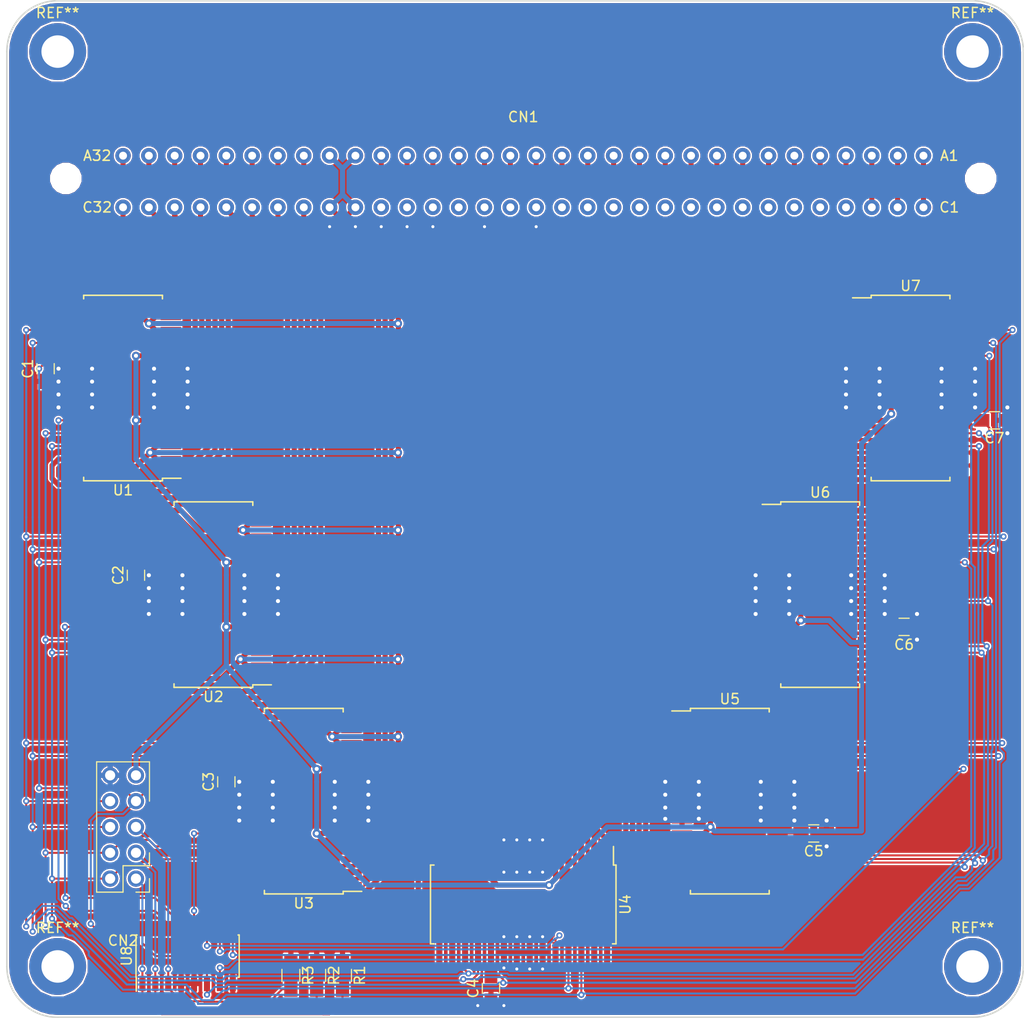
<source format=kicad_pcb>
(kicad_pcb (version 20171130) (host pcbnew "(5.0.1)-4")
  (layers (0 F.Cu signal) (31 B.Cu signal) (34 B.Paste user) (35 F.Paste user) (36 B.SilkS user) (37 F.SilkS user) (38 B.Mask user) (39 F.Mask user) (44 Edge.Cuts user))
  (net 0 "")
  (net 1 VCC)
  (net 2 GND)
  (net 3 /X22)
  (net 4 /X21)
  (net 5 /X20)
  (net 6 /X19)
  (net 7 /X18)
  (net 8 /X17)
  (net 9 /X16)
  (net 10 /X15)
  (net 11 /X14)
  (net 12 /X13)
  (net 13 /X12)
  (net 14 /X11)
  (net 15 /X10)
  (net 16 /X9)
  (net 17 /X8)
  (net 18 /X7)
  (net 19 /X6)
  (net 20 /X5)
  (net 21 /X4)
  (net 22 /X3)
  (net 23 /X2)
  (net 24 /X1)
  (net 25 /RY)
  (net 26 /~SY16)
  (net 27 /~SY14)
  (net 28 /~SY12)
  (net 29 /~SY10)
  (net 30 /~SY8)
  (net 31 /~SY6)
  (net 32 /~SY4)
  (net 33 /~SY2)
  (net 34 /X23)
  (net 35 /X24)
  (net 36 /X25)
  (net 37 "Net-(CN1-PadC4)")
  (net 38 "Net-(CN1-PadC5)")
  (net 39 "Net-(CN1-PadC6)")
  (net 40 "Net-(CN1-PadC7)")
  (net 41 "Net-(CN1-PadC8)")
  (net 42 "Net-(CN1-PadC9)")
  (net 43 "Net-(CN1-PadC10)")
  (net 44 "Net-(CN1-PadC11)")
  (net 45 "Net-(CN1-PadC12)")
  (net 46 "Net-(CN1-PadC13)")
  (net 47 "Net-(CN1-PadC14)")
  (net 48 "Net-(CN1-PadC15)")
  (net 49 "Net-(CN1-PadC16)")
  (net 50 "Net-(CN1-PadC17)")
  (net 51 "Net-(CN1-PadC18)")
  (net 52 "Net-(CN1-PadC19)")
  (net 53 "Net-(CN1-PadC20)")
  (net 54 "Net-(CN1-PadC21)")
  (net 55 "Net-(CN1-PadC22)")
  (net 56 /~SY15)
  (net 57 /~SY13)
  (net 58 /~SY11)
  (net 59 /~SY9)
  (net 60 /~SY7)
  (net 61 /~SY5)
  (net 62 /~SY3)
  (net 63 /~SY1)
  (net 64 /CSA0)
  (net 65 /SI)
  (net 66 /CSA1)
  (net 67 /SCLK)
  (net 68 /CSA2)
  (net 69 /SO)
  (net 70 /EN)
  (net 71 +12V)
  (net 72 /~CS1)
  (net 73 /~CS2)
  (net 74 /~CS3)
  (net 75 /~CS4)
  (net 76 /~CS5)
  (net 77 /~CS6)
  (net 78 /~CS7)
  (net 79 "Net-(U8-Pad15)")
  (net 80 "Net-(U3-Pad1)")
  (net 81 "Net-(U3-Pad2)")
  (module Housings_SOIC:SOIC-28W_7.5x17.9mm_Pitch1.27mm (layer F.Cu) (at 62.23 88.9 180)
    (fp_text reference U1 (at 0 -10.05 180) (layer F.SilkS))
    (fp_text value NCV7708)
    (pad 28 smd rect (at 4.7 -8.255 180) (size 2 0.6) (layers F.Cu F.Paste F.Mask) (net 25 /RY))
    (pad 27 smd rect (at 4.7 -6.985 180) (size 2 0.6) (layers F.Cu F.Paste F.Mask) (net 31 /~SY6))
    (pad 26 smd rect (at 4.7 -5.715 180) (size 2 0.6) (layers F.Cu F.Paste F.Mask) (net 65 /SI))
    (pad 25 smd rect (at 4.7 -4.445 180) (size 2 0.6) (layers F.Cu F.Paste F.Mask) (net 67 /SCLK))
    (pad 24 smd rect (at 4.7 -3.175 180) (size 2 0.6) (layers F.Cu F.Paste F.Mask) (net 72 /~CS1))
    (pad 23 smd rect (at 4.7 -1.905 180) (size 2 0.6) (layers F.Cu F.Paste F.Mask) (net 2 GND))
    (pad 22 smd rect (at 4.7 -0.635 180) (size 2 0.6) (layers F.Cu F.Paste F.Mask) (net 2 GND))
    (pad 21 smd rect (at 4.7 0.635 180) (size 2 0.6) (layers F.Cu F.Paste F.Mask) (net 2 GND))
    (pad 20 smd rect (at 4.7 1.905 180) (size 2 0.6) (layers F.Cu F.Paste F.Mask) (net 2 GND))
    (pad 19 smd rect (at 4.7 3.175 180) (size 2 0.6) (layers F.Cu F.Paste F.Mask) (net 1 VCC))
    (pad 18 smd rect (at 4.7 4.445 180) (size 2 0.6) (layers F.Cu F.Paste F.Mask) (net 69 /SO))
    (pad 17 smd rect (at 4.7 5.715 180) (size 2 0.6) (layers F.Cu F.Paste F.Mask) (net 70 /EN))
    (pad 16 smd rect (at 4.7 6.985 180) (size 2 0.6) (layers F.Cu F.Paste F.Mask) (net 63 /~SY1))
    (pad 15 smd rect (at 4.7 8.255 180) (size 2 0.6) (layers F.Cu F.Paste F.Mask) (net 25 /RY))
    (pad 14 smd rect (at -4.7 8.255 180) (size 2 0.6) (layers F.Cu F.Paste F.Mask) (net 33 /~SY2))
    (pad 13 smd rect (at -4.7 6.985 180) (size 2 0.6) (layers F.Cu F.Paste F.Mask) (net 25 /RY))
    (pad 12 smd rect (at -4.7 5.715 180) (size 2 0.6) (layers F.Cu F.Paste F.Mask) (net 25 /RY))
    (pad 11 smd rect (at -4.7 4.445 180) (size 2 0.6) (layers F.Cu F.Paste F.Mask) (net 62 /~SY3))
    (pad 10 smd rect (at -4.7 3.175 180) (size 2 0.6) (layers F.Cu F.Paste F.Mask) (net 71 +12V))
    (pad 9 smd rect (at -4.7 1.905 180) (size 2 0.6) (layers F.Cu F.Paste F.Mask) (net 2 GND))
    (pad 8 smd rect (at -4.7 0.635 180) (size 2 0.6) (layers F.Cu F.Paste F.Mask) (net 2 GND))
    (pad 7 smd rect (at -4.7 -0.635 180) (size 2 0.6) (layers F.Cu F.Paste F.Mask) (net 2 GND))
    (pad 6 smd rect (at -4.7 -1.905 180) (size 2 0.6) (layers F.Cu F.Paste F.Mask) (net 2 GND))
    (pad 5 smd rect (at -4.7 -3.175 180) (size 2 0.6) (layers F.Cu F.Paste F.Mask) (net 71 +12V))
    (pad 4 smd rect (at -4.7 -4.445 180) (size 2 0.6) (layers F.Cu F.Paste F.Mask) (net 32 /~SY4))
    (pad 3 smd rect (at -4.7 -5.715 180) (size 2 0.6) (layers F.Cu F.Paste F.Mask) (net 25 /RY))
    (pad 2 smd rect (at -4.7 -6.985 180) (size 2 0.6) (layers F.Cu F.Paste F.Mask) (net 25 /RY))
    (pad 1 smd rect (at -4.7 -8.255 180) (size 2 0.6) (layers F.Cu F.Paste F.Mask) (net 61 /~SY5))
  )
  (module Mounting_Holes:MountingHole_3.2mm_M3_DIN965_Pad (layer F.Cu) (at 55.8 145.8)
    (fp_text reference REF** (at 0 -3.8) (layer F.SilkS))
    (fp_text value MountingHole_3.2mm_M3_DIN965_Pad hide)
    (pad 1 thru_hole circle (at 0 0) (size 5.6 5.6) (drill 3.2) (layers *.Cu *.Mask))
  )
  (module Mounting_Holes:MountingHole_3.2mm_M3_DIN965_Pad (layer F.Cu) (at 145.8 145.8)
    (fp_text reference REF** (at 0 -3.8) (layer F.SilkS))
    (fp_text value MountingHole_3.2mm_M3_DIN965_Pad hide)
    (pad 1 thru_hole circle (at 0 0) (size 5.6 5.6) (drill 3.2) (layers *.Cu *.Mask))
  )
  (module Mounting_Holes:MountingHole_3.2mm_M3_DIN965_Pad (layer F.Cu) (at 145.8 55.8)
    (fp_text reference REF** (at 0 -3.8) (layer F.SilkS))
    (fp_text value MountingHole_3.2mm_M3_DIN965_Pad hide)
    (pad 1 thru_hole circle (at 0 0) (size 5.6 5.6) (drill 3.2) (layers *.Cu *.Mask))
  )
  (module Capacitors_SMD:C_0805_HandSoldering (layer F.Cu) (at 54.61 86.995 90)
    (fp_text reference C1 (at 0 -1.75 90) (layer F.SilkS))
    (fp_text value 0μ1)
    (pad 2 smd rect (at 1.25 0 90) (size 1.5 1.25) (layers F.Cu F.Paste F.Mask) (net 1 VCC))
    (pad 1 smd rect (at -1.25 0 90) (size 1.5 1.25) (layers F.Cu F.Paste F.Mask) (net 2 GND))
  )
  (module Capacitors_SMD:C_0805_HandSoldering (layer F.Cu) (at 63.5 107.315 90)
    (fp_text reference C2 (at 0 -1.75 90) (layer F.SilkS))
    (fp_text value 0μ1)
    (pad 1 smd rect (at -1.25 0 90) (size 1.5 1.25) (layers F.Cu F.Paste F.Mask) (net 2 GND))
    (pad 2 smd rect (at 1.25 0 90) (size 1.5 1.25) (layers F.Cu F.Paste F.Mask) (net 1 VCC))
  )
  (module Capacitors_SMD:C_0805_HandSoldering (layer F.Cu) (at 72.39 127.635 90)
    (fp_text reference C3 (at 0 -1.75 90) (layer F.SilkS))
    (fp_text value 0μ1)
    (pad 1 smd rect (at -1.25 0 90) (size 1.5 1.25) (layers F.Cu F.Paste F.Mask) (net 2 GND))
    (pad 2 smd rect (at 1.25 0 90) (size 1.5 1.25) (layers F.Cu F.Paste F.Mask) (net 1 VCC))
  )
  (module Capacitors_SMD:C_0805_HandSoldering (layer F.Cu) (at 98.425 147.955 90)
    (fp_text reference C4 (at 0 -1.75 90) (layer F.SilkS))
    (fp_text value 0μ1)
    (pad 2 smd rect (at 1.25 0 90) (size 1.5 1.25) (layers F.Cu F.Paste F.Mask) (net 1 VCC))
    (pad 1 smd rect (at -1.25 0 90) (size 1.5 1.25) (layers F.Cu F.Paste F.Mask) (net 2 GND))
  )
  (module Capacitors_SMD:C_0805_HandSoldering (layer F.Cu) (at 130.175 132.715 180)
    (fp_text reference C5 (at 0 -1.75 180) (layer F.SilkS))
    (fp_text value 0μ1)
    (pad 1 smd rect (at -1.25 0 180) (size 1.5 1.25) (layers F.Cu F.Paste F.Mask) (net 2 GND))
    (pad 2 smd rect (at 1.25 0 180) (size 1.5 1.25) (layers F.Cu F.Paste F.Mask) (net 1 VCC))
  )
  (module Capacitors_SMD:C_0805_HandSoldering (layer F.Cu) (at 139.065 112.395 180)
    (fp_text reference C6 (at 0 -1.75 180) (layer F.SilkS))
    (fp_text value 0μ1)
    (pad 2 smd rect (at 1.25 0 180) (size 1.5 1.25) (layers F.Cu F.Paste F.Mask) (net 1 VCC))
    (pad 1 smd rect (at -1.25 0 180) (size 1.5 1.25) (layers F.Cu F.Paste F.Mask) (net 2 GND))
  )
  (module Capacitors_SMD:C_0805_HandSoldering (layer F.Cu) (at 147.955 92.075 180)
    (fp_text reference C7 (at 0 -1.75 180) (layer F.SilkS))
    (fp_text value 0μ1)
    (pad 2 smd rect (at 1.25 0 180) (size 1.5 1.25) (layers F.Cu F.Paste F.Mask) (net 1 VCC))
    (pad 1 smd rect (at -1.25 0 180) (size 1.5 1.25) (layers F.Cu F.Paste F.Mask) (net 2 GND))
  )
  (module Own:Annax-Connector (layer F.Cu) (at 101.6 68.58)
    (fp_text reference CN1 (at 0 -6.35) (layer F.SilkS))
    (fp_text value Conn_02x32_Row_Letter_First_A_C)
    (fp_text user C1 (at 41.91 2.54) (layer F.SilkS))
    (fp_text user A1 (at 41.91 -2.54) (layer F.SilkS))
    (fp_text user C32 (at -41.91 2.54) (layer F.SilkS))
    (fp_text user A32 (at -41.91 -2.54) (layer F.SilkS))
    (pad "" np_thru_hole circle (at 45 -0.3) (size 2.8 2.8) (drill 2.8) (layers *.Cu *.Mask))
    (pad A1 thru_hole circle (at 39.37 -2.54 180) (size 1.524 1.524) (drill 0.78) (layers *.Cu *.Mask) (net 3 /X22))
    (pad A2 thru_hole circle (at 36.83 -2.54 180) (size 1.524 1.524) (drill 0.78) (layers *.Cu *.Mask) (net 4 /X21))
    (pad A3 thru_hole circle (at 34.29 -2.54 180) (size 1.524 1.524) (drill 0.78) (layers *.Cu *.Mask) (net 5 /X20))
    (pad A4 thru_hole circle (at 31.75 -2.54 180) (size 1.524 1.524) (drill 0.78) (layers *.Cu *.Mask) (net 6 /X19))
    (pad A5 thru_hole circle (at 29.21 -2.54 180) (size 1.524 1.524) (drill 0.78) (layers *.Cu *.Mask) (net 7 /X18))
    (pad A6 thru_hole circle (at 26.67 -2.54 180) (size 1.524 1.524) (drill 0.78) (layers *.Cu *.Mask) (net 8 /X17))
    (pad A7 thru_hole circle (at 24.13 -2.54 180) (size 1.524 1.524) (drill 0.78) (layers *.Cu *.Mask) (net 9 /X16))
    (pad A8 thru_hole circle (at 21.59 -2.54 180) (size 1.524 1.524) (drill 0.78) (layers *.Cu *.Mask) (net 10 /X15))
    (pad A9 thru_hole circle (at 19.05 -2.54 180) (size 1.524 1.524) (drill 0.78) (layers *.Cu *.Mask) (net 11 /X14))
    (pad A10 thru_hole circle (at 16.51 -2.54 180) (size 1.524 1.524) (drill 0.78) (layers *.Cu *.Mask) (net 12 /X13))
    (pad A11 thru_hole circle (at 13.97 -2.54 180) (size 1.524 1.524) (drill 0.78) (layers *.Cu *.Mask) (net 13 /X12))
    (pad A12 thru_hole circle (at 11.43 -2.54 180) (size 1.524 1.524) (drill 0.78) (layers *.Cu *.Mask) (net 14 /X11))
    (pad A13 thru_hole circle (at 8.89 -2.54 180) (size 1.524 1.524) (drill 0.78) (layers *.Cu *.Mask) (net 15 /X10))
    (pad A14 thru_hole circle (at 6.35 -2.54 180) (size 1.524 1.524) (drill 0.78) (layers *.Cu *.Mask) (net 16 /X9))
    (pad A15 thru_hole circle (at 3.81 -2.54 180) (size 1.524 1.524) (drill 0.78) (layers *.Cu *.Mask) (net 17 /X8))
    (pad A16 thru_hole circle (at 1.27 -2.54 180) (size 1.524 1.524) (drill 0.78) (layers *.Cu *.Mask) (net 18 /X7))
    (pad A17 thru_hole circle (at -1.27 -2.54 180) (size 1.524 1.524) (drill 0.78) (layers *.Cu *.Mask) (net 19 /X6))
    (pad A18 thru_hole circle (at -3.81 -2.54 180) (size 1.524 1.524) (drill 0.78) (layers *.Cu *.Mask) (net 20 /X5))
    (pad A19 thru_hole circle (at -6.35 -2.54 180) (size 1.524 1.524) (drill 0.78) (layers *.Cu *.Mask) (net 21 /X4))
    (pad A20 thru_hole circle (at -8.89 -2.54 180) (size 1.524 1.524) (drill 0.78) (layers *.Cu *.Mask) (net 22 /X3))
    (pad A21 thru_hole circle (at -11.43 -2.54 180) (size 1.524 1.524) (drill 0.78) (layers *.Cu *.Mask) (net 23 /X2))
    (pad A22 thru_hole circle (at -13.97 -2.54 180) (size 1.524 1.524) (drill 0.78) (layers *.Cu *.Mask) (net 24 /X1))
    (pad A23 thru_hole circle (at -16.51 -2.54 180) (size 1.524 1.524) (drill 0.78) (layers *.Cu *.Mask) (net 25 /RY))
    (pad A24 thru_hole circle (at -19.05 -2.54 180) (size 1.524 1.524) (drill 0.78) (layers *.Cu *.Mask) (net 25 /RY))
    (pad A25 thru_hole circle (at -21.59 -2.54 180) (size 1.524 1.524) (drill 0.78) (layers *.Cu *.Mask) (net 26 /~SY16))
    (pad A26 thru_hole circle (at -24.13 -2.54 180) (size 1.524 1.524) (drill 0.78) (layers *.Cu *.Mask) (net 27 /~SY14))
    (pad A27 thru_hole circle (at -26.67 -2.54 180) (size 1.524 1.524) (drill 0.78) (layers *.Cu *.Mask) (net 28 /~SY12))
    (pad A28 thru_hole circle (at -29.21 -2.54 180) (size 1.524 1.524) (drill 0.78) (layers *.Cu *.Mask) (net 29 /~SY10))
    (pad A29 thru_hole circle (at -31.75 -2.54 180) (size 1.524 1.524) (drill 0.78) (layers *.Cu *.Mask) (net 30 /~SY8))
    (pad A30 thru_hole circle (at -34.29 -2.54 180) (size 1.524 1.524) (drill 0.78) (layers *.Cu *.Mask) (net 31 /~SY6))
    (pad A31 thru_hole circle (at -36.83 -2.54 180) (size 1.524 1.524) (drill 0.78) (layers *.Cu *.Mask) (net 32 /~SY4))
    (pad A32 thru_hole circle (at -39.37 -2.54 180) (size 1.524 1.524) (drill 0.78) (layers *.Cu *.Mask) (net 33 /~SY2))
    (pad C1 thru_hole circle (at 39.37 2.54 180) (size 1.524 1.524) (drill 0.78) (layers *.Cu *.Mask) (net 34 /X23))
    (pad C2 thru_hole circle (at 36.83 2.54 180) (size 1.524 1.524) (drill 0.78) (layers *.Cu *.Mask) (net 35 /X24))
    (pad C3 thru_hole circle (at 34.29 2.54 180) (size 1.524 1.524) (drill 0.78) (layers *.Cu *.Mask) (net 36 /X25))
    (pad C4 thru_hole circle (at 31.75 2.54 180) (size 1.524 1.524) (drill 0.78) (layers *.Cu *.Mask) (net 37 "Net-(CN1-PadC4)"))
    (pad C5 thru_hole circle (at 29.21 2.54 180) (size 1.524 1.524) (drill 0.78) (layers *.Cu *.Mask) (net 38 "Net-(CN1-PadC5)"))
    (pad C6 thru_hole circle (at 26.67 2.54 180) (size 1.524 1.524) (drill 0.78) (layers *.Cu *.Mask) (net 39 "Net-(CN1-PadC6)"))
    (pad C7 thru_hole circle (at 24.13 2.54 180) (size 1.524 1.524) (drill 0.78) (layers *.Cu *.Mask) (net 40 "Net-(CN1-PadC7)"))
    (pad C8 thru_hole circle (at 21.59 2.54 180) (size 1.524 1.524) (drill 0.78) (layers *.Cu *.Mask) (net 41 "Net-(CN1-PadC8)"))
    (pad C9 thru_hole circle (at 19.05 2.54 180) (size 1.524 1.524) (drill 0.78) (layers *.Cu *.Mask) (net 42 "Net-(CN1-PadC9)"))
    (pad C10 thru_hole circle (at 16.51 2.54 180) (size 1.524 1.524) (drill 0.78) (layers *.Cu *.Mask) (net 43 "Net-(CN1-PadC10)"))
    (pad C11 thru_hole circle (at 13.97 2.54 180) (size 1.524 1.524) (drill 0.78) (layers *.Cu *.Mask) (net 44 "Net-(CN1-PadC11)"))
    (pad C12 thru_hole circle (at 11.43 2.54 180) (size 1.524 1.524) (drill 0.78) (layers *.Cu *.Mask) (net 45 "Net-(CN1-PadC12)"))
    (pad C13 thru_hole circle (at 8.89 2.54 180) (size 1.524 1.524) (drill 0.78) (layers *.Cu *.Mask) (net 46 "Net-(CN1-PadC13)"))
    (pad C14 thru_hole circle (at 6.35 2.54 180) (size 1.524 1.524) (drill 0.78) (layers *.Cu *.Mask) (net 47 "Net-(CN1-PadC14)"))
    (pad C15 thru_hole circle (at 3.81 2.54 180) (size 1.524 1.524) (drill 0.78) (layers *.Cu *.Mask) (net 48 "Net-(CN1-PadC15)"))
    (pad C16 thru_hole circle (at 1.27 2.54 180) (size 1.524 1.524) (drill 0.78) (layers *.Cu *.Mask) (net 49 "Net-(CN1-PadC16)"))
    (pad C17 thru_hole circle (at -1.27 2.54 180) (size 1.524 1.524) (drill 0.78) (layers *.Cu *.Mask) (net 50 "Net-(CN1-PadC17)"))
    (pad C18 thru_hole circle (at -3.81 2.54 180) (size 1.524 1.524) (drill 0.78) (layers *.Cu *.Mask) (net 51 "Net-(CN1-PadC18)"))
    (pad C19 thru_hole circle (at -6.35 2.54 180) (size 1.524 1.524) (drill 0.78) (layers *.Cu *.Mask) (net 52 "Net-(CN1-PadC19)"))
    (pad C20 thru_hole circle (at -8.89 2.54 180) (size 1.524 1.524) (drill 0.78) (layers *.Cu *.Mask) (net 53 "Net-(CN1-PadC20)"))
    (pad C21 thru_hole circle (at -11.43 2.54 180) (size 1.524 1.524) (drill 0.78) (layers *.Cu *.Mask) (net 54 "Net-(CN1-PadC21)"))
    (pad C22 thru_hole circle (at -13.97 2.54 180) (size 1.524 1.524) (drill 0.78) (layers *.Cu *.Mask) (net 55 "Net-(CN1-PadC22)"))
    (pad C23 thru_hole circle (at -16.51 2.54 180) (size 1.524 1.524) (drill 0.78) (layers *.Cu *.Mask) (net 25 /RY))
    (pad C24 thru_hole circle (at -19.05 2.54 180) (size 1.524 1.524) (drill 0.78) (layers *.Cu *.Mask) (net 25 /RY))
    (pad C25 thru_hole circle (at -21.59 2.54 180) (size 1.524 1.524) (drill 0.78) (layers *.Cu *.Mask) (net 56 /~SY15))
    (pad C26 thru_hole circle (at -24.13 2.54 180) (size 1.524 1.524) (drill 0.78) (layers *.Cu *.Mask) (net 57 /~SY13))
    (pad C27 thru_hole circle (at -26.67 2.54 180) (size 1.524 1.524) (drill 0.78) (layers *.Cu *.Mask) (net 58 /~SY11))
    (pad C28 thru_hole circle (at -29.21 2.54 180) (size 1.524 1.524) (drill 0.78) (layers *.Cu *.Mask) (net 59 /~SY9))
    (pad C29 thru_hole circle (at -31.75 2.54 180) (size 1.524 1.524) (drill 0.78) (layers *.Cu *.Mask) (net 60 /~SY7))
    (pad C30 thru_hole circle (at -34.29 2.54 180) (size 1.524 1.524) (drill 0.78) (layers *.Cu *.Mask) (net 61 /~SY5))
    (pad C31 thru_hole circle (at -36.83 2.54 180) (size 1.524 1.524) (drill 0.78) (layers *.Cu *.Mask) (net 62 /~SY3))
    (pad C32 thru_hole circle (at -39.37 2.54 180) (size 1.524 1.524) (drill 0.78) (layers *.Cu *.Mask) (net 63 /~SY1))
    (pad "" np_thru_hole circle (at -45 -0.3) (size 2.8 2.8) (drill 2.8) (layers *.Cu *.Mask))
  )
  (module Own:Pin_Header_Angle_Shrouded_2x05_Pitch2.54mm_ConvNumbering (layer F.Cu) (at 63.5 137.16 180)
    (fp_text reference CN2 (at 1.27 -6.096 180) (layer F.SilkS))
    (fp_text value Conn_02x05_Odd_Even hide)
    (pad 1 thru_hole oval (at 0 0 180) (size 1.6 1.6) (drill 1) (layers *.Cu *.Mask) (net 64 /CSA0))
    (pad 2 thru_hole oval (at 2.54 0 180) (size 1.6 1.6) (drill 1) (layers *.Cu *.Mask) (net 65 /SI))
    (pad 3 thru_hole oval (at 0 2.54 180) (size 1.6 1.6) (drill 1) (layers *.Cu *.Mask) (net 66 /CSA1))
    (pad 4 thru_hole oval (at 2.54 2.54 180) (size 1.6 1.6) (drill 1) (layers *.Cu *.Mask) (net 67 /SCLK))
    (pad 5 thru_hole oval (at 0 5.08 180) (size 1.6 1.6) (drill 1) (layers *.Cu *.Mask) (net 68 /CSA2))
    (pad 6 thru_hole oval (at 2.54 5.08 180) (size 1.6 1.6) (drill 1) (layers *.Cu *.Mask) (net 69 /SO))
    (pad 7 thru_hole oval (at 0 7.62 180) (size 1.6 1.6) (drill 1) (layers *.Cu *.Mask) (net 1 VCC))
    (pad 8 thru_hole oval (at 2.54 7.62 180) (size 1.6 1.6) (drill 1) (layers *.Cu *.Mask) (net 70 /EN))
    (pad 9 thru_hole oval (at 0 10.16 180) (size 1.6 1.6) (drill 1) (layers *.Cu *.Mask) (net 71 +12V))
    (pad 10 thru_hole oval (at 2.54 10.16 180) (size 1.6 1.6) (drill 1) (layers *.Cu *.Mask) (net 2 GND))
  )
  (module Resistors_SMD:R_0805_HandSoldering (layer F.Cu) (at 83.82 146.685 270)
    (fp_text reference R1 (at 0 -1.7 270) (layer F.SilkS))
    (fp_text value 10k)
    (pad 2 smd rect (at 1.35 0 270) (size 1.5 1.3) (layers F.Cu F.Paste F.Mask) (net 64 /CSA0))
    (pad 1 smd rect (at -1.35 0 270) (size 1.5 1.3) (layers F.Cu F.Paste F.Mask) (net 2 GND))
  )
  (module Resistors_SMD:R_0805_HandSoldering (layer F.Cu) (at 81.28 146.685 270)
    (fp_text reference R2 (at 0 -1.7 270) (layer F.SilkS))
    (fp_text value 10k)
    (pad 1 smd rect (at -1.35 0 270) (size 1.5 1.3) (layers F.Cu F.Paste F.Mask) (net 2 GND))
    (pad 2 smd rect (at 1.35 0 270) (size 1.5 1.3) (layers F.Cu F.Paste F.Mask) (net 66 /CSA1))
  )
  (module Resistors_SMD:R_0805_HandSoldering (layer F.Cu) (at 78.74 146.685 270)
    (fp_text reference R3 (at 0 -1.7 270) (layer F.SilkS))
    (fp_text value 10k)
    (pad 2 smd rect (at 1.35 0 270) (size 1.5 1.3) (layers F.Cu F.Paste F.Mask) (net 68 /CSA2))
    (pad 1 smd rect (at -1.35 0 270) (size 1.5 1.3) (layers F.Cu F.Paste F.Mask) (net 2 GND))
  )
  (module Housings_SOIC:SOIC-28W_7.5x17.9mm_Pitch1.27mm (layer F.Cu) (at 71.12 109.22 180)
    (fp_text reference U2 (at 0 -10.05 180) (layer F.SilkS))
    (fp_text value NCV7708)
    (pad 28 smd rect (at 4.7 -8.255 180) (size 2 0.6) (layers F.Cu F.Paste F.Mask) (net 25 /RY))
    (pad 27 smd rect (at 4.7 -6.985 180) (size 2 0.6) (layers F.Cu F.Paste F.Mask) (net 28 /~SY12))
    (pad 26 smd rect (at 4.7 -5.715 180) (size 2 0.6) (layers F.Cu F.Paste F.Mask) (net 65 /SI))
    (pad 25 smd rect (at 4.7 -4.445 180) (size 2 0.6) (layers F.Cu F.Paste F.Mask) (net 67 /SCLK))
    (pad 24 smd rect (at 4.7 -3.175 180) (size 2 0.6) (layers F.Cu F.Paste F.Mask) (net 73 /~CS2))
    (pad 23 smd rect (at 4.7 -1.905 180) (size 2 0.6) (layers F.Cu F.Paste F.Mask) (net 2 GND))
    (pad 22 smd rect (at 4.7 -0.635 180) (size 2 0.6) (layers F.Cu F.Paste F.Mask) (net 2 GND))
    (pad 21 smd rect (at 4.7 0.635 180) (size 2 0.6) (layers F.Cu F.Paste F.Mask) (net 2 GND))
    (pad 20 smd rect (at 4.7 1.905 180) (size 2 0.6) (layers F.Cu F.Paste F.Mask) (net 2 GND))
    (pad 19 smd rect (at 4.7 3.175 180) (size 2 0.6) (layers F.Cu F.Paste F.Mask) (net 1 VCC))
    (pad 18 smd rect (at 4.7 4.445 180) (size 2 0.6) (layers F.Cu F.Paste F.Mask) (net 69 /SO))
    (pad 17 smd rect (at 4.7 5.715 180) (size 2 0.6) (layers F.Cu F.Paste F.Mask) (net 70 /EN))
    (pad 16 smd rect (at 4.7 6.985 180) (size 2 0.6) (layers F.Cu F.Paste F.Mask) (net 60 /~SY7))
    (pad 15 smd rect (at 4.7 8.255 180) (size 2 0.6) (layers F.Cu F.Paste F.Mask) (net 25 /RY))
    (pad 14 smd rect (at -4.7 8.255 180) (size 2 0.6) (layers F.Cu F.Paste F.Mask) (net 30 /~SY8))
    (pad 13 smd rect (at -4.7 6.985 180) (size 2 0.6) (layers F.Cu F.Paste F.Mask) (net 25 /RY))
    (pad 12 smd rect (at -4.7 5.715 180) (size 2 0.6) (layers F.Cu F.Paste F.Mask) (net 25 /RY))
    (pad 11 smd rect (at -4.7 4.445 180) (size 2 0.6) (layers F.Cu F.Paste F.Mask) (net 59 /~SY9))
    (pad 10 smd rect (at -4.7 3.175 180) (size 2 0.6) (layers F.Cu F.Paste F.Mask) (net 71 +12V))
    (pad 9 smd rect (at -4.7 1.905 180) (size 2 0.6) (layers F.Cu F.Paste F.Mask) (net 2 GND))
    (pad 8 smd rect (at -4.7 0.635 180) (size 2 0.6) (layers F.Cu F.Paste F.Mask) (net 2 GND))
    (pad 7 smd rect (at -4.7 -0.635 180) (size 2 0.6) (layers F.Cu F.Paste F.Mask) (net 2 GND))
    (pad 6 smd rect (at -4.7 -1.905 180) (size 2 0.6) (layers F.Cu F.Paste F.Mask) (net 2 GND))
    (pad 5 smd rect (at -4.7 -3.175 180) (size 2 0.6) (layers F.Cu F.Paste F.Mask) (net 71 +12V))
    (pad 4 smd rect (at -4.7 -4.445 180) (size 2 0.6) (layers F.Cu F.Paste F.Mask) (net 29 /~SY10))
    (pad 3 smd rect (at -4.7 -5.715 180) (size 2 0.6) (layers F.Cu F.Paste F.Mask) (net 25 /RY))
    (pad 2 smd rect (at -4.7 -6.985 180) (size 2 0.6) (layers F.Cu F.Paste F.Mask) (net 25 /RY))
    (pad 1 smd rect (at -4.7 -8.255 180) (size 2 0.6) (layers F.Cu F.Paste F.Mask) (net 58 /~SY11))
  )
  (module Housings_SOIC:SOIC-28W_7.5x17.9mm_Pitch1.27mm (layer F.Cu) (at 80.01 129.54 180)
    (fp_text reference U3 (at 0 -10.05 180) (layer F.SilkS))
    (fp_text value NCV7708)
    (pad 1 smd rect (at -4.7 -8.255 180) (size 2 0.6) (layers F.Cu F.Paste F.Mask) (net 80 "Net-(U3-Pad1)"))
    (pad 2 smd rect (at -4.7 -6.985 180) (size 2 0.6) (layers F.Cu F.Paste F.Mask) (net 81 "Net-(U3-Pad2)"))
    (pad 3 smd rect (at -4.7 -5.715 180) (size 2 0.6) (layers F.Cu F.Paste F.Mask) (net 25 /RY))
    (pad 4 smd rect (at -4.7 -4.445 180) (size 2 0.6) (layers F.Cu F.Paste F.Mask) (net 26 /~SY16))
    (pad 5 smd rect (at -4.7 -3.175 180) (size 2 0.6) (layers F.Cu F.Paste F.Mask) (net 71 +12V))
    (pad 6 smd rect (at -4.7 -1.905 180) (size 2 0.6) (layers F.Cu F.Paste F.Mask) (net 2 GND))
    (pad 7 smd rect (at -4.7 -0.635 180) (size 2 0.6) (layers F.Cu F.Paste F.Mask) (net 2 GND))
    (pad 8 smd rect (at -4.7 0.635 180) (size 2 0.6) (layers F.Cu F.Paste F.Mask) (net 2 GND))
    (pad 9 smd rect (at -4.7 1.905 180) (size 2 0.6) (layers F.Cu F.Paste F.Mask) (net 2 GND))
    (pad 10 smd rect (at -4.7 3.175 180) (size 2 0.6) (layers F.Cu F.Paste F.Mask) (net 71 +12V))
    (pad 11 smd rect (at -4.7 4.445 180) (size 2 0.6) (layers F.Cu F.Paste F.Mask) (net 56 /~SY15))
    (pad 12 smd rect (at -4.7 5.715 180) (size 2 0.6) (layers F.Cu F.Paste F.Mask) (net 25 /RY))
    (pad 13 smd rect (at -4.7 6.985 180) (size 2 0.6) (layers F.Cu F.Paste F.Mask) (net 25 /RY))
    (pad 14 smd rect (at -4.7 8.255 180) (size 2 0.6) (layers F.Cu F.Paste F.Mask) (net 27 /~SY14))
    (pad 15 smd rect (at 4.7 8.255 180) (size 2 0.6) (layers F.Cu F.Paste F.Mask) (net 25 /RY))
    (pad 16 smd rect (at 4.7 6.985 180) (size 2 0.6) (layers F.Cu F.Paste F.Mask) (net 57 /~SY13))
    (pad 17 smd rect (at 4.7 5.715 180) (size 2 0.6) (layers F.Cu F.Paste F.Mask) (net 70 /EN))
    (pad 18 smd rect (at 4.7 4.445 180) (size 2 0.6) (layers F.Cu F.Paste F.Mask) (net 69 /SO))
    (pad 19 smd rect (at 4.7 3.175 180) (size 2 0.6) (layers F.Cu F.Paste F.Mask) (net 1 VCC))
    (pad 20 smd rect (at 4.7 1.905 180) (size 2 0.6) (layers F.Cu F.Paste F.Mask) (net 2 GND))
    (pad 21 smd rect (at 4.7 0.635 180) (size 2 0.6) (layers F.Cu F.Paste F.Mask) (net 2 GND))
    (pad 22 smd rect (at 4.7 -0.635 180) (size 2 0.6) (layers F.Cu F.Paste F.Mask) (net 2 GND))
    (pad 23 smd rect (at 4.7 -1.905 180) (size 2 0.6) (layers F.Cu F.Paste F.Mask) (net 2 GND))
    (pad 24 smd rect (at 4.7 -3.175 180) (size 2 0.6) (layers F.Cu F.Paste F.Mask) (net 74 /~CS3))
    (pad 25 smd rect (at 4.7 -4.445 180) (size 2 0.6) (layers F.Cu F.Paste F.Mask) (net 67 /SCLK))
    (pad 26 smd rect (at 4.7 -5.715 180) (size 2 0.6) (layers F.Cu F.Paste F.Mask) (net 65 /SI))
    (pad 27 smd rect (at 4.7 -6.985 180) (size 2 0.6) (layers F.Cu F.Paste F.Mask) (net 24 /X1))
    (pad 28 smd rect (at 4.7 -8.255 180) (size 2 0.6) (layers F.Cu F.Paste F.Mask) (net 24 /X1))
  )
  (module Housings_SOIC:SOIC-28W_7.5x17.9mm_Pitch1.27mm (layer F.Cu) (at 101.6 139.7 270)
    (fp_text reference U4 (at 0 -10.05 270) (layer F.SilkS))
    (fp_text value NCV7708)
    (pad 28 smd rect (at 4.7 -8.255 270) (size 2 0.6) (layers F.Cu F.Paste F.Mask) (net 18 /X7))
    (pad 27 smd rect (at 4.7 -6.985 270) (size 2 0.6) (layers F.Cu F.Paste F.Mask) (net 18 /X7))
    (pad 26 smd rect (at 4.7 -5.715 270) (size 2 0.6) (layers F.Cu F.Paste F.Mask) (net 65 /SI))
    (pad 25 smd rect (at 4.7 -4.445 270) (size 2 0.6) (layers F.Cu F.Paste F.Mask) (net 67 /SCLK))
    (pad 24 smd rect (at 4.7 -3.175 270) (size 2 0.6) (layers F.Cu F.Paste F.Mask) (net 75 /~CS4))
    (pad 23 smd rect (at 4.7 -1.905 270) (size 2 0.6) (layers F.Cu F.Paste F.Mask) (net 2 GND))
    (pad 22 smd rect (at 4.7 -0.635 270) (size 2 0.6) (layers F.Cu F.Paste F.Mask) (net 2 GND))
    (pad 21 smd rect (at 4.7 0.635 270) (size 2 0.6) (layers F.Cu F.Paste F.Mask) (net 2 GND))
    (pad 20 smd rect (at 4.7 1.905 270) (size 2 0.6) (layers F.Cu F.Paste F.Mask) (net 2 GND))
    (pad 19 smd rect (at 4.7 3.175 270) (size 2 0.6) (layers F.Cu F.Paste F.Mask) (net 1 VCC))
    (pad 18 smd rect (at 4.7 4.445 270) (size 2 0.6) (layers F.Cu F.Paste F.Mask) (net 69 /SO))
    (pad 17 smd rect (at 4.7 5.715 270) (size 2 0.6) (layers F.Cu F.Paste F.Mask) (net 70 /EN))
    (pad 16 smd rect (at 4.7 6.985 270) (size 2 0.6) (layers F.Cu F.Paste F.Mask) (net 23 /X2))
    (pad 15 smd rect (at 4.7 8.255 270) (size 2 0.6) (layers F.Cu F.Paste F.Mask) (net 23 /X2))
    (pad 14 smd rect (at -4.7 8.255 270) (size 2 0.6) (layers F.Cu F.Paste F.Mask) (net 22 /X3))
    (pad 13 smd rect (at -4.7 6.985 270) (size 2 0.6) (layers F.Cu F.Paste F.Mask) (net 22 /X3))
    (pad 12 smd rect (at -4.7 5.715 270) (size 2 0.6) (layers F.Cu F.Paste F.Mask) (net 21 /X4))
    (pad 11 smd rect (at -4.7 4.445 270) (size 2 0.6) (layers F.Cu F.Paste F.Mask) (net 21 /X4))
    (pad 10 smd rect (at -4.7 3.175 270) (size 2 0.6) (layers F.Cu F.Paste F.Mask) (net 71 +12V))
    (pad 9 smd rect (at -4.7 1.905 270) (size 2 0.6) (layers F.Cu F.Paste F.Mask) (net 2 GND))
    (pad 8 smd rect (at -4.7 0.635 270) (size 2 0.6) (layers F.Cu F.Paste F.Mask) (net 2 GND))
    (pad 7 smd rect (at -4.7 -0.635 270) (size 2 0.6) (layers F.Cu F.Paste F.Mask) (net 2 GND))
    (pad 6 smd rect (at -4.7 -1.905 270) (size 2 0.6) (layers F.Cu F.Paste F.Mask) (net 2 GND))
    (pad 5 smd rect (at -4.7 -3.175 270) (size 2 0.6) (layers F.Cu F.Paste F.Mask) (net 71 +12V))
    (pad 4 smd rect (at -4.7 -4.445 270) (size 2 0.6) (layers F.Cu F.Paste F.Mask) (net 20 /X5))
    (pad 3 smd rect (at -4.7 -5.715 270) (size 2 0.6) (layers F.Cu F.Paste F.Mask) (net 20 /X5))
    (pad 2 smd rect (at -4.7 -6.985 270) (size 2 0.6) (layers F.Cu F.Paste F.Mask) (net 19 /X6))
    (pad 1 smd rect (at -4.7 -8.255 270) (size 2 0.6) (layers F.Cu F.Paste F.Mask) (net 19 /X6))
  )
  (module Housings_SOIC:SOIC-28W_7.5x17.9mm_Pitch1.27mm (layer F.Cu) (at 121.92 129.54)
    (fp_text reference U5 (at 0 -10.05) (layer F.SilkS))
    (fp_text value NCV7708)
    (pad 1 smd rect (at -4.7 -8.255) (size 2 0.6) (layers F.Cu F.Paste F.Mask) (net 13 /X12))
    (pad 2 smd rect (at -4.7 -6.985) (size 2 0.6) (layers F.Cu F.Paste F.Mask) (net 13 /X12))
    (pad 3 smd rect (at -4.7 -5.715) (size 2 0.6) (layers F.Cu F.Paste F.Mask) (net 14 /X11))
    (pad 4 smd rect (at -4.7 -4.445) (size 2 0.6) (layers F.Cu F.Paste F.Mask) (net 14 /X11))
    (pad 5 smd rect (at -4.7 -3.175) (size 2 0.6) (layers F.Cu F.Paste F.Mask) (net 71 +12V))
    (pad 6 smd rect (at -4.7 -1.905) (size 2 0.6) (layers F.Cu F.Paste F.Mask) (net 2 GND))
    (pad 7 smd rect (at -4.7 -0.635) (size 2 0.6) (layers F.Cu F.Paste F.Mask) (net 2 GND))
    (pad 8 smd rect (at -4.7 0.635) (size 2 0.6) (layers F.Cu F.Paste F.Mask) (net 2 GND))
    (pad 9 smd rect (at -4.7 1.905) (size 2 0.6) (layers F.Cu F.Paste F.Mask) (net 2 GND))
    (pad 10 smd rect (at -4.7 3.175) (size 2 0.6) (layers F.Cu F.Paste F.Mask) (net 71 +12V))
    (pad 11 smd rect (at -4.7 4.445) (size 2 0.6) (layers F.Cu F.Paste F.Mask) (net 15 /X10))
    (pad 12 smd rect (at -4.7 5.715) (size 2 0.6) (layers F.Cu F.Paste F.Mask) (net 15 /X10))
    (pad 13 smd rect (at -4.7 6.985) (size 2 0.6) (layers F.Cu F.Paste F.Mask) (net 16 /X9))
    (pad 14 smd rect (at -4.7 8.255) (size 2 0.6) (layers F.Cu F.Paste F.Mask) (net 16 /X9))
    (pad 15 smd rect (at 4.7 8.255) (size 2 0.6) (layers F.Cu F.Paste F.Mask) (net 17 /X8))
    (pad 16 smd rect (at 4.7 6.985) (size 2 0.6) (layers F.Cu F.Paste F.Mask) (net 17 /X8))
    (pad 17 smd rect (at 4.7 5.715) (size 2 0.6) (layers F.Cu F.Paste F.Mask) (net 70 /EN))
    (pad 18 smd rect (at 4.7 4.445) (size 2 0.6) (layers F.Cu F.Paste F.Mask) (net 69 /SO))
    (pad 19 smd rect (at 4.7 3.175) (size 2 0.6) (layers F.Cu F.Paste F.Mask) (net 1 VCC))
    (pad 20 smd rect (at 4.7 1.905) (size 2 0.6) (layers F.Cu F.Paste F.Mask) (net 2 GND))
    (pad 21 smd rect (at 4.7 0.635) (size 2 0.6) (layers F.Cu F.Paste F.Mask) (net 2 GND))
    (pad 22 smd rect (at 4.7 -0.635) (size 2 0.6) (layers F.Cu F.Paste F.Mask) (net 2 GND))
    (pad 23 smd rect (at 4.7 -1.905) (size 2 0.6) (layers F.Cu F.Paste F.Mask) (net 2 GND))
    (pad 24 smd rect (at 4.7 -3.175) (size 2 0.6) (layers F.Cu F.Paste F.Mask) (net 76 /~CS5))
    (pad 25 smd rect (at 4.7 -4.445) (size 2 0.6) (layers F.Cu F.Paste F.Mask) (net 67 /SCLK))
    (pad 26 smd rect (at 4.7 -5.715) (size 2 0.6) (layers F.Cu F.Paste F.Mask) (net 65 /SI))
    (pad 27 smd rect (at 4.7 -6.985) (size 2 0.6) (layers F.Cu F.Paste F.Mask) (net 12 /X13))
    (pad 28 smd rect (at 4.7 -8.255) (size 2 0.6) (layers F.Cu F.Paste F.Mask) (net 12 /X13))
  )
  (module Housings_SOIC:SOIC-28W_7.5x17.9mm_Pitch1.27mm (layer F.Cu) (at 130.81 109.22)
    (fp_text reference U6 (at 0 -10.05) (layer F.SilkS))
    (fp_text value NCV7708)
    (pad 28 smd rect (at 4.7 -8.255) (size 2 0.6) (layers F.Cu F.Paste F.Mask) (net 6 /X19))
    (pad 27 smd rect (at 4.7 -6.985) (size 2 0.6) (layers F.Cu F.Paste F.Mask) (net 6 /X19))
    (pad 26 smd rect (at 4.7 -5.715) (size 2 0.6) (layers F.Cu F.Paste F.Mask) (net 65 /SI))
    (pad 25 smd rect (at 4.7 -4.445) (size 2 0.6) (layers F.Cu F.Paste F.Mask) (net 67 /SCLK))
    (pad 24 smd rect (at 4.7 -3.175) (size 2 0.6) (layers F.Cu F.Paste F.Mask) (net 77 /~CS6))
    (pad 23 smd rect (at 4.7 -1.905) (size 2 0.6) (layers F.Cu F.Paste F.Mask) (net 2 GND))
    (pad 22 smd rect (at 4.7 -0.635) (size 2 0.6) (layers F.Cu F.Paste F.Mask) (net 2 GND))
    (pad 21 smd rect (at 4.7 0.635) (size 2 0.6) (layers F.Cu F.Paste F.Mask) (net 2 GND))
    (pad 20 smd rect (at 4.7 1.905) (size 2 0.6) (layers F.Cu F.Paste F.Mask) (net 2 GND))
    (pad 19 smd rect (at 4.7 3.175) (size 2 0.6) (layers F.Cu F.Paste F.Mask) (net 1 VCC))
    (pad 18 smd rect (at 4.7 4.445) (size 2 0.6) (layers F.Cu F.Paste F.Mask) (net 69 /SO))
    (pad 17 smd rect (at 4.7 5.715) (size 2 0.6) (layers F.Cu F.Paste F.Mask) (net 70 /EN))
    (pad 16 smd rect (at 4.7 6.985) (size 2 0.6) (layers F.Cu F.Paste F.Mask) (net 11 /X14))
    (pad 15 smd rect (at 4.7 8.255) (size 2 0.6) (layers F.Cu F.Paste F.Mask) (net 11 /X14))
    (pad 14 smd rect (at -4.7 8.255) (size 2 0.6) (layers F.Cu F.Paste F.Mask) (net 10 /X15))
    (pad 13 smd rect (at -4.7 6.985) (size 2 0.6) (layers F.Cu F.Paste F.Mask) (net 10 /X15))
    (pad 12 smd rect (at -4.7 5.715) (size 2 0.6) (layers F.Cu F.Paste F.Mask) (net 9 /X16))
    (pad 11 smd rect (at -4.7 4.445) (size 2 0.6) (layers F.Cu F.Paste F.Mask) (net 9 /X16))
    (pad 10 smd rect (at -4.7 3.175) (size 2 0.6) (layers F.Cu F.Paste F.Mask) (net 71 +12V))
    (pad 9 smd rect (at -4.7 1.905) (size 2 0.6) (layers F.Cu F.Paste F.Mask) (net 2 GND))
    (pad 8 smd rect (at -4.7 0.635) (size 2 0.6) (layers F.Cu F.Paste F.Mask) (net 2 GND))
    (pad 7 smd rect (at -4.7 -0.635) (size 2 0.6) (layers F.Cu F.Paste F.Mask) (net 2 GND))
    (pad 6 smd rect (at -4.7 -1.905) (size 2 0.6) (layers F.Cu F.Paste F.Mask) (net 2 GND))
    (pad 5 smd rect (at -4.7 -3.175) (size 2 0.6) (layers F.Cu F.Paste F.Mask) (net 71 +12V))
    (pad 4 smd rect (at -4.7 -4.445) (size 2 0.6) (layers F.Cu F.Paste F.Mask) (net 8 /X17))
    (pad 3 smd rect (at -4.7 -5.715) (size 2 0.6) (layers F.Cu F.Paste F.Mask) (net 8 /X17))
    (pad 2 smd rect (at -4.7 -6.985) (size 2 0.6) (layers F.Cu F.Paste F.Mask) (net 7 /X18))
    (pad 1 smd rect (at -4.7 -8.255) (size 2 0.6) (layers F.Cu F.Paste F.Mask) (net 7 /X18))
  )
  (module Housings_SOIC:SOIC-28W_7.5x17.9mm_Pitch1.27mm (layer F.Cu) (at 139.7 88.9)
    (fp_text reference U7 (at 0 -10.05) (layer F.SilkS))
    (fp_text value NCV7708)
    (pad 1 smd rect (at -4.7 -8.255) (size 2 0.6) (layers F.Cu F.Paste F.Mask) (net 35 /X24))
    (pad 2 smd rect (at -4.7 -6.985) (size 2 0.6) (layers F.Cu F.Paste F.Mask) (net 35 /X24))
    (pad 3 smd rect (at -4.7 -5.715) (size 2 0.6) (layers F.Cu F.Paste F.Mask) (net 34 /X23))
    (pad 4 smd rect (at -4.7 -4.445) (size 2 0.6) (layers F.Cu F.Paste F.Mask) (net 34 /X23))
    (pad 5 smd rect (at -4.7 -3.175) (size 2 0.6) (layers F.Cu F.Paste F.Mask) (net 71 +12V))
    (pad 6 smd rect (at -4.7 -1.905) (size 2 0.6) (layers F.Cu F.Paste F.Mask) (net 2 GND))
    (pad 7 smd rect (at -4.7 -0.635) (size 2 0.6) (layers F.Cu F.Paste F.Mask) (net 2 GND))
    (pad 8 smd rect (at -4.7 0.635) (size 2 0.6) (layers F.Cu F.Paste F.Mask) (net 2 GND))
    (pad 9 smd rect (at -4.7 1.905) (size 2 0.6) (layers F.Cu F.Paste F.Mask) (net 2 GND))
    (pad 10 smd rect (at -4.7 3.175) (size 2 0.6) (layers F.Cu F.Paste F.Mask) (net 71 +12V))
    (pad 11 smd rect (at -4.7 4.445) (size 2 0.6) (layers F.Cu F.Paste F.Mask) (net 3 /X22))
    (pad 12 smd rect (at -4.7 5.715) (size 2 0.6) (layers F.Cu F.Paste F.Mask) (net 3 /X22))
    (pad 13 smd rect (at -4.7 6.985) (size 2 0.6) (layers F.Cu F.Paste F.Mask) (net 4 /X21))
    (pad 14 smd rect (at -4.7 8.255) (size 2 0.6) (layers F.Cu F.Paste F.Mask) (net 4 /X21))
    (pad 15 smd rect (at 4.7 8.255) (size 2 0.6) (layers F.Cu F.Paste F.Mask) (net 5 /X20))
    (pad 16 smd rect (at 4.7 6.985) (size 2 0.6) (layers F.Cu F.Paste F.Mask) (net 5 /X20))
    (pad 17 smd rect (at 4.7 5.715) (size 2 0.6) (layers F.Cu F.Paste F.Mask) (net 70 /EN))
    (pad 18 smd rect (at 4.7 4.445) (size 2 0.6) (layers F.Cu F.Paste F.Mask) (net 69 /SO))
    (pad 19 smd rect (at 4.7 3.175) (size 2 0.6) (layers F.Cu F.Paste F.Mask) (net 1 VCC))
    (pad 20 smd rect (at 4.7 1.905) (size 2 0.6) (layers F.Cu F.Paste F.Mask) (net 2 GND))
    (pad 21 smd rect (at 4.7 0.635) (size 2 0.6) (layers F.Cu F.Paste F.Mask) (net 2 GND))
    (pad 22 smd rect (at 4.7 -0.635) (size 2 0.6) (layers F.Cu F.Paste F.Mask) (net 2 GND))
    (pad 23 smd rect (at 4.7 -1.905) (size 2 0.6) (layers F.Cu F.Paste F.Mask) (net 2 GND))
    (pad 24 smd rect (at 4.7 -3.175) (size 2 0.6) (layers F.Cu F.Paste F.Mask) (net 78 /~CS7))
    (pad 25 smd rect (at 4.7 -4.445) (size 2 0.6) (layers F.Cu F.Paste F.Mask) (net 67 /SCLK))
    (pad 26 smd rect (at 4.7 -5.715) (size 2 0.6) (layers F.Cu F.Paste F.Mask) (net 65 /SI))
    (pad 27 smd rect (at 4.7 -6.985) (size 2 0.6) (layers F.Cu F.Paste F.Mask) (net 36 /X25))
    (pad 28 smd rect (at 4.7 -8.255) (size 2 0.6) (layers F.Cu F.Paste F.Mask) (net 36 /X25))
  )
  (module Housings_SOIC:SOIC-16_3.9x9.9mm_Pitch1.27mm (layer F.Cu) (at 68.58 144.78 90)
    (fp_text reference U8 (at 0 -6 90) (layer F.SilkS))
    (fp_text value 74LS138)
    (pad 16 smd rect (at 2.7 -4.445 90) (size 1.5 0.6) (layers F.Cu F.Paste F.Mask) (net 1 VCC))
    (pad 15 smd rect (at 2.7 -3.175 90) (size 1.5 0.6) (layers F.Cu F.Paste F.Mask) (net 79 "Net-(U8-Pad15)"))
    (pad 14 smd rect (at 2.7 -1.905 90) (size 1.5 0.6) (layers F.Cu F.Paste F.Mask) (net 72 /~CS1))
    (pad 13 smd rect (at 2.7 -0.635 90) (size 1.5 0.6) (layers F.Cu F.Paste F.Mask) (net 73 /~CS2))
    (pad 12 smd rect (at 2.7 0.635 90) (size 1.5 0.6) (layers F.Cu F.Paste F.Mask) (net 74 /~CS3))
    (pad 11 smd rect (at 2.7 1.905 90) (size 1.5 0.6) (layers F.Cu F.Paste F.Mask) (net 75 /~CS4))
    (pad 10 smd rect (at 2.7 3.175 90) (size 1.5 0.6) (layers F.Cu F.Paste F.Mask) (net 76 /~CS5))
    (pad 9 smd rect (at 2.7 4.445 90) (size 1.5 0.6) (layers F.Cu F.Paste F.Mask) (net 77 /~CS6))
    (pad 8 smd rect (at -2.7 4.445 90) (size 1.5 0.6) (layers F.Cu F.Paste F.Mask) (net 2 GND))
    (pad 7 smd rect (at -2.7 3.175 90) (size 1.5 0.6) (layers F.Cu F.Paste F.Mask) (net 78 /~CS7))
    (pad 6 smd rect (at -2.7 1.905 90) (size 1.5 0.6) (layers F.Cu F.Paste F.Mask) (net 1 VCC))
    (pad 5 smd rect (at -2.7 0.635 90) (size 1.5 0.6) (layers F.Cu F.Paste F.Mask) (net 2 GND))
    (pad 4 smd rect (at -2.7 -0.635 90) (size 1.5 0.6) (layers F.Cu F.Paste F.Mask) (net 2 GND))
    (pad 3 smd rect (at -2.7 -1.905 90) (size 1.5 0.6) (layers F.Cu F.Paste F.Mask) (net 68 /CSA2))
    (pad 2 smd rect (at -2.7 -3.175 90) (size 1.5 0.6) (layers F.Cu F.Paste F.Mask) (net 66 /CSA1))
    (pad 1 smd rect (at -2.7 -4.445 90) (size 1.5 0.6) (layers F.Cu F.Paste F.Mask) (net 64 /CSA0))
  )
  (module Mounting_Holes:MountingHole_3.2mm_M3_DIN965_Pad (layer F.Cu) (at 55.8 55.8)
    (fp_text reference REF** (at 0 -3.8) (layer F.SilkS))
    (fp_text value MountingHole_3.2mm_M3_DIN965_Pad hide)
    (pad 1 thru_hole circle (at 0 0) (size 5.6 5.6) (drill 3.2) (layers *.Cu *.Mask))
  )
  (gr_arc (start 55.8 55.8) (end 50.8 55.8) (angle 90) (layer Edge.Cuts) (width 0.15))
  (gr_line (start 55.8 50.8) (end 145.8 50.8) (angle 90) (layer Edge.Cuts) (width 0.15))
  (gr_line (start 50.8 145.8) (end 50.8 55.8) (angle 90) (layer Edge.Cuts) (width 0.15))
  (gr_line (start 145.8 150.8) (end 55.8 150.8) (angle 90) (layer Edge.Cuts) (width 0.15))
  (gr_line (start 150.8 55.8) (end 150.8 145.8) (angle 90) (layer Edge.Cuts) (width 0.15))
  (gr_arc (start 145.8 55.8) (end 145.8 50.8) (angle 90) (layer Edge.Cuts) (width 0.15))
  (gr_arc (start 145.8 145.8) (end 150.8 145.8) (angle 90) (layer Edge.Cuts) (width 0.15))
  (gr_arc (start 55.8 145.8) (end 55.8 150.8) (angle 90) (layer Edge.Cuts) (width 0.15))
  (segment (start 54.63 85.725) (end 54.61 85.745) (width 0.2) (layer F.Cu) (net 1))
  (segment (start 57.53 85.725) (end 54.63 85.725) (width 0.2) (layer F.Cu) (net 1))
  (via (at 53.975 86.995) (size 0.6) (drill 0.3) (layers F.Cu B.Cu) (net 1))
  (segment (start 53.975 92.71) (end 53.975 101.6) (width 0.2) (layer B.Cu) (net 1))
  (segment (start 53.975 86.995) (end 53.975 87.63) (width 0.2) (layer B.Cu) (net 1))
  (segment (start 53.975 87.63) (end 53.975 92.71) (width 0.2) (layer B.Cu) (net 1))
  (segment (start 66.42 106.045) (end 63.52 106.045) (width 0.2) (layer F.Cu) (net 1))
  (segment (start 63.52 106.045) (end 53.975 106.045) (width 0.2) (layer F.Cu) (net 1))
  (via (at 53.975 106.045) (size 0.6) (drill 0.3) (layers F.Cu B.Cu) (net 1))
  (segment (start 53.975 106.045) (end 53.975 101.6) (width 0.2) (layer B.Cu) (net 1))
  (segment (start 53.975 86.995) (end 54.61 86.36) (width 0.2) (layer F.Cu) (net 1))
  (segment (start 54.61 86.36) (end 54.61 85.745) (width 0.2) (layer F.Cu) (net 1))
  (segment (start 53.975 106.045) (end 53.975 128.27) (width 0.2) (layer B.Cu) (net 1))
  (via (at 53.975 128.27) (size 0.6) (drill 0.3) (layers F.Cu B.Cu) (net 1))
  (segment (start 53.975 128.27) (end 61.595 128.27) (width 0.2) (layer F.Cu) (net 1))
  (segment (start 61.595 128.27) (end 62.23 128.27) (width 0.2) (layer F.Cu) (net 1))
  (segment (start 62.23 128.27) (end 63.5 129.54) (width 0.2) (layer F.Cu) (net 1))
  (segment (start 75.31 126.365) (end 72.41 126.365) (width 0.2) (layer F.Cu) (net 1))
  (segment (start 72.41 126.365) (end 72.39 126.385) (width 0.2) (layer F.Cu) (net 1))
  (segment (start 72.39 126.385) (end 66.655 126.385) (width 0.2) (layer F.Cu) (net 1))
  (segment (start 66.655 126.385) (end 63.5 129.54) (width 0.2) (layer F.Cu) (net 1))
  (segment (start 63.5 129.54) (end 62.23 130.81) (width 0.2) (layer B.Cu) (net 1))
  (segment (start 70.485 146.05) (end 70.485 147.48) (width 0.2) (layer F.Cu) (net 1))
  (segment (start 64.135 142.08) (end 64.135 143.51) (width 0.2) (layer F.Cu) (net 1))
  (segment (start 64.135 143.51) (end 65.405 144.78) (width 0.2) (layer F.Cu) (net 1))
  (segment (start 65.405 144.78) (end 69.215 144.78) (width 0.2) (layer F.Cu) (net 1))
  (segment (start 69.215 144.78) (end 70.485 146.05) (width 0.2) (layer F.Cu) (net 1))
  (segment (start 62.23 130.81) (end 59.69 130.81) (width 0.2) (layer B.Cu) (net 1))
  (segment (start 59.53 142.08) (end 64.135 142.08) (width 0.2) (layer F.Cu) (net 1))
  (segment (start 59.055 141.605) (end 59.53 142.08) (width 0.2) (layer F.Cu) (net 1))
  (via (at 59.055 141.605) (size 0.6) (drill 0.3) (layers F.Cu B.Cu) (net 1))
  (segment (start 59.055 131.445) (end 59.055 141.605) (width 0.2) (layer B.Cu) (net 1))
  (segment (start 59.69 130.81) (end 59.055 131.445) (width 0.2) (layer B.Cu) (net 1))
  (segment (start 144.4 92.075) (end 146.705 92.075) (width 0.2) (layer F.Cu) (net 1))
  (segment (start 146.705 92.075) (end 147.447 92.817) (width 0.2) (layer F.Cu) (net 1))
  (via (at 147.447 93.345) (size 0.6) (drill 0.3) (layers F.Cu B.Cu) (net 1))
  (segment (start 147.447 92.817) (end 147.447 93.345) (width 0.2) (layer F.Cu) (net 1))
  (via (at 147.32 109.855) (size 0.6) (drill 0.3) (layers F.Cu B.Cu) (net 1))
  (segment (start 137.815 111.57) (end 137.815 112.395) (width 0.2) (layer F.Cu) (net 1))
  (segment (start 139.53 109.855) (end 137.815 111.57) (width 0.2) (layer F.Cu) (net 1))
  (segment (start 147.32 109.855) (end 139.53 109.855) (width 0.2) (layer F.Cu) (net 1))
  (segment (start 147.758196 93.656196) (end 147.447 93.345) (width 0.2) (layer B.Cu) (net 1))
  (segment (start 147.758196 103.955804) (end 147.758196 93.656196) (width 0.2) (layer B.Cu) (net 1))
  (segment (start 147.32 104.394) (end 147.758196 103.955804) (width 0.2) (layer B.Cu) (net 1))
  (segment (start 147.32 109.855) (end 147.32 104.394) (width 0.2) (layer B.Cu) (net 1))
  (segment (start 135.51 112.395) (end 137.815 112.395) (width 0.2) (layer F.Cu) (net 1))
  (segment (start 127.82 132.715) (end 128.925 132.715) (width 0.2) (layer F.Cu) (net 1))
  (segment (start 126.62 132.715) (end 127.82 132.715) (width 0.2) (layer F.Cu) (net 1))
  (segment (start 128.925 133.54) (end 130.259 134.874) (width 0.2) (layer F.Cu) (net 1))
  (segment (start 128.925 132.715) (end 128.925 133.54) (width 0.2) (layer F.Cu) (net 1))
  (segment (start 146.284744 134.874) (end 146.558 135.147256) (width 0.2) (layer F.Cu) (net 1))
  (segment (start 130.259 134.874) (end 146.284744 134.874) (width 0.2) (layer F.Cu) (net 1))
  (via (at 146.812 135.382) (size 0.6) (drill 0.3) (layers F.Cu B.Cu) (net 1))
  (segment (start 146.558 135.147256) (end 146.577256 135.147256) (width 0.2) (layer F.Cu) (net 1))
  (segment (start 146.577256 135.147256) (end 146.812 135.382) (width 0.2) (layer F.Cu) (net 1))
  (segment (start 147.656599 125.360153) (end 147.656599 124.575847) (width 0.2) (layer B.Cu) (net 1))
  (segment (start 147.758196 110.293196) (end 147.619999 110.154999) (width 0.2) (layer B.Cu) (net 1))
  (segment (start 147.619999 110.154999) (end 147.32 109.855) (width 0.2) (layer B.Cu) (net 1))
  (segment (start 146.812 135.382) (end 147.418411 134.775589) (width 0.2) (layer B.Cu) (net 1))
  (segment (start 147.758196 133.94706) (end 147.758196 125.46175) (width 0.2) (layer B.Cu) (net 1))
  (segment (start 147.656599 124.575847) (end 147.758196 124.47425) (width 0.2) (layer B.Cu) (net 1))
  (segment (start 147.418411 134.286845) (end 147.758196 133.94706) (width 0.2) (layer B.Cu) (net 1))
  (segment (start 147.758196 124.47425) (end 147.758196 110.293196) (width 0.2) (layer B.Cu) (net 1))
  (segment (start 147.758196 125.46175) (end 147.656599 125.360153) (width 0.2) (layer B.Cu) (net 1))
  (segment (start 147.418411 134.775589) (end 147.418411 134.286845) (width 0.2) (layer B.Cu) (net 1))
  (segment (start 98.425 146.705) (end 98.425 144.4) (width 0.2) (layer F.Cu) (net 1))
  (segment (start 146.812 135.772618) (end 145.199208 137.38541) (width 0.2) (layer B.Cu) (net 1))
  (segment (start 134.302654 147.40259) (end 100.054014 147.40259) (width 0.2) (layer B.Cu) (net 1))
  (segment (start 146.812 135.382) (end 146.812 135.772618) (width 0.2) (layer B.Cu) (net 1))
  (via (at 99.62975 147.40259) (size 0.6) (drill 0.3) (layers F.Cu B.Cu) (net 1))
  (segment (start 145.199208 137.38541) (end 144.319834 137.38541) (width 0.2) (layer B.Cu) (net 1))
  (segment (start 99.62975 147.08475) (end 99.62975 147.40259) (width 0.2) (layer F.Cu) (net 1))
  (segment (start 144.319834 137.38541) (end 134.302654 147.40259) (width 0.2) (layer B.Cu) (net 1))
  (segment (start 100.054014 147.40259) (end 99.62975 147.40259) (width 0.2) (layer B.Cu) (net 1))
  (segment (start 99.25 146.705) (end 99.62975 147.08475) (width 0.2) (layer F.Cu) (net 1))
  (segment (start 98.425 146.705) (end 99.25 146.705) (width 0.2) (layer F.Cu) (net 1))
  (via (at 70.485 148.574179) (size 0.6) (drill 0.3) (layers F.Cu B.Cu) (net 1))
  (segment (start 70.485 147.48) (end 70.485 148.574179) (width 0.2) (layer F.Cu) (net 1))
  (segment (start 72.3121 147.815222) (end 71.243956 147.815223) (width 0.2) (layer B.Cu) (net 1))
  (segment (start 72.524735 147.602589) (end 72.3121 147.815222) (width 0.2) (layer B.Cu) (net 1))
  (segment (start 99.62975 147.40259) (end 99.205486 147.40259) (width 0.2) (layer B.Cu) (net 1))
  (segment (start 71.243956 147.815223) (end 70.784999 148.27418) (width 0.2) (layer B.Cu) (net 1))
  (segment (start 70.784999 148.27418) (end 70.485 148.574179) (width 0.2) (layer B.Cu) (net 1))
  (segment (start 99.005487 147.602589) (end 72.524735 147.602589) (width 0.2) (layer B.Cu) (net 1))
  (segment (start 99.205486 147.40259) (end 99.005487 147.602589) (width 0.2) (layer B.Cu) (net 1))
  (via (at 55.88 86.995) (size 0.8) (drill 0.4) (layers F.Cu B.Cu) (net 2))
  (via (at 55.88 88.265) (size 0.8) (drill 0.4) (layers F.Cu B.Cu) (net 2))
  (via (at 55.88 89.535) (size 0.8) (drill 0.4) (layers F.Cu B.Cu) (net 2))
  (via (at 55.88 90.805) (size 0.8) (drill 0.4) (layers F.Cu B.Cu) (net 2))
  (via (at 59.182 90.805) (size 0.8) (drill 0.4) (layers F.Cu B.Cu) (net 2))
  (via (at 59.182 89.535) (size 0.8) (drill 0.4) (layers F.Cu B.Cu) (net 2))
  (via (at 59.182 88.265) (size 0.8) (drill 0.4) (layers F.Cu B.Cu) (net 2))
  (via (at 59.182 86.995) (size 0.8) (drill 0.4) (layers F.Cu B.Cu) (net 2))
  (via (at 65.278 86.995) (size 0.8) (drill 0.4) (layers F.Cu B.Cu) (net 2))
  (via (at 65.278 88.265) (size 0.8) (drill 0.4) (layers F.Cu B.Cu) (net 2))
  (via (at 65.278 89.535) (size 0.8) (drill 0.4) (layers F.Cu B.Cu) (net 2))
  (via (at 65.278 90.805) (size 0.8) (drill 0.4) (layers F.Cu B.Cu) (net 2))
  (via (at 64.77 107.315) (size 0.8) (drill 0.4) (layers F.Cu B.Cu) (net 2))
  (via (at 64.77 108.585) (size 0.8) (drill 0.4) (layers F.Cu B.Cu) (net 2))
  (via (at 64.77 109.855) (size 0.8) (drill 0.4) (layers F.Cu B.Cu) (net 2))
  (via (at 64.77 111.125) (size 0.8) (drill 0.4) (layers F.Cu B.Cu) (net 2))
  (via (at 68.072 111.125) (size 0.8) (drill 0.4) (layers F.Cu B.Cu) (net 2))
  (via (at 68.072 109.855) (size 0.8) (drill 0.4) (layers F.Cu B.Cu) (net 2))
  (via (at 68.072 108.585) (size 0.8) (drill 0.4) (layers F.Cu B.Cu) (net 2))
  (via (at 68.072 107.315) (size 0.8) (drill 0.4) (layers F.Cu B.Cu) (net 2))
  (via (at 76.962 127.635) (size 0.8) (drill 0.4) (layers F.Cu B.Cu) (net 2))
  (via (at 76.962 128.905) (size 0.8) (drill 0.4) (layers F.Cu B.Cu) (net 2))
  (via (at 76.962 130.175) (size 0.8) (drill 0.4) (layers F.Cu B.Cu) (net 2))
  (via (at 76.962 131.445) (size 0.8) (drill 0.4) (layers F.Cu B.Cu) (net 2))
  (via (at 73.66 131.445) (size 0.8) (drill 0.4) (layers F.Cu B.Cu) (net 2))
  (via (at 73.66 130.175) (size 0.8) (drill 0.4) (layers F.Cu B.Cu) (net 2))
  (via (at 73.66 128.905) (size 0.8) (drill 0.4) (layers F.Cu B.Cu) (net 2))
  (via (at 73.66 127.635) (size 0.8) (drill 0.4) (layers F.Cu B.Cu) (net 2))
  (via (at 74.168 107.315) (size 0.8) (drill 0.4) (layers F.Cu B.Cu) (net 2))
  (via (at 74.168 108.585) (size 0.8) (drill 0.4) (layers F.Cu B.Cu) (net 2))
  (via (at 74.168 109.855) (size 0.8) (drill 0.4) (layers F.Cu B.Cu) (net 2))
  (via (at 74.168 111.125) (size 0.8) (drill 0.4) (layers F.Cu B.Cu) (net 2))
  (via (at 83.058 131.445) (size 0.8) (drill 0.4) (layers F.Cu B.Cu) (net 2))
  (via (at 83.058 130.175) (size 0.8) (drill 0.4) (layers F.Cu B.Cu) (net 2))
  (via (at 83.058 128.905) (size 0.8) (drill 0.4) (layers F.Cu B.Cu) (net 2))
  (via (at 83.058 127.635) (size 0.8) (drill 0.4) (layers F.Cu B.Cu) (net 2))
  (via (at 86.36 127.635) (size 0.8) (drill 0.4) (layers F.Cu B.Cu) (net 2))
  (via (at 86.36 128.905) (size 0.8) (drill 0.4) (layers F.Cu B.Cu) (net 2))
  (via (at 86.36 130.175) (size 0.8) (drill 0.4) (layers F.Cu B.Cu) (net 2))
  (via (at 86.36 131.445) (size 0.8) (drill 0.4) (layers F.Cu B.Cu) (net 2))
  (via (at 115.57 127.635) (size 0.8) (drill 0.4) (layers F.Cu B.Cu) (net 2))
  (via (at 115.57 128.905) (size 0.8) (drill 0.4) (layers F.Cu B.Cu) (net 2))
  (via (at 115.57 130.175) (size 0.8) (drill 0.4) (layers F.Cu B.Cu) (net 2))
  (via (at 118.872 130.175) (size 0.8) (drill 0.4) (layers F.Cu B.Cu) (net 2))
  (via (at 118.872 128.905) (size 0.8) (drill 0.4) (layers F.Cu B.Cu) (net 2))
  (via (at 118.872 127.635) (size 0.8) (drill 0.4) (layers F.Cu B.Cu) (net 2))
  (via (at 124.968 127.635) (size 0.8) (drill 0.4) (layers F.Cu B.Cu) (net 2))
  (via (at 124.968 128.905) (size 0.8) (drill 0.4) (layers F.Cu B.Cu) (net 2))
  (via (at 124.968 130.175) (size 0.8) (drill 0.4) (layers F.Cu B.Cu) (net 2))
  (via (at 124.968 131.445) (size 0.8) (drill 0.4) (layers F.Cu B.Cu) (net 2))
  (via (at 128.27 131.445) (size 0.8) (drill 0.4) (layers F.Cu B.Cu) (net 2))
  (via (at 128.27 130.175) (size 0.8) (drill 0.4) (layers F.Cu B.Cu) (net 2))
  (via (at 128.27 128.905) (size 0.8) (drill 0.4) (layers F.Cu B.Cu) (net 2))
  (via (at 128.27 127.635) (size 0.8) (drill 0.4) (layers F.Cu B.Cu) (net 2))
  (via (at 131.445 131.445) (size 0.8) (drill 0.4) (layers F.Cu B.Cu) (net 2))
  (via (at 131.445 133.985) (size 0.8) (drill 0.4) (layers F.Cu B.Cu) (net 2))
  (via (at 133.858 111.125) (size 0.8) (drill 0.4) (layers F.Cu B.Cu) (net 2))
  (via (at 133.858 109.855) (size 0.8) (drill 0.4) (layers F.Cu B.Cu) (net 2))
  (via (at 133.858 108.585) (size 0.8) (drill 0.4) (layers F.Cu B.Cu) (net 2))
  (via (at 133.858 107.315) (size 0.8) (drill 0.4) (layers F.Cu B.Cu) (net 2))
  (via (at 137.16 107.315) (size 0.8) (drill 0.4) (layers F.Cu B.Cu) (net 2))
  (via (at 137.16 108.585) (size 0.8) (drill 0.4) (layers F.Cu B.Cu) (net 2))
  (via (at 137.16 109.855) (size 0.8) (drill 0.4) (layers F.Cu B.Cu) (net 2))
  (via (at 137.16 111.125) (size 0.8) (drill 0.4) (layers F.Cu B.Cu) (net 2))
  (via (at 140.335 111.125) (size 0.8) (drill 0.4) (layers F.Cu B.Cu) (net 2))
  (via (at 127.762 107.315) (size 0.8) (drill 0.4) (layers F.Cu B.Cu) (net 2))
  (via (at 127.762 108.585) (size 0.8) (drill 0.4) (layers F.Cu B.Cu) (net 2))
  (via (at 127.762 109.855) (size 0.8) (drill 0.4) (layers F.Cu B.Cu) (net 2))
  (via (at 127.762 111.125) (size 0.8) (drill 0.4) (layers F.Cu B.Cu) (net 2))
  (via (at 124.46 111.125) (size 0.8) (drill 0.4) (layers F.Cu B.Cu) (net 2))
  (via (at 124.46 109.855) (size 0.8) (drill 0.4) (layers F.Cu B.Cu) (net 2))
  (via (at 124.46 108.585) (size 0.8) (drill 0.4) (layers F.Cu B.Cu) (net 2))
  (via (at 124.46 107.315) (size 0.8) (drill 0.4) (layers F.Cu B.Cu) (net 2))
  (via (at 149.225 90.805) (size 0.8) (drill 0.4) (layers F.Cu B.Cu) (net 2))
  (via (at 149.225 93.345) (size 0.8) (drill 0.4) (layers F.Cu B.Cu) (net 2))
  (via (at 146.05 90.805) (size 0.8) (drill 0.4) (layers F.Cu B.Cu) (net 2))
  (via (at 146.05 89.535) (size 0.8) (drill 0.4) (layers F.Cu B.Cu) (net 2))
  (via (at 146.05 88.265) (size 0.8) (drill 0.4) (layers F.Cu B.Cu) (net 2))
  (via (at 146.05 86.995) (size 0.8) (drill 0.4) (layers F.Cu B.Cu) (net 2))
  (via (at 142.748 86.995) (size 0.8) (drill 0.4) (layers F.Cu B.Cu) (net 2))
  (via (at 142.748 88.265) (size 0.8) (drill 0.4) (layers F.Cu B.Cu) (net 2))
  (via (at 142.748 89.535) (size 0.8) (drill 0.4) (layers F.Cu B.Cu) (net 2))
  (via (at 142.748 90.805) (size 0.8) (drill 0.4) (layers F.Cu B.Cu) (net 2))
  (via (at 136.652 86.995) (size 0.8) (drill 0.4) (layers F.Cu B.Cu) (net 2))
  (via (at 136.652 88.265) (size 0.8) (drill 0.4) (layers F.Cu B.Cu) (net 2))
  (via (at 136.652 89.535) (size 0.8) (drill 0.4) (layers F.Cu B.Cu) (net 2))
  (via (at 136.652 90.805) (size 0.8) (drill 0.4) (layers F.Cu B.Cu) (net 2))
  (via (at 133.35 90.805) (size 0.8) (drill 0.4) (layers F.Cu B.Cu) (net 2))
  (via (at 133.35 89.535) (size 0.8) (drill 0.4) (layers F.Cu B.Cu) (net 2))
  (via (at 133.35 88.265) (size 0.8) (drill 0.4) (layers F.Cu B.Cu) (net 2))
  (via (at 133.35 86.995) (size 0.8) (drill 0.4) (layers F.Cu B.Cu) (net 2))
  (via (at 68.58 88.265) (size 0.8) (drill 0.4) (layers F.Cu B.Cu) (net 2))
  (via (at 68.58 86.995) (size 0.8) (drill 0.4) (layers F.Cu B.Cu) (net 2))
  (via (at 68.58 90.805) (size 0.8) (drill 0.4) (layers F.Cu B.Cu) (net 2))
  (via (at 68.58 89.535) (size 0.8) (drill 0.4) (layers F.Cu B.Cu) (net 2))
  (via (at 77.47 108.585) (size 0.8) (drill 0.4) (layers F.Cu B.Cu) (net 2))
  (via (at 77.47 107.315) (size 0.8) (drill 0.4) (layers F.Cu B.Cu) (net 2))
  (via (at 77.47 111.125) (size 0.8) (drill 0.4) (layers F.Cu B.Cu) (net 2))
  (via (at 77.47 109.855) (size 0.8) (drill 0.4) (layers F.Cu B.Cu) (net 2))
  (via (at 82.55 73.025) (size 0.6) (drill 0.3) (layers F.Cu B.Cu) (net 2))
  (via (at 85.09 73.025) (size 0.6) (drill 0.3) (layers F.Cu B.Cu) (net 2))
  (via (at 87.63 73.025) (size 0.6) (drill 0.3) (layers F.Cu B.Cu) (net 2))
  (via (at 90.17 73.025) (size 0.6) (drill 0.3) (layers F.Cu B.Cu) (net 2))
  (via (at 92.71 73.025) (size 0.6) (drill 0.3) (layers F.Cu B.Cu) (net 2))
  (via (at 97.79 73.025) (size 0.6) (drill 0.3) (layers F.Cu B.Cu) (net 2))
  (via (at 102.87 73.025) (size 0.6) (drill 0.3) (layers F.Cu B.Cu) (net 2))
  (via (at 99.695 133.35) (size 0.6) (drill 0.3) (layers F.Cu B.Cu) (net 2))
  (via (at 100.965 133.35) (size 0.6) (drill 0.3) (layers F.Cu B.Cu) (net 2))
  (via (at 102.235 133.35) (size 0.6) (drill 0.3) (layers F.Cu B.Cu) (net 2))
  (via (at 103.505 133.35) (size 0.6) (drill 0.3) (layers F.Cu B.Cu) (net 2))
  (via (at 99.695 136.525) (size 0.6) (drill 0.3) (layers F.Cu B.Cu) (net 2))
  (via (at 100.965 136.525) (size 0.6) (drill 0.3) (layers F.Cu B.Cu) (net 2))
  (via (at 102.235 136.525) (size 0.6) (drill 0.3) (layers F.Cu B.Cu) (net 2))
  (via (at 103.505 136.525) (size 0.6) (drill 0.3) (layers F.Cu B.Cu) (net 2))
  (via (at 99.695 142.875) (size 0.6) (drill 0.3) (layers F.Cu B.Cu) (net 2))
  (via (at 100.965 142.875) (size 0.6) (drill 0.3) (layers F.Cu B.Cu) (net 2))
  (via (at 102.235 142.875) (size 0.6) (drill 0.3) (layers F.Cu B.Cu) (net 2))
  (via (at 103.505 142.875) (size 0.6) (drill 0.3) (layers F.Cu B.Cu) (net 2))
  (via (at 103.505 146.05) (size 0.6) (drill 0.3) (layers F.Cu B.Cu) (net 2))
  (via (at 102.235 146.05) (size 0.6) (drill 0.3) (layers F.Cu B.Cu) (net 2))
  (via (at 100.965 146.05) (size 0.6) (drill 0.3) (layers F.Cu B.Cu) (net 2))
  (via (at 140.335 113.64759) (size 0.8) (drill 0.4) (layers F.Cu B.Cu) (net 2))
  (via (at 99.695 145.945367) (size 0.6) (drill 0.3) (layers F.Cu B.Cu) (net 2))
  (via (at 97.12485 149.65041) (size 0.6) (drill 0.3) (layers F.Cu B.Cu) (net 2))
  (via (at 99.695 149.65041) (size 0.6) (drill 0.3) (layers F.Cu B.Cu) (net 2))
  (via (at 115.57 131.27759) (size 0.8) (drill 0.4) (layers F.Cu B.Cu) (net 2))
  (via (at 118.872 131.27759) (size 0.8) (drill 0.4) (layers F.Cu B.Cu) (net 2))
  (segment (start 139.793364 72.39) (end 141.478 72.39) (width 0.5) (layer F.Cu) (net 3))
  (segment (start 132.952182 79.231182) (end 139.793364 72.39) (width 0.5) (layer F.Cu) (net 3))
  (segment (start 132.952182 79.231182) (end 132.189598 79.993766) (width 0.5) (layer F.Cu) (net 3))
  (segment (start 132.189598 79.993766) (end 132.189598 92.329) (width 0.5) (layer F.Cu) (net 3))
  (segment (start 142.1344 69.1094) (end 142.1344 71.247) (width 0.5) (layer F.Cu) (net 3))
  (segment (start 142.1344 71.247) (end 142.1344 71.501) (width 0.5) (layer F.Cu) (net 3))
  (segment (start 142.1344 71.501) (end 142.1344 71.7336) (width 0.5) (layer F.Cu) (net 3))
  (segment (start 142.1344 71.7336) (end 141.478 72.39) (width 0.5) (layer F.Cu) (net 3))
  (segment (start 133.223 94.615) (end 135 94.615) (width 0.5) (layer F.Cu) (net 3))
  (segment (start 132.189598 93.581598) (end 133.223 94.615) (width 0.5) (layer F.Cu) (net 3))
  (segment (start 132.189598 92.329) (end 132.189598 93.345) (width 0.5) (layer F.Cu) (net 3))
  (segment (start 132.189598 93.345) (end 132.189598 93.581598) (width 0.5) (layer F.Cu) (net 3))
  (segment (start 135 93.345) (end 133.223 93.345) (width 0.5) (layer F.Cu) (net 3))
  (segment (start 133.223 93.345) (end 132.189598 92.311598) (width 0.5) (layer F.Cu) (net 3))
  (segment (start 132.189598 92.311598) (end 132.189598 92.329) (width 0.5) (layer F.Cu) (net 3))
  (segment (start 140.97 66.04) (end 140.97 67.945) (width 0.5) (layer F.Cu) (net 3))
  (segment (start 140.97 67.945) (end 142.1344 69.1094) (width 0.5) (layer F.Cu) (net 3))
  (segment (start 142.1344 69.1094) (end 142.134409 69.1094) (width 0.5) (layer F.Cu) (net 3))
  (segment (start 142.134409 69.1094) (end 142.1344 69.1094) (width 0.5) (layer F.Cu) (net 3))
  (segment (start 133.223 97.155) (end 135 97.155) (width 0.5) (layer F.Cu) (net 4))
  (segment (start 131.537196 95.469196) (end 133.223 97.155) (width 0.5) (layer F.Cu) (net 4))
  (segment (start 131.537196 79.723532) (end 131.537196 93.853) (width 0.5) (layer F.Cu) (net 4))
  (segment (start 133.125864 78.134864) (end 131.537196 79.723532) (width 0.5) (layer F.Cu) (net 4))
  (segment (start 131.537196 93.853) (end 131.537196 95.469196) (width 0.5) (layer F.Cu) (net 4))
  (segment (start 133.317532 77.943196) (end 133.125864 78.134864) (width 0.5) (layer F.Cu) (net 4))
  (segment (start 139.7 69.215) (end 139.7 70.231) (width 0.5) (layer F.Cu) (net 4))
  (segment (start 135 95.885) (end 133.223 95.885) (width 0.5) (layer F.Cu) (net 4))
  (segment (start 139.7 70.231) (end 139.7 71.560728) (width 0.5) (layer F.Cu) (net 4))
  (segment (start 139.7 71.560728) (end 133.317532 77.943196) (width 0.5) (layer F.Cu) (net 4))
  (segment (start 133.317532 77.943196) (end 133.125864 78.134864) (width 0.5) (layer F.Cu) (net 4))
  (segment (start 133.223 95.885) (end 131.537196 94.199196) (width 0.5) (layer F.Cu) (net 4))
  (segment (start 131.537196 94.199196) (end 131.537196 93.853) (width 0.5) (layer F.Cu) (net 4))
  (segment (start 138.43 66.04) (end 138.43 67.945) (width 0.5) (layer F.Cu) (net 4))
  (segment (start 138.43 67.945) (end 139.7 69.215) (width 0.5) (layer F.Cu) (net 4))
  (segment (start 142.748 95.885) (end 144.4 95.885) (width 0.5) (layer F.Cu) (net 5))
  (segment (start 140.716 97.917) (end 141.478 97.155) (width 0.5) (layer F.Cu) (net 5))
  (segment (start 141.478 97.155) (end 142.748 95.885) (width 0.5) (layer F.Cu) (net 5))
  (segment (start 133.062364 97.917) (end 140.716 97.917) (width 0.5) (layer F.Cu) (net 5))
  (segment (start 130.884794 95.73943) (end 133.062364 97.917) (width 0.5) (layer F.Cu) (net 5))
  (segment (start 130.884794 79.453298) (end 130.884794 95.73943) (width 0.5) (layer F.Cu) (net 5))
  (segment (start 137.16 73.178092) (end 130.884794 79.453298) (width 0.5) (layer F.Cu) (net 5))
  (segment (start 137.16 69.215) (end 137.16 73.178092) (width 0.5) (layer F.Cu) (net 5))
  (segment (start 144.4 97.155) (end 141.478 97.155) (width 0.5) (layer F.Cu) (net 5))
  (segment (start 135.89 66.04) (end 135.89 67.945) (width 0.5) (layer F.Cu) (net 5))
  (segment (start 135.89 67.945) (end 137.16 69.215) (width 0.5) (layer F.Cu) (net 5))
  (segment (start 133.858 102.235) (end 135.51 102.235) (width 0.5) (layer F.Cu) (net 6))
  (segment (start 130.232392 98.609392) (end 133.858 102.235) (width 0.5) (layer F.Cu) (net 6))
  (segment (start 130.232392 79.183064) (end 130.232392 98.609392) (width 0.5) (layer F.Cu) (net 6))
  (segment (start 134.62 74.795456) (end 130.232392 79.183064) (width 0.5) (layer F.Cu) (net 6))
  (segment (start 134.62 69.215) (end 134.62 74.795456) (width 0.5) (layer F.Cu) (net 6))
  (segment (start 135.51 100.965) (end 132.588 100.965) (width 0.5) (layer F.Cu) (net 6))
  (segment (start 132.588 100.965) (end 130.232392 98.609392) (width 0.5) (layer F.Cu) (net 6))
  (segment (start 133.35 66.04) (end 133.35 67.945) (width 0.5) (layer F.Cu) (net 6))
  (segment (start 133.35 67.945) (end 134.62 69.215) (width 0.5) (layer F.Cu) (net 6))
  (segment (start 129.90041 78.59241) (end 130.59891 77.89391) (width 0.5) (layer F.Cu) (net 7))
  (segment (start 132.08 76.41282) (end 129.90041 78.59241) (width 0.5) (layer F.Cu) (net 7))
  (segment (start 132.08 69.215) (end 132.08 76.41282) (width 0.5) (layer F.Cu) (net 7))
  (segment (start 129.90041 78.59241) (end 129.57999 78.91283) (width 0.5) (layer F.Cu) (net 7))
  (segment (start 129.57999 78.91283) (end 129.57999 100.29001) (width 0.5) (layer F.Cu) (net 7))
  (segment (start 127.635 102.235) (end 126.11 102.235) (width 0.5) (layer F.Cu) (net 7))
  (segment (start 129.57999 100.29001) (end 127.635 102.235) (width 0.5) (layer F.Cu) (net 7))
  (segment (start 126.11 100.965) (end 128.905 100.965) (width 0.5) (layer F.Cu) (net 7))
  (segment (start 128.905 100.965) (end 129.57999 100.29001) (width 0.5) (layer F.Cu) (net 7))
  (segment (start 130.81 66.04) (end 130.81 67.945) (width 0.5) (layer F.Cu) (net 7))
  (segment (start 131.445 68.58) (end 132.08 69.215) (width 0.5) (layer F.Cu) (net 7))
  (segment (start 130.81 67.945) (end 131.445 68.58) (width 0.5) (layer F.Cu) (net 7))
  (segment (start 129.54 69.215) (end 129.54 70.612) (width 0.5) (layer F.Cu) (net 8))
  (segment (start 123.19 77.851) (end 129.54 71.501) (width 0.5) (layer F.Cu) (net 8))
  (segment (start 129.54 71.501) (end 129.54 70.612) (width 0.5) (layer F.Cu) (net 8))
  (segment (start 123.19 101.473) (end 123.19 77.851) (width 0.5) (layer F.Cu) (net 8))
  (segment (start 124.46 104.775) (end 126.11 104.775) (width 0.5) (layer F.Cu) (net 8))
  (segment (start 123.19 103.505) (end 124.46 104.775) (width 0.5) (layer F.Cu) (net 8))
  (segment (start 123.19 101.473) (end 123.19 103.505) (width 0.5) (layer F.Cu) (net 8))
  (segment (start 126.11 103.505) (end 124.46 103.505) (width 0.5) (layer F.Cu) (net 8))
  (segment (start 124.46 103.505) (end 123.19 102.235) (width 0.5) (layer F.Cu) (net 8))
  (segment (start 123.19 102.235) (end 123.19 101.473) (width 0.5) (layer F.Cu) (net 8))
  (segment (start 128.27 66.04) (end 128.27 67.945) (width 0.5) (layer F.Cu) (net 8))
  (segment (start 128.27 67.945) (end 129.54 69.215) (width 0.5) (layer F.Cu) (net 8))
  (segment (start 127 69.215) (end 127 71.12) (width 0.5) (layer F.Cu) (net 9))
  (segment (start 127 71.12) (end 127 73.118364) (width 0.5) (layer F.Cu) (net 9))
  (segment (start 122.537598 77.580766) (end 122.537598 110.744) (width 0.5) (layer F.Cu) (net 9))
  (segment (start 127 73.118364) (end 122.537598 77.580766) (width 0.5) (layer F.Cu) (net 9))
  (segment (start 124.46 114.935) (end 126.11 114.935) (width 0.5) (layer F.Cu) (net 9))
  (segment (start 122.555 113.03) (end 123.19 113.665) (width 0.5) (layer F.Cu) (net 9))
  (segment (start 123.19 113.665) (end 124.46 114.935) (width 0.5) (layer F.Cu) (net 9))
  (segment (start 126.11 113.665) (end 123.19 113.665) (width 0.5) (layer F.Cu) (net 9))
  (segment (start 122.537598 110.744) (end 122.537598 113.012598) (width 0.5) (layer F.Cu) (net 9))
  (segment (start 122.537598 113.012598) (end 122.555 113.03) (width 0.5) (layer F.Cu) (net 9))
  (segment (start 125.73 66.04) (end 125.73 67.945) (width 0.5) (layer F.Cu) (net 9))
  (segment (start 125.73 67.945) (end 127 69.215) (width 0.5) (layer F.Cu) (net 9))
  (segment (start 124.46 74.735728) (end 122.648364 76.547364) (width 0.5) (layer F.Cu) (net 10))
  (segment (start 122.648364 76.547364) (end 122.584864 76.610864) (width 0.5) (layer F.Cu) (net 10))
  (segment (start 122.648364 76.547364) (end 121.885196 77.310532) (width 0.5) (layer F.Cu) (net 10))
  (segment (start 124.46 117.475) (end 126.11 117.475) (width 0.5) (layer F.Cu) (net 10))
  (segment (start 121.885196 114.900196) (end 124.46 117.475) (width 0.5) (layer F.Cu) (net 10))
  (segment (start 121.885196 77.310532) (end 121.885196 114.900196) (width 0.5) (layer F.Cu) (net 10))
  (segment (start 126.11 116.205) (end 123.19 116.205) (width 0.5) (layer F.Cu) (net 10))
  (segment (start 123.19 116.205) (end 121.885196 114.900196) (width 0.5) (layer F.Cu) (net 10))
  (segment (start 123.19 66.04) (end 123.19 67.945) (width 0.5) (layer F.Cu) (net 10))
  (segment (start 123.19 67.945) (end 124.46 69.215) (width 0.5) (layer F.Cu) (net 10))
  (segment (start 124.46 71.755) (end 124.46 74.735728) (width 0.5) (layer F.Cu) (net 10))
  (segment (start 124.46 71.755) (end 124.46 69.215) (width 0.5) (layer F.Cu) (net 10))
  (segment (start 124.46 69.215) (end 123.19 67.945) (width 0.5) (layer F.Cu) (net 10))
  (segment (start 121.902589 69.215) (end 121.902589 72.39) (width 0.5) (layer F.Cu) (net 11))
  (segment (start 121.902589 72.39) (end 121.902589 76.370503) (width 0.5) (layer F.Cu) (net 11))
  (segment (start 133.858 116.205) (end 135.51 116.205) (width 0.5) (layer F.Cu) (net 11))
  (segment (start 131.826 118.237) (end 132.715 117.348) (width 0.5) (layer F.Cu) (net 11))
  (segment (start 132.715 117.348) (end 133.858 116.205) (width 0.5) (layer F.Cu) (net 11))
  (segment (start 124.299364 118.237) (end 131.826 118.237) (width 0.5) (layer F.Cu) (net 11))
  (segment (start 121.232794 115.17043) (end 124.299364 118.237) (width 0.5) (layer F.Cu) (net 11))
  (segment (start 121.232794 77.040298) (end 121.232794 115.17043) (width 0.5) (layer F.Cu) (net 11))
  (segment (start 121.902589 76.370503) (end 121.232794 77.040298) (width 0.5) (layer F.Cu) (net 11))
  (segment (start 135.51 117.475) (end 132.588 117.475) (width 0.5) (layer F.Cu) (net 11))
  (segment (start 132.715 117.475) (end 132.715 117.348) (width 0.5) (layer F.Cu) (net 11))
  (segment (start 132.588 117.475) (end 132.715 117.475) (width 0.5) (layer F.Cu) (net 11))
  (segment (start 120.65 66.04) (end 120.65 67.945) (width 0.5) (layer F.Cu) (net 11))
  (segment (start 121.92 69.215) (end 121.902589 69.215) (width 0.5) (layer F.Cu) (net 11))
  (segment (start 121.902589 69.197589) (end 121.92 69.215) (width 0.5) (layer F.Cu) (net 11))
  (segment (start 120.65 67.945) (end 121.902589 69.197589) (width 0.5) (layer F.Cu) (net 11))
  (segment (start 124.968 122.555) (end 126.62 122.555) (width 0.5) (layer F.Cu) (net 12))
  (segment (start 121.793 119.38) (end 124.968 122.555) (width 0.5) (layer F.Cu) (net 12))
  (segment (start 119.38 69.215) (end 119.38 71.12) (width 0.5) (layer F.Cu) (net 12))
  (segment (start 126.62 121.285) (end 123.698 121.285) (width 0.5) (layer F.Cu) (net 12))
  (segment (start 123.698 121.285) (end 121.793 119.38) (width 0.5) (layer F.Cu) (net 12))
  (segment (start 119.38 71.12) (end 119.38 75.888608) (width 0.5) (layer F.Cu) (net 12))
  (segment (start 120.580392 118.167392) (end 121.793 119.38) (width 0.5) (layer F.Cu) (net 12))
  (segment (start 120.580392 77.089) (end 120.580392 118.167392) (width 0.5) (layer F.Cu) (net 12))
  (segment (start 119.38 75.888608) (end 120.580392 77.089) (width 0.5) (layer F.Cu) (net 12))
  (segment (start 118.11 66.04) (end 118.11 67.945) (width 0.5) (layer F.Cu) (net 12))
  (segment (start 118.11 67.945) (end 119.38 69.215) (width 0.5) (layer F.Cu) (net 12))
  (segment (start 119.92799 77.359234) (end 119.92799 118.491) (width 0.5) (layer F.Cu) (net 13))
  (segment (start 119.92799 118.491) (end 119.92799 118.999) (width 0.5) (layer F.Cu) (net 13))
  (segment (start 119.518878 76.950122) (end 119.92799 77.359234) (width 0.5) (layer F.Cu) (net 13))
  (segment (start 116.84 69.215) (end 116.84 74.271244) (width 0.5) (layer F.Cu) (net 13))
  (segment (start 116.84 74.271244) (end 119.201378 76.632622) (width 0.5) (layer F.Cu) (net 13))
  (segment (start 119.201378 76.632622) (end 119.518878 76.950122) (width 0.5) (layer F.Cu) (net 13))
  (segment (start 119.92799 118.999) (end 119.92799 121.24501) (width 0.5) (layer F.Cu) (net 13))
  (segment (start 118.618 122.555) (end 117.22 122.555) (width 0.5) (layer F.Cu) (net 13))
  (segment (start 119.92799 121.24501) (end 118.618 122.555) (width 0.5) (layer F.Cu) (net 13))
  (segment (start 117.22 121.285) (end 118.618 121.285) (width 0.5) (layer F.Cu) (net 13))
  (segment (start 119.92799 118.491) (end 119.92799 119.97501) (width 0.5) (layer F.Cu) (net 13))
  (segment (start 119.92799 119.97501) (end 118.618 121.285) (width 0.5) (layer F.Cu) (net 13))
  (segment (start 115.57 66.04) (end 115.57 67.945) (width 0.5) (layer F.Cu) (net 13))
  (segment (start 115.57 67.945) (end 116.84 69.215) (width 0.5) (layer F.Cu) (net 13))
  (segment (start 117.22 125.095) (end 115.697 125.095) (width 0.5) (layer F.Cu) (net 14))
  (segment (start 115.697 123.825) (end 117.22 123.825) (width 0.5) (layer F.Cu) (net 14))
  (segment (start 114.3 71.628) (end 114.3 121.92) (width 0.5) (layer F.Cu) (net 14))
  (segment (start 114.3 71.628) (end 114.3 69.215) (width 0.5) (layer F.Cu) (net 14))
  (segment (start 114.3 121.92) (end 114.3 123.698) (width 0.5) (layer F.Cu) (net 14))
  (segment (start 114.3 123.698) (end 115.697 125.095) (width 0.5) (layer F.Cu) (net 14))
  (segment (start 115.697 123.825) (end 114.3 122.428) (width 0.5) (layer F.Cu) (net 14))
  (segment (start 114.3 122.428) (end 114.3 121.92) (width 0.5) (layer F.Cu) (net 14))
  (segment (start 113.03 66.04) (end 113.03 67.945) (width 0.5) (layer F.Cu) (net 14))
  (segment (start 113.03 67.945) (end 114.3 69.215) (width 0.5) (layer F.Cu) (net 14))
  (segment (start 111.76 69.215) (end 111.76 70.231) (width 0.5) (layer F.Cu) (net 15))
  (segment (start 113.647598 74.803) (end 113.647598 130.81) (width 0.5) (layer F.Cu) (net 15))
  (segment (start 113.647598 73.406) (end 113.647598 74.803) (width 0.5) (layer F.Cu) (net 15))
  (segment (start 112.957799 72.716201) (end 113.647598 73.406) (width 0.5) (layer F.Cu) (net 15))
  (segment (start 113.647598 130.81) (end 113.647598 133.332598) (width 0.5) (layer F.Cu) (net 15))
  (segment (start 115.57 135.255) (end 117.22 135.255) (width 0.5) (layer F.Cu) (net 15))
  (segment (start 113.647598 133.332598) (end 115.57 135.255) (width 0.5) (layer F.Cu) (net 15))
  (segment (start 117.22 133.985) (end 114.3 133.985) (width 0.5) (layer F.Cu) (net 15))
  (segment (start 114.3 133.985) (end 113.647598 133.332598) (width 0.5) (layer F.Cu) (net 15))
  (segment (start 112.957799 72.716201) (end 111.76 71.518402) (width 0.5) (layer F.Cu) (net 15))
  (segment (start 111.76 71.518402) (end 111.76 70.231) (width 0.5) (layer F.Cu) (net 15))
  (segment (start 110.49 66.04) (end 110.49 67.945) (width 0.5) (layer F.Cu) (net 15))
  (segment (start 110.49 67.945) (end 111.76 69.215) (width 0.5) (layer F.Cu) (net 15))
  (segment (start 109.22 71.628) (end 112.395 74.803) (width 0.5) (layer F.Cu) (net 16))
  (segment (start 109.22 69.215) (end 109.22 71.628) (width 0.5) (layer F.Cu) (net 16))
  (segment (start 112.395 74.803) (end 112.995196 75.403196) (width 0.5) (layer F.Cu) (net 16))
  (segment (start 112.995196 75.403196) (end 112.995196 135.220208) (width 0.5) (layer F.Cu) (net 16))
  (segment (start 117.219994 137.795006) (end 117.22 137.795) (width 0.5) (layer F.Cu) (net 16))
  (segment (start 112.995196 135.220208) (end 115.506494 137.731506) (width 0.5) (layer F.Cu) (net 16))
  (segment (start 115.506494 137.731506) (end 115.569994 137.795006) (width 0.5) (layer F.Cu) (net 16))
  (segment (start 115.569994 137.795006) (end 117.219994 137.795006) (width 0.5) (layer F.Cu) (net 16))
  (segment (start 117.22 136.525) (end 114.299988 136.525) (width 0.5) (layer F.Cu) (net 16))
  (segment (start 114.299988 136.525) (end 112.995196 135.220208) (width 0.5) (layer F.Cu) (net 16))
  (segment (start 107.95 66.04) (end 107.95 67.945) (width 0.5) (layer F.Cu) (net 16))
  (segment (start 107.95 67.945) (end 109.22 69.215) (width 0.5) (layer F.Cu) (net 16))
  (segment (start 113.140176 136.287824) (end 114.346676 137.494324) (width 0.5) (layer F.Cu) (net 17))
  (segment (start 112.342794 135.490442) (end 112.342794 77.290794) (width 0.5) (layer F.Cu) (net 17))
  (segment (start 112.342794 77.290794) (end 107.569 72.517) (width 0.5) (layer F.Cu) (net 17))
  (segment (start 113.140176 136.287824) (end 112.342794 135.490442) (width 0.5) (layer F.Cu) (net 17))
  (segment (start 115.409352 138.557) (end 122.936 138.557) (width 0.5) (layer F.Cu) (net 17))
  (segment (start 114.346676 137.494324) (end 115.409352 138.557) (width 0.5) (layer F.Cu) (net 17))
  (segment (start 124.968 136.525) (end 126.62 136.525) (width 0.5) (layer F.Cu) (net 17))
  (segment (start 122.936 138.557) (end 124.968 136.525) (width 0.5) (layer F.Cu) (net 17))
  (segment (start 126.62 137.795) (end 123.698 137.795) (width 0.5) (layer F.Cu) (net 17))
  (segment (start 123.698 137.795) (end 122.936 138.557) (width 0.5) (layer F.Cu) (net 17))
  (segment (start 106.68 71.628) (end 107.569 72.517) (width 0.5) (layer F.Cu) (net 17))
  (segment (start 106.68 69.215) (end 106.68 71.628) (width 0.5) (layer F.Cu) (net 17))
  (segment (start 105.41 66.04) (end 105.41 67.945) (width 0.5) (layer F.Cu) (net 17))
  (segment (start 105.41 67.945) (end 106.68 69.215) (width 0.5) (layer F.Cu) (net 17))
  (segment (start 108.585 144.4) (end 108.585 142.875) (width 0.5) (layer F.Cu) (net 18))
  (segment (start 110.236 77.724) (end 104.14 71.628) (width 0.5) (layer F.Cu) (net 18))
  (segment (start 111.690392 139.769608) (end 111.690392 79.178392) (width 0.5) (layer F.Cu) (net 18))
  (segment (start 111.690392 79.178392) (end 110.236 77.724) (width 0.5) (layer F.Cu) (net 18))
  (segment (start 110.2995 141.1605) (end 111.690392 139.769608) (width 0.5) (layer F.Cu) (net 18))
  (segment (start 104.14 71.247) (end 104.14 71.628) (width 0.5) (layer F.Cu) (net 18))
  (segment (start 104.14 71.247) (end 104.14 69.215) (width 0.5) (layer F.Cu) (net 18))
  (segment (start 108.585 142.875) (end 110.2995 141.1605) (width 0.5) (layer F.Cu) (net 18))
  (segment (start 110.2995 141.1605) (end 110.617 140.843) (width 0.5) (layer F.Cu) (net 18))
  (segment (start 109.855 144.4) (end 109.855 141.605) (width 0.5) (layer F.Cu) (net 18))
  (segment (start 109.855 141.605) (end 110.617 140.843) (width 0.5) (layer F.Cu) (net 18))
  (segment (start 102.87 66.04) (end 102.87 67.945) (width 0.5) (layer F.Cu) (net 18))
  (segment (start 102.87 67.945) (end 104.14 69.215) (width 0.5) (layer F.Cu) (net 18))
  (segment (start 101.6 69.85) (end 101.6 70.993) (width 0.5) (layer F.Cu) (net 19))
  (segment (start 108.585 135) (end 108.585 132.715) (width 0.5) (layer F.Cu) (net 19))
  (segment (start 108.585 132.715) (end 108.585 132.08) (width 0.5) (layer F.Cu) (net 19))
  (segment (start 109.855 133.35) (end 109.855 135) (width 0.5) (layer F.Cu) (net 19))
  (segment (start 109.855 133.35) (end 109.2835 132.7785) (width 0.5) (layer F.Cu) (net 19))
  (segment (start 109.2835 132.7785) (end 108.585 132.08) (width 0.5) (layer F.Cu) (net 19))
  (segment (start 109.2835 132.7785) (end 101.6 125.095) (width 0.5) (layer F.Cu) (net 19))
  (segment (start 101.6 125.095) (end 101.6 70.993) (width 0.5) (layer F.Cu) (net 19))
  (segment (start 100.33 66.04) (end 100.33 67.31) (width 0.5) (layer F.Cu) (net 19))
  (segment (start 101.6 69.215) (end 101.6 69.85) (width 0.5) (layer F.Cu) (net 19))
  (segment (start 100.33 67.945) (end 101.6 69.215) (width 0.5) (layer F.Cu) (net 19))
  (segment (start 100.33 67.31) (end 100.33 67.945) (width 0.5) (layer F.Cu) (net 19))
  (segment (start 99.06 70.231) (end 99.06 71.628) (width 0.5) (layer F.Cu) (net 20))
  (segment (start 103.932682 128.350318) (end 100.947598 125.365234) (width 0.5) (layer F.Cu) (net 20))
  (segment (start 100.947598 125.365234) (end 100.947598 73.515598) (width 0.5) (layer F.Cu) (net 20))
  (segment (start 100.947598 73.515598) (end 99.06 71.628) (width 0.5) (layer F.Cu) (net 20))
  (segment (start 99.06 70.231) (end 99.06 69.215) (width 0.5) (layer F.Cu) (net 20))
  (segment (start 106.045 133.223) (end 106.045 135) (width 0.5) (layer F.Cu) (net 20))
  (segment (start 107.315 135) (end 107.315 131.732636) (width 0.5) (layer F.Cu) (net 20))
  (segment (start 107.315 131.732636) (end 103.932682 128.350318) (width 0.5) (layer F.Cu) (net 20))
  (segment (start 103.932682 128.350318) (end 106.045 130.462636) (width 0.5) (layer F.Cu) (net 20))
  (segment (start 106.045 130.462636) (end 106.045 133.223) (width 0.5) (layer F.Cu) (net 20))
  (segment (start 97.79 66.04) (end 97.79 67.945) (width 0.5) (layer F.Cu) (net 20))
  (segment (start 97.79 67.945) (end 99.06 69.215) (width 0.5) (layer F.Cu) (net 20))
  (segment (start 93.98 69.215) (end 93.98 70.739) (width 0.5) (layer F.Cu) (net 21))
  (segment (start 97.155 135) (end 97.155 133.477) (width 0.5) (layer F.Cu) (net 21))
  (segment (start 93.98 130.302) (end 94.615 130.937) (width 0.5) (layer F.Cu) (net 21))
  (segment (start 94.615 130.937) (end 97.155 133.477) (width 0.5) (layer F.Cu) (net 21))
  (segment (start 95.885 135) (end 95.885 132.207) (width 0.5) (layer F.Cu) (net 21))
  (segment (start 95.885 132.207) (end 93.98 130.302) (width 0.5) (layer F.Cu) (net 21))
  (segment (start 93.98 70.739) (end 93.98 130.302) (width 0.5) (layer F.Cu) (net 21))
  (segment (start 93.98 130.302) (end 94.615 130.937) (width 0.5) (layer F.Cu) (net 21))
  (segment (start 95.25 66.04) (end 95.25 67.945) (width 0.5) (layer F.Cu) (net 21))
  (segment (start 95.25 67.945) (end 93.98 69.215) (width 0.5) (layer F.Cu) (net 21))
  (segment (start 91.44 71.628) (end 91.44 71.12) (width 0.5) (layer F.Cu) (net 22))
  (segment (start 91.44 77.448544) (end 92.577814 78.586358) (width 0.5) (layer F.Cu) (net 22))
  (segment (start 92.577814 78.586358) (end 92.577814 79.883) (width 0.5) (layer F.Cu) (net 22))
  (segment (start 91.44 75.184) (end 91.44 77.448544) (width 0.5) (layer F.Cu) (net 22))
  (segment (start 92.577814 79.883) (end 92.577814 131.439814) (width 0.5) (layer F.Cu) (net 22))
  (segment (start 91.44 71.628) (end 91.44 75.184) (width 0.5) (layer F.Cu) (net 22))
  (segment (start 91.44 71.12) (end 91.44 69.215) (width 0.5) (layer F.Cu) (net 22))
  (segment (start 94.615 135) (end 94.615 133.477) (width 0.5) (layer F.Cu) (net 22))
  (segment (start 92.577814 131.439814) (end 94.615 133.477) (width 0.5) (layer F.Cu) (net 22))
  (segment (start 93.345 135) (end 93.345 132.207) (width 0.5) (layer F.Cu) (net 22))
  (segment (start 93.345 132.207) (end 92.577814 131.439814) (width 0.5) (layer F.Cu) (net 22))
  (segment (start 92.71 66.04) (end 92.71 67.945) (width 0.5) (layer F.Cu) (net 22))
  (segment (start 92.71 67.945) (end 91.44 69.215) (width 0.5) (layer F.Cu) (net 22))
  (segment (start 94.615 144.4) (end 94.615 142.875) (width 0.5) (layer F.Cu) (net 23))
  (segment (start 94.615 142.875) (end 92.456 140.716) (width 0.5) (layer F.Cu) (net 23))
  (segment (start 92.456 140.716) (end 92.1385 140.3985) (width 0.5) (layer F.Cu) (net 23))
  (segment (start 92.1385 140.3985) (end 92.075 140.335) (width 0.5) (layer F.Cu) (net 23))
  (segment (start 92.075 140.335) (end 91.821 140.081) (width 0.5) (layer F.Cu) (net 23))
  (segment (start 91.821 140.081) (end 91.567 139.827) (width 0.5) (layer F.Cu) (net 23))
  (segment (start 93.345 144.4) (end 93.345 141.605) (width 0.5) (layer F.Cu) (net 23))
  (segment (start 93.345 141.605) (end 91.567 139.827) (width 0.5) (layer F.Cu) (net 23))
  (segment (start 88.9 69.215) (end 88.9 70.993) (width 0.5) (layer F.Cu) (net 23))
  (segment (start 92.1385 140.3985) (end 91.27301 139.53301) (width 0.5) (layer F.Cu) (net 23))
  (segment (start 91.27301 139.53301) (end 91.27301 80.645) (width 0.5) (layer F.Cu) (net 23))
  (segment (start 88.9 70.993) (end 88.9 74.549) (width 0.5) (layer F.Cu) (net 23))
  (segment (start 88.9 74.549) (end 88.9 76.753816) (width 0.5) (layer F.Cu) (net 23))
  (segment (start 91.27301 79.126826) (end 91.27301 80.645) (width 0.5) (layer F.Cu) (net 23))
  (segment (start 88.9 76.753816) (end 91.27301 79.126826) (width 0.5) (layer F.Cu) (net 23))
  (segment (start 90.17 66.04) (end 90.17 67.945) (width 0.5) (layer F.Cu) (net 23))
  (segment (start 90.17 67.945) (end 88.9 69.215) (width 0.5) (layer F.Cu) (net 23))
  (segment (start 86.36 70.993) (end 86.36 69.215) (width 0.5) (layer F.Cu) (net 24))
  (segment (start 85.979 138.557) (end 90.620608 133.915392) (width 0.5) (layer F.Cu) (net 24))
  (segment (start 90.620608 133.915392) (end 90.620608 132.461) (width 0.5) (layer F.Cu) (net 24))
  (segment (start 85.09 138.557) (end 85.979 138.557) (width 0.5) (layer F.Cu) (net 24))
  (segment (start 86.36 75.136452) (end 90.620608 79.39706) (width 0.5) (layer F.Cu) (net 24))
  (segment (start 90.620608 79.39706) (end 90.620608 80.899) (width 0.5) (layer F.Cu) (net 24))
  (segment (start 86.36 72.771) (end 86.36 75.136452) (width 0.5) (layer F.Cu) (net 24))
  (segment (start 86.36 71.501) (end 86.36 72.771) (width 0.5) (layer F.Cu) (net 24))
  (segment (start 90.620608 128.835392) (end 90.620608 80.899) (width 0.5) (layer F.Cu) (net 24))
  (segment (start 90.620608 129.667) (end 90.620608 128.835392) (width 0.5) (layer F.Cu) (net 24))
  (segment (start 90.620608 132.461) (end 90.620608 129.667) (width 0.5) (layer F.Cu) (net 24))
  (segment (start 78.74 138.557) (end 85.09 138.557) (width 0.5) (layer F.Cu) (net 24))
  (segment (start 86.36 70.993) (end 86.36 71.501) (width 0.5) (layer F.Cu) (net 24))
  (segment (start 75.31 136.525) (end 76.708 136.525) (width 0.5) (layer F.Cu) (net 24))
  (segment (start 76.708 136.525) (end 78.74 138.557) (width 0.5) (layer F.Cu) (net 24))
  (segment (start 75.31 137.795) (end 77.978 137.795) (width 0.5) (layer F.Cu) (net 24))
  (segment (start 77.978 137.795) (end 78.74 138.557) (width 0.5) (layer F.Cu) (net 24))
  (segment (start 87.63 66.04) (end 87.63 67.945) (width 0.5) (layer F.Cu) (net 24))
  (segment (start 87.63 67.945) (end 86.36 69.215) (width 0.5) (layer F.Cu) (net 24))
  (segment (start 75.31 121.285) (end 76.962 121.285) (width 0.5) (layer F.Cu) (net 25))
  (segment (start 66.42 117.475) (end 68.072 117.475) (width 0.5) (layer F.Cu) (net 25))
  (segment (start 71.882 117.475) (end 68.072 117.475) (width 0.5) (layer F.Cu) (net 25))
  (segment (start 71.882 117.475) (end 73.787 115.57) (width 0.5) (layer F.Cu) (net 25))
  (segment (start 64.897 95.25) (end 68.58 95.25) (width 0.5) (layer B.Cu) (net 25))
  (segment (start 68.58 95.25) (end 86.614 95.25) (width 0.5) (layer B.Cu) (net 25))
  (segment (start 86.614 95.25) (end 88.138 95.25) (width 0.5) (layer B.Cu) (net 25))
  (segment (start 88.138 95.25) (end 89.281 95.25) (width 0.5) (layer B.Cu) (net 25))
  (via (at 89.281 95.25) (size 0.8) (drill 0.4) (layers F.Cu B.Cu) (net 25))
  (segment (start 64.77 82.55) (end 67.14225 82.55) (width 0.5) (layer B.Cu) (net 25))
  (via (at 89.281 82.55) (size 0.8) (drill 0.4) (layers F.Cu B.Cu) (net 25))
  (segment (start 88.138 82.55) (end 89.281 82.55) (width 0.5) (layer B.Cu) (net 25))
  (segment (start 85.598 82.55) (end 88.138 82.55) (width 0.5) (layer B.Cu) (net 25))
  (segment (start 67.707935 82.55) (end 85.598 82.55) (width 0.5) (layer B.Cu) (net 25))
  (segment (start 67.14225 82.55) (end 67.707935 82.55) (width 0.5) (layer B.Cu) (net 25))
  (segment (start 89.315804 127.889) (end 89.315804 127.233075) (width 0.5) (layer F.Cu) (net 25))
  (segment (start 89.315804 128.397) (end 89.315804 128.27) (width 0.5) (layer F.Cu) (net 25))
  (segment (start 77.597 102.87) (end 87.503 102.87) (width 0.5) (layer B.Cu) (net 25))
  (via (at 74.041 102.87) (size 0.8) (drill 0.4) (layers F.Cu B.Cu) (net 25))
  (segment (start 77.597 102.87) (end 74.041 102.87) (width 0.5) (layer B.Cu) (net 25))
  (via (at 89.281 102.87) (size 0.8) (drill 0.4) (layers F.Cu B.Cu) (net 25))
  (segment (start 89.281 102.87) (end 88.138 102.87) (width 0.5) (layer B.Cu) (net 25))
  (segment (start 87.503 102.87) (end 88.138 102.87) (width 0.5) (layer B.Cu) (net 25))
  (segment (start 84.71 122.555) (end 83.439 122.555) (width 0.5) (layer F.Cu) (net 25))
  (segment (start 83.439 122.555) (end 82.804 123.19) (width 0.5) (layer F.Cu) (net 25))
  (via (at 82.804 123.19) (size 0.8) (drill 0.4) (layers F.Cu B.Cu) (net 25))
  (segment (start 82.804 123.19) (end 83.439 123.825) (width 0.5) (layer F.Cu) (net 25))
  (segment (start 83.439 123.825) (end 84.71 123.825) (width 0.5) (layer F.Cu) (net 25))
  (segment (start 82.804 123.19) (end 88.138 123.19) (width 0.5) (layer B.Cu) (net 25))
  (via (at 89.281 123.19) (size 0.8) (drill 0.4) (layers F.Cu B.Cu) (net 25))
  (segment (start 88.138 123.19) (end 89.281 123.19) (width 0.5) (layer B.Cu) (net 25))
  (segment (start 75.82 114.935) (end 74.422 114.935) (width 0.5) (layer F.Cu) (net 25))
  (segment (start 74.422 114.935) (end 73.787 115.57) (width 0.5) (layer F.Cu) (net 25))
  (segment (start 73.787 115.57) (end 74.422 116.205) (width 0.5) (layer F.Cu) (net 25))
  (segment (start 74.422 116.205) (end 75.82 116.205) (width 0.5) (layer F.Cu) (net 25))
  (segment (start 66.93 81.915) (end 65.405 81.915) (width 0.5) (layer F.Cu) (net 25))
  (via (at 64.77 82.55) (size 0.8) (drill 0.4) (layers F.Cu B.Cu) (net 25))
  (segment (start 65.405 81.915) (end 64.77 82.55) (width 0.5) (layer F.Cu) (net 25))
  (segment (start 64.77 82.55) (end 65.405 83.185) (width 0.5) (layer F.Cu) (net 25))
  (segment (start 65.405 83.185) (end 66.93 83.185) (width 0.5) (layer F.Cu) (net 25))
  (segment (start 66.93 94.615) (end 65.532 94.615) (width 0.5) (layer F.Cu) (net 25))
  (segment (start 65.532 94.615) (end 64.897 95.25) (width 0.5) (layer F.Cu) (net 25))
  (via (at 64.897 95.25) (size 0.8) (drill 0.4) (layers F.Cu B.Cu) (net 25))
  (segment (start 64.897 95.25) (end 65.532 95.885) (width 0.5) (layer F.Cu) (net 25))
  (segment (start 65.532 95.885) (end 66.93 95.885) (width 0.5) (layer F.Cu) (net 25))
  (segment (start 66.42 100.965) (end 67.945 100.965) (width 0.5) (layer F.Cu) (net 25))
  (segment (start 89.315804 128.397) (end 89.315804 128.651) (width 0.5) (layer F.Cu) (net 25))
  (segment (start 89.315804 128.651) (end 89.315804 129.032) (width 0.5) (layer F.Cu) (net 25))
  (segment (start 89.315804 129.032) (end 89.315804 131.699) (width 0.5) (layer F.Cu) (net 25))
  (segment (start 89.315804 128.651) (end 89.315804 127.889) (width 0.5) (layer F.Cu) (net 25))
  (segment (start 89.315804 80.899) (end 89.315804 82.55) (width 0.5) (layer F.Cu) (net 25))
  (segment (start 83.82 72.39) (end 83.82 73.66) (width 0.5) (layer F.Cu) (net 25))
  (segment (start 83.82 74.441724) (end 83.82 73.66) (width 0.5) (layer F.Cu) (net 25))
  (segment (start 89.315804 79.937528) (end 83.82 74.441724) (width 0.5) (layer F.Cu) (net 25))
  (segment (start 89.315804 79.937528) (end 89.315804 80.899) (width 0.5) (layer F.Cu) (net 25))
  (segment (start 89.315804 82.55) (end 89.315804 95.25) (width 0.5) (layer F.Cu) (net 25))
  (segment (start 89.315804 95.25) (end 89.315804 102.87) (width 0.5) (layer F.Cu) (net 25))
  (segment (start 89.315804 102.87) (end 89.315804 115.57) (width 0.5) (layer F.Cu) (net 25))
  (segment (start 89.315804 115.57) (end 89.315804 123.19) (width 0.5) (layer F.Cu) (net 25))
  (segment (start 89.315804 123.19) (end 89.315804 127.889) (width 0.5) (layer F.Cu) (net 25))
  (segment (start 89.281 82.55) (end 89.315804 82.55) (width 0.5) (layer F.Cu) (net 25))
  (segment (start 89.315804 82.55) (end 89.281 82.55) (width 0.5) (layer F.Cu) (net 25))
  (segment (start 89.281 82.55) (end 89.315804 82.55) (width 0.5) (layer F.Cu) (net 25))
  (segment (start 89.281 95.25) (end 89.315804 95.25) (width 0.5) (layer F.Cu) (net 25))
  (segment (start 89.315804 95.25) (end 89.281 95.25) (width 0.5) (layer F.Cu) (net 25))
  (segment (start 89.281 95.25) (end 89.315804 95.25) (width 0.5) (layer F.Cu) (net 25))
  (segment (start 89.281 102.87) (end 89.315804 102.87) (width 0.5) (layer F.Cu) (net 25))
  (segment (start 89.315804 102.87) (end 89.281 102.87) (width 0.5) (layer F.Cu) (net 25))
  (segment (start 89.281 102.87) (end 89.315804 102.87) (width 0.5) (layer F.Cu) (net 25))
  (segment (start 89.281 115.57) (end 89.315804 115.57) (width 0.5) (layer F.Cu) (net 25))
  (segment (start 89.315804 115.57) (end 89.281 115.57) (width 0.5) (layer F.Cu) (net 25))
  (segment (start 89.281 115.57) (end 89.315804 115.57) (width 0.5) (layer F.Cu) (net 25))
  (segment (start 89.281 123.19) (end 89.315804 123.19) (width 0.5) (layer F.Cu) (net 25))
  (segment (start 89.315804 123.19) (end 89.281 123.19) (width 0.5) (layer F.Cu) (net 25))
  (segment (start 89.281 123.19) (end 89.315804 123.19) (width 0.5) (layer F.Cu) (net 25))
  (segment (start 84.71 135.255) (end 86.233 135.255) (width 0.5) (layer F.Cu) (net 25))
  (segment (start 87.155636 135.255) (end 84.71 135.255) (width 0.5) (layer F.Cu) (net 25))
  (segment (start 89.315804 133.094832) (end 87.155636 135.255) (width 0.5) (layer F.Cu) (net 25))
  (segment (start 89.315804 131.699) (end 89.315804 133.094832) (width 0.5) (layer F.Cu) (net 25))
  (segment (start 74.041 102.87) (end 74.676 102.235) (width 0.5) (layer F.Cu) (net 25))
  (segment (start 74.676 102.235) (end 75.82 102.235) (width 0.5) (layer F.Cu) (net 25))
  (segment (start 74.041 102.87) (end 74.676 103.505) (width 0.5) (layer F.Cu) (net 25))
  (segment (start 74.676 103.505) (end 75.82 103.505) (width 0.5) (layer F.Cu) (net 25))
  (segment (start 67.945 100.965) (end 69.85 102.87) (width 0.5) (layer F.Cu) (net 25))
  (segment (start 69.85 102.87) (end 74.041 102.87) (width 0.5) (layer F.Cu) (net 25))
  (segment (start 64.77 82.55) (end 62.865 80.645) (width 0.5) (layer F.Cu) (net 25))
  (segment (start 62.865 80.645) (end 57.53 80.645) (width 0.5) (layer F.Cu) (net 25))
  (segment (start 64.897 95.25) (end 62.992 97.155) (width 0.5) (layer F.Cu) (net 25))
  (segment (start 62.992 97.155) (end 57.53 97.155) (width 0.5) (layer F.Cu) (net 25))
  (via (at 89.281 115.57) (size 0.8) (drill 0.4) (layers F.Cu B.Cu) (net 25))
  (segment (start 88.138 115.57) (end 89.281 115.57) (width 0.5) (layer B.Cu) (net 25))
  (segment (start 84.709 115.57) (end 88.138 115.57) (width 0.5) (layer B.Cu) (net 25))
  (segment (start 77.47 115.57) (end 84.709 115.57) (width 0.5) (layer B.Cu) (net 25))
  (segment (start 73.787 115.57) (end 77.47 115.57) (width 0.5) (layer B.Cu) (net 25))
  (via (at 73.787 115.57) (size 0.8) (drill 0.4) (layers F.Cu B.Cu) (net 25))
  (segment (start 76.962 121.285) (end 80.899 121.285) (width 0.5) (layer F.Cu) (net 25))
  (segment (start 80.899 121.285) (end 82.804 123.19) (width 0.5) (layer F.Cu) (net 25))
  (segment (start 82.55 66.04) (end 83.82 67.31) (width 0.5) (layer B.Cu) (net 25))
  (segment (start 83.82 69.85) (end 82.55 71.12) (width 0.5) (layer B.Cu) (net 25))
  (segment (start 83.82 67.31) (end 83.82 69.85) (width 0.5) (layer B.Cu) (net 25))
  (segment (start 85.09 71.12) (end 83.82 69.85) (width 0.5) (layer B.Cu) (net 25))
  (segment (start 83.82 69.85) (end 83.82 67.31) (width 0.5) (layer B.Cu) (net 25))
  (segment (start 83.82 67.31) (end 85.09 66.04) (width 0.5) (layer B.Cu) (net 25))
  (segment (start 82.55 71.12) (end 83.82 72.39) (width 0.5) (layer F.Cu) (net 25))
  (segment (start 83.82 72.39) (end 85.09 71.12) (width 0.5) (layer F.Cu) (net 25))
  (segment (start 88.011 127.381) (end 88.011 81.788) (width 0.5) (layer F.Cu) (net 26))
  (segment (start 88.011 132.554364) (end 88.011 127.381) (width 0.5) (layer F.Cu) (net 26))
  (segment (start 87.249 133.316364) (end 88.011 132.554364) (width 0.5) (layer F.Cu) (net 26))
  (segment (start 86.580364 133.985) (end 87.249 133.316364) (width 0.5) (layer F.Cu) (net 26))
  (segment (start 84.71 133.985) (end 86.580364 133.985) (width 0.5) (layer F.Cu) (net 26))
  (segment (start 81.28 71.12) (end 81.28 70.1294) (width 0.5) (layer F.Cu) (net 26))
  (segment (start 81.28 69.215) (end 81.28 70.1294) (width 0.5) (layer F.Cu) (net 26))
  (segment (start 81.28 71.12) (end 81.28 73.746996) (width 0.5) (layer F.Cu) (net 26))
  (segment (start 88.011 80.477996) (end 88.011 81.788) (width 0.5) (layer F.Cu) (net 26))
  (segment (start 81.28 73.746996) (end 88.011 80.477996) (width 0.5) (layer F.Cu) (net 26))
  (segment (start 80.01 66.04) (end 80.01 67.945) (width 0.5) (layer F.Cu) (net 26))
  (segment (start 80.01 67.945) (end 81.28 69.215) (width 0.5) (layer F.Cu) (net 26))
  (segment (start 78.634401 69.215) (end 78.634401 70.5612) (width 0.5) (layer F.Cu) (net 27))
  (segment (start 84.71 121.285) (end 83.439 121.285) (width 0.5) (layer F.Cu) (net 27))
  (segment (start 81.678402 101.7016) (end 81.678402 77.4954) (width 0.5) (layer F.Cu) (net 27))
  (segment (start 83.439 121.285) (end 82.9945 120.8405) (width 0.5) (layer F.Cu) (net 27))
  (segment (start 82.9945 120.8405) (end 81.678402 119.524402) (width 0.5) (layer F.Cu) (net 27))
  (segment (start 81.678402 119.524402) (end 81.678402 101.7016) (width 0.5) (layer F.Cu) (net 27))
  (segment (start 78.634401 70.5612) (end 78.634401 72.946669) (width 0.5) (layer F.Cu) (net 27))
  (segment (start 81.678402 75.99067) (end 81.678402 77.4954) (width 0.5) (layer F.Cu) (net 27))
  (segment (start 78.634401 72.946669) (end 81.678402 75.99067) (width 0.5) (layer F.Cu) (net 27))
  (segment (start 77.47 66.04) (end 77.47 67.945) (width 0.5) (layer F.Cu) (net 27))
  (segment (start 77.47 67.945) (end 78.634401 69.109401) (width 0.5) (layer F.Cu) (net 27))
  (segment (start 80.373598 100.8126) (end 80.373598 78.1812) (width 0.5) (layer F.Cu) (net 28))
  (segment (start 64.77 116.205) (end 64.135 116.84) (width 0.5) (layer F.Cu) (net 28))
  (segment (start 64.135 116.84) (end 64.135 118.11) (width 0.5) (layer F.Cu) (net 28))
  (segment (start 64.135 118.11) (end 64.77 118.745) (width 0.5) (layer F.Cu) (net 28))
  (segment (start 64.77 118.745) (end 76.995636 118.745) (width 0.5) (layer F.Cu) (net 28))
  (segment (start 76.995636 118.745) (end 77.503636 118.237) (width 0.5) (layer F.Cu) (net 28))
  (segment (start 66.42 116.205) (end 64.77 116.205) (width 0.5) (layer F.Cu) (net 28))
  (segment (start 77.503636 118.237) (end 80.373598 115.367038) (width 0.5) (layer F.Cu) (net 28))
  (segment (start 80.373598 115.367038) (end 80.373598 100.8126) (width 0.5) (layer F.Cu) (net 28))
  (segment (start 76.199992 70.6628) (end 76.199992 69.215) (width 0.5) (layer F.Cu) (net 28))
  (segment (start 76.199992 70.6628) (end 76.199992 72.357532) (width 0.5) (layer F.Cu) (net 28))
  (segment (start 80.373598 76.531138) (end 80.373598 78.1812) (width 0.5) (layer F.Cu) (net 28))
  (segment (start 76.199992 72.357532) (end 80.373598 76.531138) (width 0.5) (layer F.Cu) (net 28))
  (segment (start 74.93 66.04) (end 74.93 67.945) (width 0.5) (layer F.Cu) (net 28))
  (segment (start 76.2 69.215) (end 76.199992 69.215) (width 0.5) (layer F.Cu) (net 28))
  (segment (start 76.199992 69.214992) (end 76.2 69.215) (width 0.5) (layer F.Cu) (net 28))
  (segment (start 74.93 67.945) (end 76.199992 69.214992) (width 0.5) (layer F.Cu) (net 28))
  (segment (start 75.82 113.665) (end 77.343 113.665) (width 0.5) (layer F.Cu) (net 29))
  (segment (start 79.068794 101.6762) (end 79.068794 104.394) (width 0.5) (layer F.Cu) (net 29))
  (segment (start 73.66 71.662812) (end 74.895188 72.898) (width 0.5) (layer F.Cu) (net 29))
  (segment (start 73.66 69.215) (end 73.66 71.628) (width 0.5) (layer F.Cu) (net 29))
  (segment (start 73.66 71.628) (end 73.66 71.662812) (width 0.5) (layer F.Cu) (net 29))
  (segment (start 77.343 113.665) (end 79.068794 111.939206) (width 0.5) (layer F.Cu) (net 29))
  (segment (start 79.068794 111.939206) (end 79.068794 104.394) (width 0.5) (layer F.Cu) (net 29))
  (segment (start 79.068794 101.6762) (end 79.068794 77.071606) (width 0.5) (layer F.Cu) (net 29))
  (segment (start 79.068794 77.071606) (end 74.895188 72.898) (width 0.5) (layer F.Cu) (net 29))
  (segment (start 72.39 66.04) (end 72.39 67.945) (width 0.5) (layer F.Cu) (net 29))
  (segment (start 72.39 67.945) (end 73.66 69.215) (width 0.5) (layer F.Cu) (net 29))
  (segment (start 75.82 100.965) (end 73.66 100.965) (width 0.5) (layer F.Cu) (net 30))
  (segment (start 72.5805 74.477956) (end 72.5805 78.295512) (width 0.5) (layer F.Cu) (net 30))
  (segment (start 71.758772 73.656228) (end 72.5805 74.477956) (width 0.5) (layer F.Cu) (net 30))
  (segment (start 71.12 69.215) (end 71.12 73.017456) (width 0.5) (layer F.Cu) (net 30))
  (segment (start 71.12 73.017456) (end 71.758772 73.656228) (width 0.5) (layer F.Cu) (net 30))
  (segment (start 72.5805 99.8855) (end 72.5805 78.295512) (width 0.5) (layer F.Cu) (net 30))
  (segment (start 72.5805 99.8855) (end 73.66 100.965) (width 0.5) (layer F.Cu) (net 30))
  (segment (start 69.85 66.04) (end 69.85 67.945) (width 0.5) (layer F.Cu) (net 30))
  (segment (start 69.85 67.945) (end 71.12 69.215) (width 0.5) (layer F.Cu) (net 30))
  (segment (start 71.275696 80.137) (end 71.275696 78.83598) (width 0.5) (layer F.Cu) (net 31))
  (segment (start 71.275696 75.018424) (end 71.275696 78.83598) (width 0.5) (layer F.Cu) (net 31))
  (segment (start 70.582136 74.324864) (end 71.275696 75.018424) (width 0.5) (layer F.Cu) (net 31))
  (segment (start 68.58 69.215) (end 68.58 72.322728) (width 0.5) (layer F.Cu) (net 31))
  (segment (start 68.58 72.322728) (end 70.582136 74.324864) (width 0.5) (layer F.Cu) (net 31))
  (segment (start 69.168318 97.108318) (end 71.275696 95.00094) (width 0.5) (layer F.Cu) (net 31))
  (segment (start 71.275696 95.00094) (end 71.275696 94.234) (width 0.5) (layer F.Cu) (net 31))
  (segment (start 71.275696 94.234) (end 71.275696 80.137) (width 0.5) (layer F.Cu) (net 31))
  (segment (start 55.88 95.885) (end 57.53 95.885) (width 0.5) (layer F.Cu) (net 31))
  (segment (start 55.245 96.52) (end 55.88 95.885) (width 0.5) (layer F.Cu) (net 31))
  (segment (start 55.245 97.155) (end 55.245 96.52) (width 0.5) (layer F.Cu) (net 31))
  (segment (start 55.245 97.155) (end 55.245 97.79) (width 0.5) (layer F.Cu) (net 31))
  (segment (start 55.245 97.79) (end 55.88 98.425) (width 0.5) (layer F.Cu) (net 31))
  (segment (start 69.168318 97.108318) (end 67.869038 98.407598) (width 0.5) (layer F.Cu) (net 31))
  (segment (start 67.869038 98.407598) (end 66.04 98.407598) (width 0.5) (layer F.Cu) (net 31))
  (segment (start 66.04 98.407598) (end 64.77 98.407598) (width 0.5) (layer F.Cu) (net 31))
  (segment (start 66.04 98.407598) (end 55.862598 98.407598) (width 0.5) (layer F.Cu) (net 31))
  (segment (start 55.862598 98.407598) (end 55.245 97.79) (width 0.5) (layer F.Cu) (net 31))
  (segment (start 67.31 66.04) (end 67.31 67.945) (width 0.5) (layer F.Cu) (net 31))
  (segment (start 67.31 67.945) (end 68.58 69.215) (width 0.5) (layer F.Cu) (net 31))
  (segment (start 69.970892 90.805) (end 69.970892 80.01) (width 0.5) (layer F.Cu) (net 32))
  (segment (start 69.970892 80.01) (end 69.970892 79.37646) (width 0.5) (layer F.Cu) (net 32))
  (segment (start 66.93 93.345) (end 68.199 93.345) (width 0.5) (layer F.Cu) (net 32))
  (segment (start 69.970892 91.573108) (end 69.970892 90.805) (width 0.5) (layer F.Cu) (net 32))
  (segment (start 68.199 93.345) (end 69.970892 91.573108) (width 0.5) (layer F.Cu) (net 32))
  (segment (start 69.970892 75.558892) (end 69.970892 80.01) (width 0.5) (layer F.Cu) (net 32))
  (segment (start 69.723 75.311) (end 69.970892 75.558892) (width 0.5) (layer F.Cu) (net 32))
  (segment (start 66.04 69.215) (end 66.04 71.628) (width 0.5) (layer F.Cu) (net 32))
  (segment (start 66.04 71.628) (end 66.929 72.517) (width 0.5) (layer F.Cu) (net 32))
  (segment (start 66.929 72.517) (end 69.723 75.311) (width 0.5) (layer F.Cu) (net 32))
  (segment (start 64.77 66.04) (end 64.77 67.945) (width 0.5) (layer F.Cu) (net 32))
  (segment (start 64.77 67.945) (end 66.04 69.215) (width 0.5) (layer F.Cu) (net 32))
  (segment (start 65.405 80.645) (end 66.93 80.645) (width 0.5) (layer F.Cu) (net 33))
  (segment (start 63.5 78.74) (end 65.405 80.645) (width 0.5) (layer F.Cu) (net 33))
  (segment (start 63.5 69.215) (end 63.5 78.74) (width 0.5) (layer F.Cu) (net 33))
  (segment (start 62.23 66.04) (end 62.23 67.945) (width 0.5) (layer F.Cu) (net 33))
  (segment (start 62.23 67.945) (end 63.5 69.215) (width 0.5) (layer F.Cu) (net 33))
  (segment (start 141.528912 64.875598) (end 142.786811 66.133497) (width 0.5) (layer F.Cu) (net 34))
  (segment (start 140.97 71.12) (end 140.97 69.215) (width 0.5) (layer F.Cu) (net 34))
  (segment (start 139.7 67.945) (end 140.97 69.215) (width 0.5) (layer F.Cu) (net 34))
  (segment (start 139.7 66.04) (end 139.7 67.945) (width 0.5) (layer F.Cu) (net 34))
  (segment (start 142.786811 66.133497) (end 142.786811 71.374) (width 0.5) (layer F.Cu) (net 34))
  (segment (start 140.411088 64.875598) (end 141.528912 64.875598) (width 0.5) (layer F.Cu) (net 34))
  (segment (start 132.842 80.264) (end 132.842 82.296) (width 0.5) (layer F.Cu) (net 34))
  (segment (start 133.5405 79.5655) (end 132.842 80.264) (width 0.5) (layer F.Cu) (net 34))
  (segment (start 142.786811 71.374) (end 142.786811 72.003825) (width 0.5) (layer F.Cu) (net 34))
  (segment (start 142.786811 72.003825) (end 142.320318 72.470318) (width 0.5) (layer F.Cu) (net 34))
  (segment (start 142.320318 72.470318) (end 141.748234 73.042402) (width 0.5) (layer F.Cu) (net 34))
  (segment (start 140.063598 73.042402) (end 133.5405 79.5655) (width 0.5) (layer F.Cu) (net 34))
  (segment (start 141.748234 73.042402) (end 140.063598 73.042402) (width 0.5) (layer F.Cu) (net 34))
  (segment (start 139.7 66.04) (end 139.7 65.586686) (width 0.5) (layer F.Cu) (net 34))
  (segment (start 139.7 65.586686) (end 140.411088 64.875598) (width 0.5) (layer F.Cu) (net 34))
  (segment (start 132.842 82.296) (end 132.842 83.185) (width 0.5) (layer F.Cu) (net 34))
  (segment (start 133.604 84.455) (end 135 84.455) (width 0.5) (layer F.Cu) (net 34))
  (segment (start 135 83.185) (end 133.604 83.185) (width 0.5) (layer F.Cu) (net 34))
  (segment (start 133.604 84.455) (end 132.842 83.693) (width 0.5) (layer F.Cu) (net 34))
  (segment (start 132.842 83.693) (end 132.842 83.185) (width 0.5) (layer F.Cu) (net 34))
  (segment (start 133.604 83.185) (end 132.842 82.423) (width 0.5) (layer F.Cu) (net 34))
  (segment (start 132.842 82.423) (end 132.842 82.296) (width 0.5) (layer F.Cu) (net 34))
  (segment (start 143.439221 71.374) (end 143.439221 72.009) (width 0.5) (layer F.Cu) (net 35))
  (segment (start 141.799158 64.223196) (end 141.224 64.223196) (width 0.5) (layer F.Cu) (net 35))
  (segment (start 142.165981 64.590019) (end 141.799158 64.223196) (width 0.5) (layer F.Cu) (net 35))
  (segment (start 138.43 80.137) (end 143.439221 75.127779) (width 0.5) (layer F.Cu) (net 35))
  (segment (start 143.439221 75.127779) (end 143.439221 72.009) (width 0.5) (layer F.Cu) (net 35))
  (segment (start 143.439221 65.863259) (end 143.439221 71.374) (width 0.5) (layer F.Cu) (net 35))
  (segment (start 142.165981 64.590019) (end 143.439221 65.863259) (width 0.5) (layer F.Cu) (net 35))
  (segment (start 139.3825 64.223196) (end 141.224 64.223196) (width 0.5) (layer F.Cu) (net 35))
  (segment (start 139.065 64.223196) (end 139.3825 64.223196) (width 0.5) (layer F.Cu) (net 35))
  (segment (start 135 81.915) (end 136.652 81.915) (width 0.5) (layer F.Cu) (net 35))
  (segment (start 136.652 81.915) (end 138.43 80.137) (width 0.5) (layer F.Cu) (net 35))
  (segment (start 135 80.645) (end 137.922 80.645) (width 0.5) (layer F.Cu) (net 35))
  (segment (start 137.922 80.645) (end 138.43 80.137) (width 0.5) (layer F.Cu) (net 35))
  (segment (start 137.16 65.786) (end 137.16 66.04) (width 0.5) (layer F.Cu) (net 35))
  (segment (start 138.43 71.12) (end 138.43 69.215) (width 0.5) (layer F.Cu) (net 35))
  (segment (start 137.16 67.945) (end 138.43 69.215) (width 0.5) (layer F.Cu) (net 35))
  (segment (start 137.16 66.04) (end 137.16 67.945) (width 0.5) (layer F.Cu) (net 35))
  (segment (start 137.16 65.5955) (end 138.532304 64.223196) (width 0.5) (layer F.Cu) (net 35))
  (segment (start 138.532304 64.223196) (end 139.3825 64.223196) (width 0.5) (layer F.Cu) (net 35))
  (segment (start 137.16 65.786) (end 137.16 65.5955) (width 0.5) (layer F.Cu) (net 35))
  (segment (start 142.256818 77.232818) (end 142.891818 76.597818) (width 0.5) (layer F.Cu) (net 36))
  (segment (start 135.89 71.12) (end 135.89 69.215) (width 0.5) (layer F.Cu) (net 36))
  (segment (start 134.62 66.04) (end 134.62 65.586686) (width 0.5) (layer F.Cu) (net 36))
  (segment (start 142.754305 64.255695) (end 143.389305 64.890695) (width 0.5) (layer F.Cu) (net 36))
  (segment (start 143.389305 64.890695) (end 144.091623 65.593013) (width 0.5) (layer F.Cu) (net 36))
  (segment (start 144.091623 65.593013) (end 144.091623 74.676) (width 0.5) (layer F.Cu) (net 36))
  (segment (start 144.091623 74.676) (end 144.091623 75.398013) (width 0.5) (layer F.Cu) (net 36))
  (segment (start 144.091623 75.398013) (end 142.891818 76.597818) (width 0.5) (layer F.Cu) (net 36))
  (segment (start 144.4 80.645) (end 141.605 80.645) (width 0.5) (layer F.Cu) (net 36))
  (segment (start 144.4 81.915) (end 142.875 81.915) (width 0.5) (layer F.Cu) (net 36))
  (segment (start 142.875 81.915) (end 141.605 80.645) (width 0.5) (layer F.Cu) (net 36))
  (segment (start 142.256818 77.232818) (end 140.796318 78.693318) (width 0.5) (layer F.Cu) (net 36))
  (segment (start 140.796318 79.836318) (end 141.605 80.645) (width 0.5) (layer F.Cu) (net 36))
  (segment (start 140.796318 78.693318) (end 140.796318 79.836318) (width 0.5) (layer F.Cu) (net 36))
  (segment (start 142.754305 64.255695) (end 142.069404 63.570794) (width 0.5) (layer F.Cu) (net 36))
  (segment (start 136.635892 63.570794) (end 134.62 65.586686) (width 0.5) (layer F.Cu) (net 36))
  (segment (start 142.069404 63.570794) (end 136.635892 63.570794) (width 0.5) (layer F.Cu) (net 36))
  (segment (start 135.89 69.215) (end 134.62 67.945) (width 0.5) (layer F.Cu) (net 36))
  (segment (start 134.62 67.945) (end 134.62 66.04) (width 0.5) (layer F.Cu) (net 36))
  (segment (start 84.71 125.095) (end 86.106 125.095) (width 0.5) (layer F.Cu) (net 56))
  (segment (start 87.358598 123.842402) (end 87.358598 82.55) (width 0.5) (layer F.Cu) (net 56))
  (segment (start 86.106 125.095) (end 87.358598 123.842402) (width 0.5) (layer F.Cu) (net 56))
  (segment (start 80.01 71.12) (end 80.01 73.399632) (width 0.5) (layer F.Cu) (net 56))
  (segment (start 87.358598 80.74823) (end 87.358598 82.55) (width 0.5) (layer F.Cu) (net 56))
  (segment (start 80.01 73.399632) (end 87.358598 80.74823) (width 0.5) (layer F.Cu) (net 56))
  (segment (start 81.026 100.9904) (end 81.026 114.554) (width 0.5) (layer F.Cu) (net 57))
  (segment (start 81.026 77.9526) (end 81.026 100.9904) (width 0.5) (layer F.Cu) (net 57))
  (segment (start 77.47 71.12) (end 77.47 72.704904) (width 0.5) (layer F.Cu) (net 57))
  (segment (start 81.026 76.260904) (end 81.026 77.9526) (width 0.5) (layer F.Cu) (net 57))
  (segment (start 77.47 72.704904) (end 81.026 76.260904) (width 0.5) (layer F.Cu) (net 57))
  (segment (start 75.31 122.555) (end 73.66 122.555) (width 0.5) (layer F.Cu) (net 57))
  (segment (start 73.025 120.65) (end 73.66 120.015) (width 0.5) (layer F.Cu) (net 57))
  (segment (start 73.025 121.92) (end 73.025 120.65) (width 0.5) (layer F.Cu) (net 57))
  (segment (start 73.66 122.555) (end 73.025 121.92) (width 0.5) (layer F.Cu) (net 57))
  (segment (start 81.026 114.554) (end 81.026 115.637272) (width 0.5) (layer F.Cu) (net 57))
  (segment (start 76.648272 120.015) (end 73.66 120.015) (width 0.5) (layer F.Cu) (net 57))
  (segment (start 81.026 115.637272) (end 76.648272 120.015) (width 0.5) (layer F.Cu) (net 57))
  (segment (start 75.82 117.475) (end 77.343 117.475) (width 0.5) (layer F.Cu) (net 58))
  (segment (start 77.343 117.475) (end 77.978 116.84) (width 0.5) (layer F.Cu) (net 58))
  (segment (start 77.978 116.84) (end 79.721196 115.096804) (width 0.5) (layer F.Cu) (net 58))
  (segment (start 79.721196 115.096804) (end 79.721196 101.7524) (width 0.5) (layer F.Cu) (net 58))
  (segment (start 79.721196 79.2226) (end 79.721196 101.7524) (width 0.5) (layer F.Cu) (net 58))
  (segment (start 74.93 71.12) (end 74.93 72.010176) (width 0.5) (layer F.Cu) (net 58))
  (segment (start 79.721196 76.801372) (end 79.721196 79.2226) (width 0.5) (layer F.Cu) (net 58))
  (segment (start 74.93 72.010176) (end 79.721196 76.801372) (width 0.5) (layer F.Cu) (net 58))
  (segment (start 75.82 104.775) (end 77.343 104.775) (width 0.5) (layer F.Cu) (net 59))
  (segment (start 78.416392 103.701608) (end 78.416392 101.6254) (width 0.5) (layer F.Cu) (net 59))
  (segment (start 77.343 104.775) (end 78.416392 103.701608) (width 0.5) (layer F.Cu) (net 59))
  (segment (start 72.39 71.315448) (end 72.39 71.12) (width 0.5) (layer F.Cu) (net 59))
  (segment (start 73.359076 72.284524) (end 72.39 71.315448) (width 0.5) (layer F.Cu) (net 59))
  (segment (start 73.752776 72.678224) (end 73.409876 72.335324) (width 0.5) (layer F.Cu) (net 59))
  (segment (start 73.409876 72.335324) (end 73.359076 72.284524) (width 0.5) (layer F.Cu) (net 59))
  (segment (start 73.752776 72.678224) (end 78.416392 77.34184) (width 0.5) (layer F.Cu) (net 59))
  (segment (start 78.416392 77.34184) (end 78.416392 101.6254) (width 0.5) (layer F.Cu) (net 59))
  (segment (start 71.928098 78.565746) (end 71.928098 94.615) (width 0.5) (layer F.Cu) (net 60))
  (segment (start 69.85 71.12) (end 69.85 72.670092) (width 0.5) (layer F.Cu) (net 60))
  (segment (start 69.85 72.670092) (end 71.928098 74.74819) (width 0.5) (layer F.Cu) (net 60))
  (segment (start 71.928098 74.74819) (end 71.928098 78.565746) (width 0.5) (layer F.Cu) (net 60))
  (segment (start 66.42 102.235) (end 64.77 102.235) (width 0.5) (layer F.Cu) (net 60))
  (segment (start 71.928098 95.271174) (end 71.928098 94.615) (width 0.5) (layer F.Cu) (net 60))
  (segment (start 70.582136 96.617136) (end 71.928098 95.271174) (width 0.5) (layer F.Cu) (net 60))
  (segment (start 64.135 101.6) (end 64.135 100.965) (width 0.5) (layer F.Cu) (net 60))
  (segment (start 64.77 102.235) (end 64.135 101.6) (width 0.5) (layer F.Cu) (net 60))
  (segment (start 64.135 100.965) (end 64.135 100.33) (width 0.5) (layer F.Cu) (net 60))
  (segment (start 64.135 100.33) (end 64.77 99.695) (width 0.5) (layer F.Cu) (net 60))
  (segment (start 67.504272 99.695) (end 70.582136 96.617136) (width 0.5) (layer F.Cu) (net 60))
  (segment (start 64.77 99.695) (end 67.504272 99.695) (width 0.5) (layer F.Cu) (net 60))
  (segment (start 66.93 97.155) (end 68.199 97.155) (width 0.5) (layer F.Cu) (net 61))
  (segment (start 70.623294 75.288658) (end 70.623294 79.106226) (width 0.5) (layer F.Cu) (net 61))
  (segment (start 67.31 71.975364) (end 70.623294 75.288658) (width 0.5) (layer F.Cu) (net 61))
  (segment (start 67.31 71.975364) (end 67.31 71.12) (width 0.5) (layer F.Cu) (net 61))
  (segment (start 68.199 97.155) (end 70.623294 94.730706) (width 0.5) (layer F.Cu) (net 61))
  (segment (start 70.623294 94.730706) (end 70.623294 79.106226) (width 0.5) (layer F.Cu) (net 61))
  (segment (start 66.93 84.455) (end 68.30249 84.455) (width 0.5) (layer F.Cu) (net 62))
  (segment (start 69.31849 75.829126) (end 69.31849 79.646694) (width 0.5) (layer F.Cu) (net 62))
  (segment (start 64.77 71.280636) (end 69.31849 75.829126) (width 0.5) (layer F.Cu) (net 62))
  (segment (start 64.77 71.280636) (end 64.77 71.12) (width 0.5) (layer F.Cu) (net 62))
  (segment (start 68.30249 84.455) (end 69.31849 83.439) (width 0.5) (layer F.Cu) (net 62))
  (segment (start 69.31849 83.439) (end 69.31849 79.646694) (width 0.5) (layer F.Cu) (net 62))
  (segment (start 57.53 81.915) (end 55.88 81.915) (width 0.5) (layer F.Cu) (net 63))
  (segment (start 55.88 81.915) (end 55.245 81.28) (width 0.5) (layer F.Cu) (net 63))
  (segment (start 55.245 81.28) (end 55.245 80.01) (width 0.5) (layer F.Cu) (net 63))
  (segment (start 62.23 71.12) (end 62.23 73.025) (width 0.5) (layer F.Cu) (net 63))
  (segment (start 55.88 79.375) (end 55.245 80.01) (width 0.5) (layer F.Cu) (net 63))
  (segment (start 55.88 79.375) (end 60.96 79.375) (width 0.5) (layer F.Cu) (net 63))
  (segment (start 62.23 78.105) (end 62.23 73.025) (width 0.5) (layer F.Cu) (net 63))
  (segment (start 60.96 79.375) (end 62.23 78.105) (width 0.5) (layer F.Cu) (net 63))
  (segment (start 64.135 146.05) (end 64.135 147.48) (width 0.2) (layer F.Cu) (net 64))
  (via (at 64.135 146.05) (size 0.6) (drill 0.3) (layers F.Cu B.Cu) (net 64))
  (segment (start 64.135 147.48) (end 64.135 148.59) (width 0.2) (layer F.Cu) (net 64))
  (segment (start 66.04 150.495) (end 81.915 150.495) (width 0.2) (layer F.Cu) (net 64))
  (segment (start 81.915 150.495) (end 82.55 150.495) (width 0.2) (layer F.Cu) (net 64))
  (segment (start 64.135 148.59) (end 66.04 150.495) (width 0.2) (layer F.Cu) (net 64))
  (segment (start 83.82 148.035) (end 83.82 149.225) (width 0.2) (layer F.Cu) (net 64))
  (segment (start 83.82 149.225) (end 82.55 150.495) (width 0.2) (layer F.Cu) (net 64))
  (segment (start 82.55 150.495) (end 81.915 150.495) (width 0.2) (layer F.Cu) (net 64))
  (segment (start 63.5 137.16) (end 64.135 137.795) (width 0.2) (layer B.Cu) (net 64))
  (segment (start 64.135 137.795) (end 64.135 146.05) (width 0.2) (layer B.Cu) (net 64))
  (via (at 55.245 94.615) (size 0.6) (drill 0.3) (layers F.Cu B.Cu) (net 65))
  (via (at 55.245 114.935) (size 0.6) (drill 0.3) (layers F.Cu B.Cu) (net 65))
  (segment (start 66.42 114.935) (end 55.245 114.935) (width 0.2) (layer F.Cu) (net 65))
  (segment (start 55.245 94.615) (end 57.53 94.615) (width 0.2) (layer F.Cu) (net 65))
  (segment (start 55.245 114.935) (end 55.245 95.25) (width 0.2) (layer B.Cu) (net 65))
  (segment (start 55.245 95.25) (end 55.245 94.615) (width 0.2) (layer B.Cu) (net 65))
  (segment (start 55.245 114.935) (end 55.245 137.16) (width 0.2) (layer B.Cu) (net 65))
  (segment (start 55.245 137.16) (end 60.96 137.16) (width 0.2) (layer F.Cu) (net 65))
  (via (at 55.245 137.16) (size 0.6) (drill 0.3) (layers F.Cu B.Cu) (net 65))
  (segment (start 75.31 135.255) (end 65.405 135.255) (width 0.2) (layer F.Cu) (net 65))
  (segment (start 62.23 135.89) (end 60.96 137.16) (width 0.2) (layer F.Cu) (net 65))
  (segment (start 64.77 135.89) (end 62.23 135.89) (width 0.2) (layer F.Cu) (net 65))
  (segment (start 65.405 135.255) (end 64.77 135.89) (width 0.2) (layer F.Cu) (net 65))
  (segment (start 144.4 83.185) (end 149.733 83.185) (width 0.2) (layer F.Cu) (net 65))
  (segment (start 148.463 84.455) (end 148.463 103.505) (width 0.2) (layer B.Cu) (net 65))
  (segment (start 149.733 83.185) (end 148.463 84.455) (width 0.2) (layer B.Cu) (net 65))
  (via (at 149.733 83.185) (size 0.6) (drill 0.3) (layers F.Cu B.Cu) (net 65))
  (segment (start 135.51 103.505) (end 148.844 103.505) (width 0.2) (layer F.Cu) (net 65))
  (segment (start 148.844 103.505) (end 148.463 103.505) (width 0.2) (layer B.Cu) (net 65))
  (via (at 148.844 103.505) (size 0.6) (drill 0.3) (layers F.Cu B.Cu) (net 65))
  (via (at 148.717 123.825) (size 0.6) (drill 0.3) (layers F.Cu B.Cu) (net 65))
  (segment (start 126.62 123.825) (end 148.717 123.825) (width 0.2) (layer F.Cu) (net 65))
  (segment (start 148.717 123.825) (end 148.463 123.825) (width 0.2) (layer B.Cu) (net 65))
  (segment (start 148.463 124.404446) (end 148.888401 124.829847) (width 0.2) (layer B.Cu) (net 65))
  (segment (start 148.463 135.118384) (end 145.424345 138.157039) (width 0.2) (layer B.Cu) (net 65))
  (segment (start 148.463 125.785554) (end 148.463 135.118384) (width 0.2) (layer B.Cu) (net 65))
  (segment (start 144.544961 138.157039) (end 134.239 148.463) (width 0.2) (layer B.Cu) (net 65))
  (segment (start 148.888401 125.360153) (end 148.463 125.785554) (width 0.2) (layer B.Cu) (net 65))
  (segment (start 148.888401 124.829847) (end 148.888401 125.360153) (width 0.2) (layer B.Cu) (net 65))
  (segment (start 148.463 103.505) (end 148.463 124.404446) (width 0.2) (layer B.Cu) (net 65))
  (segment (start 145.424345 138.157039) (end 144.544961 138.157039) (width 0.2) (layer B.Cu) (net 65))
  (via (at 107.315 148.59) (size 0.6) (drill 0.3) (layers F.Cu B.Cu) (net 65))
  (segment (start 134.239 148.463) (end 107.442 148.463) (width 0.2) (layer B.Cu) (net 65))
  (segment (start 107.442 148.463) (end 107.315 148.59) (width 0.2) (layer B.Cu) (net 65))
  (segment (start 107.315 148.59) (end 107.315 144.4) (width 0.2) (layer F.Cu) (net 65))
  (segment (start 107.315 148.59) (end 72.39 148.59) (width 0.2) (layer B.Cu) (net 65))
  (segment (start 72.39 148.59) (end 71.501 149.479) (width 0.2) (layer B.Cu) (net 65))
  (segment (start 71.501 149.479) (end 69.596 149.479) (width 0.2) (layer B.Cu) (net 65))
  (segment (start 69.596 149.479) (end 69.596 149.352) (width 0.2) (layer B.Cu) (net 65))
  (segment (start 69.596 149.352) (end 68.326 148.082) (width 0.2) (layer B.Cu) (net 65))
  (via (at 55.245 141.097) (size 0.6) (drill 0.3) (layers F.Cu B.Cu) (net 65))
  (segment (start 62.23 148.082) (end 58.852401 144.704401) (width 0.2) (layer B.Cu) (net 65))
  (segment (start 68.326 148.082) (end 62.23 148.082) (width 0.2) (layer B.Cu) (net 65))
  (segment (start 58.852401 144.334847) (end 57.265153 142.747599) (width 0.2) (layer B.Cu) (net 65))
  (segment (start 57.265153 142.747599) (end 56.895599 142.747599) (width 0.2) (layer B.Cu) (net 65))
  (segment (start 58.852401 144.704401) (end 58.852401 144.334847) (width 0.2) (layer B.Cu) (net 65))
  (segment (start 56.895599 142.747599) (end 55.245 141.097) (width 0.2) (layer B.Cu) (net 65))
  (segment (start 55.245 141.097) (end 55.245 137.16) (width 0.2) (layer F.Cu) (net 65))
  (segment (start 65.405 146.05) (end 65.405 147.48) (width 0.2) (layer F.Cu) (net 66))
  (via (at 65.405 146.05) (size 0.6) (drill 0.3) (layers F.Cu B.Cu) (net 66))
  (segment (start 81.28 148.035) (end 81.28 149.225) (width 0.2) (layer F.Cu) (net 66))
  (segment (start 65.405 148.59) (end 65.405 147.48) (width 0.2) (layer F.Cu) (net 66))
  (segment (start 66.675 149.86) (end 65.405 148.59) (width 0.2) (layer F.Cu) (net 66))
  (segment (start 80.645 149.86) (end 66.675 149.86) (width 0.2) (layer F.Cu) (net 66))
  (segment (start 81.28 149.225) (end 80.645 149.86) (width 0.2) (layer F.Cu) (net 66))
  (segment (start 63.5 134.62) (end 65.405 136.525) (width 0.2) (layer B.Cu) (net 66))
  (segment (start 65.405 136.525) (end 65.405 146.05) (width 0.2) (layer B.Cu) (net 66))
  (via (at 54.61 93.345) (size 0.6) (drill 0.3) (layers F.Cu B.Cu) (net 67))
  (via (at 54.61 113.665) (size 0.6) (drill 0.3) (layers F.Cu B.Cu) (net 67))
  (segment (start 66.42 113.665) (end 54.61 113.665) (width 0.2) (layer F.Cu) (net 67))
  (segment (start 54.61 93.345) (end 57.53 93.345) (width 0.2) (layer F.Cu) (net 67))
  (segment (start 54.61 93.345) (end 54.61 94.615) (width 0.2) (layer B.Cu) (net 67))
  (segment (start 54.61 113.03) (end 54.61 113.665) (width 0.2) (layer B.Cu) (net 67))
  (segment (start 54.61 94.615) (end 54.61 113.03) (width 0.2) (layer B.Cu) (net 67))
  (segment (start 54.61 113.665) (end 54.61 134.62) (width 0.2) (layer B.Cu) (net 67))
  (segment (start 54.61 134.62) (end 60.96 134.62) (width 0.2) (layer F.Cu) (net 67))
  (via (at 54.61 134.62) (size 0.6) (drill 0.3) (layers F.Cu B.Cu) (net 67))
  (segment (start 75.31 133.985) (end 65.405 133.985) (width 0.2) (layer F.Cu) (net 67))
  (segment (start 62.23 133.35) (end 60.96 134.62) (width 0.2) (layer F.Cu) (net 67))
  (segment (start 64.135 133.35) (end 62.23 133.35) (width 0.2) (layer F.Cu) (net 67))
  (segment (start 64.135 133.35) (end 64.77 133.35) (width 0.2) (layer F.Cu) (net 67))
  (segment (start 64.77 133.35) (end 65.405 133.985) (width 0.2) (layer F.Cu) (net 67))
  (segment (start 144.4 84.455) (end 147.828 84.455) (width 0.2) (layer F.Cu) (net 67))
  (segment (start 148.110598 84.737598) (end 148.110598 104.775) (width 0.2) (layer B.Cu) (net 67))
  (segment (start 147.828 84.455) (end 148.110598 84.737598) (width 0.2) (layer B.Cu) (net 67))
  (via (at 147.828 84.455) (size 0.6) (drill 0.3) (layers F.Cu B.Cu) (net 67))
  (segment (start 135.51 104.775) (end 147.865217 104.775) (width 0.2) (layer F.Cu) (net 67))
  (segment (start 147.865217 104.775) (end 147.87241 104.767807) (width 0.2) (layer F.Cu) (net 67))
  (segment (start 147.879603 104.775) (end 147.87241 104.767807) (width 0.2) (layer B.Cu) (net 67))
  (segment (start 148.110598 104.775) (end 147.879603 104.775) (width 0.2) (layer B.Cu) (net 67))
  (via (at 147.87241 104.767807) (size 0.6) (drill 0.3) (layers F.Cu B.Cu) (net 67))
  (segment (start 126.62 125.095) (end 148.336 125.095) (width 0.2) (layer F.Cu) (net 67))
  (via (at 148.336 125.095) (size 0.6) (drill 0.3) (layers F.Cu B.Cu) (net 67))
  (segment (start 148.336 125.095) (end 148.110598 125.095) (width 0.2) (layer B.Cu) (net 67))
  (via (at 54.61 141.732) (size 0.6) (drill 0.3) (layers F.Cu B.Cu) (net 67))
  (segment (start 54.61 141.732) (end 54.61 134.62) (width 0.2) (layer F.Cu) (net 67))
  (segment (start 54.61 140.914444) (end 54.61 141.307736) (width 0.2) (layer B.Cu) (net 67))
  (segment (start 70.005589 149.126589) (end 68.453 147.574) (width 0.2) (layer B.Cu) (net 67))
  (segment (start 147.837628 134.366) (end 147.837628 135.245372) (width 0.2) (layer B.Cu) (net 67))
  (segment (start 147.837628 135.245372) (end 145.278372 137.804628) (width 0.2) (layer B.Cu) (net 67))
  (segment (start 54.61 141.307736) (end 54.61 141.732) (width 0.2) (layer B.Cu) (net 67))
  (segment (start 145.278372 137.804628) (end 144.399 137.804628) (width 0.2) (layer B.Cu) (net 67))
  (segment (start 144.399 137.804628) (end 134.248628 147.955) (width 0.2) (layer B.Cu) (net 67))
  (segment (start 72.458073 148.167633) (end 72.326248 148.167632) (width 0.2) (layer B.Cu) (net 67))
  (segment (start 72.326248 148.167632) (end 72.050368 148.167632) (width 0.2) (layer B.Cu) (net 67))
  (segment (start 55.510154 140.544598) (end 54.979846 140.544598) (width 0.2) (layer B.Cu) (net 67))
  (segment (start 72.670708 147.955) (end 72.458073 148.167633) (width 0.2) (layer B.Cu) (net 67))
  (segment (start 57.360744 142.395188) (end 55.510154 140.544598) (width 0.2) (layer B.Cu) (net 67))
  (segment (start 57.411126 142.395188) (end 57.360744 142.395188) (width 0.2) (layer B.Cu) (net 67))
  (segment (start 62.589938 147.574) (end 57.411126 142.395188) (width 0.2) (layer B.Cu) (net 67))
  (segment (start 71.091411 149.126589) (end 70.005589 149.126589) (width 0.2) (layer B.Cu) (net 67))
  (segment (start 54.979846 140.544598) (end 54.61 140.914444) (width 0.2) (layer B.Cu) (net 67))
  (segment (start 68.453 147.574) (end 62.589938 147.574) (width 0.2) (layer B.Cu) (net 67))
  (segment (start 148.110598 134.09303) (end 147.837628 134.366) (width 0.2) (layer B.Cu) (net 67))
  (segment (start 148.110598 104.775) (end 148.110598 134.09303) (width 0.2) (layer B.Cu) (net 67))
  (segment (start 72.050368 148.167632) (end 71.091411 149.126589) (width 0.2) (layer B.Cu) (net 67))
  (via (at 106.045 147.955) (size 0.6) (drill 0.3) (layers F.Cu B.Cu) (net 67))
  (segment (start 106.045 144.4) (end 106.045 147.955) (width 0.2) (layer F.Cu) (net 67))
  (segment (start 134.248628 147.955) (end 106.045 147.955) (width 0.2) (layer B.Cu) (net 67))
  (segment (start 106.045 147.955) (end 72.670708 147.955) (width 0.2) (layer B.Cu) (net 67))
  (segment (start 66.675 146.05) (end 66.675 147.48) (width 0.2) (layer F.Cu) (net 68))
  (via (at 66.675 146.05) (size 0.6) (drill 0.3) (layers F.Cu B.Cu) (net 68))
  (segment (start 63.5 132.08) (end 66.675 135.255) (width 0.2) (layer B.Cu) (net 68))
  (segment (start 66.675 135.255) (end 66.675 146.05) (width 0.2) (layer B.Cu) (net 68))
  (segment (start 66.675 147.93) (end 67.97 149.225) (width 0.2) (layer F.Cu) (net 68))
  (segment (start 77.89 148.035) (end 78.74 148.035) (width 0.2) (layer F.Cu) (net 68))
  (segment (start 70.175446 149.225) (end 70.219847 149.269401) (width 0.2) (layer F.Cu) (net 68))
  (segment (start 76.655599 149.269401) (end 77.89 148.035) (width 0.2) (layer F.Cu) (net 68))
  (segment (start 67.97 149.225) (end 70.175446 149.225) (width 0.2) (layer F.Cu) (net 68))
  (segment (start 70.219847 149.269401) (end 76.655599 149.269401) (width 0.2) (layer F.Cu) (net 68))
  (segment (start 66.675 147.48) (end 66.675 147.93) (width 0.2) (layer F.Cu) (net 68))
  (via (at 53.34 84.455) (size 0.6) (drill 0.3) (layers F.Cu B.Cu) (net 69))
  (segment (start 53.34 84.455) (end 53.34 86.995) (width 0.2) (layer B.Cu) (net 69))
  (segment (start 53.34 84.455) (end 57.53 84.455) (width 0.2) (layer F.Cu) (net 69))
  (segment (start 53.34 86.995) (end 53.34 101.6) (width 0.2) (layer B.Cu) (net 69))
  (segment (start 53.34 104.775) (end 53.34 101.6) (width 0.2) (layer B.Cu) (net 69))
  (segment (start 66.42 104.775) (end 64.77 104.775) (width 0.2) (layer F.Cu) (net 69))
  (via (at 53.34 104.775) (size 0.6) (drill 0.3) (layers F.Cu B.Cu) (net 69))
  (segment (start 53.34 104.775) (end 53.34 125.095) (width 0.2) (layer B.Cu) (net 69))
  (segment (start 53.34 125.095) (end 53.34 132.08) (width 0.2) (layer B.Cu) (net 69))
  (via (at 53.34 132.08) (size 0.6) (drill 0.3) (layers F.Cu B.Cu) (net 69))
  (segment (start 53.34 132.08) (end 60.96 132.08) (width 0.2) (layer F.Cu) (net 69))
  (segment (start 75.31 125.095) (end 73.66 125.095) (width 0.2) (layer F.Cu) (net 69))
  (via (at 53.34 125.095) (size 0.6) (drill 0.3) (layers F.Cu B.Cu) (net 69))
  (segment (start 73.66 125.095) (end 53.975 125.095) (width 0.2) (layer F.Cu) (net 69))
  (segment (start 53.975 125.095) (end 53.34 125.095) (width 0.2) (layer F.Cu) (net 69))
  (segment (start 64.77 104.775) (end 53.34 104.775) (width 0.2) (layer F.Cu) (net 69))
  (segment (start 144.4 93.345) (end 146.431 93.345) (width 0.2) (layer F.Cu) (net 69))
  (via (at 146.431 93.345) (size 0.6) (drill 0.3) (layers F.Cu B.Cu) (net 69))
  (segment (start 147.405794 103.809834) (end 146.767598 104.44803) (width 0.2) (layer B.Cu) (net 69))
  (segment (start 147.405794 94.319794) (end 147.405794 103.809834) (width 0.2) (layer B.Cu) (net 69))
  (segment (start 146.431 93.345) (end 147.405794 94.319794) (width 0.2) (layer B.Cu) (net 69))
  (via (at 147.193 114.3) (size 0.6) (drill 0.3) (layers F.Cu B.Cu) (net 69))
  (segment (start 146.767598 110.998) (end 146.767598 113.874598) (width 0.2) (layer B.Cu) (net 69))
  (segment (start 146.767598 104.44803) (end 146.767598 110.998) (width 0.2) (layer B.Cu) (net 69))
  (segment (start 136.71 113.665) (end 135.51 113.665) (width 0.2) (layer F.Cu) (net 69))
  (segment (start 137.345 114.3) (end 136.71 113.665) (width 0.2) (layer F.Cu) (net 69))
  (segment (start 147.193 114.3) (end 137.345 114.3) (width 0.2) (layer F.Cu) (net 69))
  (segment (start 146.767598 113.874598) (end 147.193 114.3) (width 0.2) (layer B.Cu) (net 69))
  (segment (start 146.767598 113.157) (end 146.767598 113.874598) (width 0.2) (layer B.Cu) (net 69))
  (segment (start 146.767598 110.998) (end 146.767598 113.157) (width 0.2) (layer B.Cu) (net 69))
  (segment (start 147.32 125.521938) (end 147.32 133.858) (width 0.2) (layer B.Cu) (net 69))
  (segment (start 147.193 114.3) (end 147.32 114.427) (width 0.2) (layer B.Cu) (net 69))
  (segment (start 147.32 124.414062) (end 147.304188 124.429874) (width 0.2) (layer B.Cu) (net 69))
  (segment (start 147.304189 125.506127) (end 147.32 125.521938) (width 0.2) (layer B.Cu) (net 69))
  (segment (start 147.32 114.427) (end 147.32 124.414062) (width 0.2) (layer B.Cu) (net 69))
  (segment (start 147.304188 124.429874) (end 147.304189 125.506127) (width 0.2) (layer B.Cu) (net 69))
  (segment (start 145.64041 135.22641) (end 145.796 135.382) (width 0.2) (layer F.Cu) (net 69))
  (segment (start 130.113027 135.22641) (end 145.64041 135.22641) (width 0.2) (layer F.Cu) (net 69))
  (segment (start 128.871618 133.985) (end 130.113027 135.22641) (width 0.2) (layer F.Cu) (net 69))
  (segment (start 126.62 133.985) (end 128.871618 133.985) (width 0.2) (layer F.Cu) (net 69))
  (segment (start 147.32 133.858) (end 145.796 135.382) (width 0.2) (layer B.Cu) (net 69))
  (via (at 146.05 135.636) (size 0.6) (drill 0.3) (layers F.Cu B.Cu) (net 69))
  (segment (start 145.796 135.382) (end 146.05 135.636) (width 0.2) (layer F.Cu) (net 69))
  (segment (start 146.05 135.636) (end 145.796 135.382) (width 0.2) (layer B.Cu) (net 69))
  (segment (start 147.32 133.886874) (end 147.32 133.858) (width 0.2) (layer B.Cu) (net 69))
  (segment (start 147.066001 134.140872) (end 147.32 133.886874) (width 0.2) (layer B.Cu) (net 69))
  (segment (start 147.066001 134.195735) (end 147.066001 134.140872) (width 0.2) (layer B.Cu) (net 69))
  (segment (start 146.05 135.211736) (end 147.066001 134.195735) (width 0.2) (layer B.Cu) (net 69))
  (segment (start 146.05 135.636) (end 146.05 135.211736) (width 0.2) (layer B.Cu) (net 69))
  (via (at 53.34 142.367) (size 0.6) (drill 0.3) (layers F.Cu B.Cu) (net 69))
  (segment (start 53.34 142.367) (end 53.34 132.08) (width 0.2) (layer F.Cu) (net 69))
  (segment (start 97.3681 146.850188) (end 97.168109 147.050179) (width 0.2) (layer B.Cu) (net 69))
  (segment (start 97.168109 147.050179) (end 96.126043 147.050179) (width 0.2) (layer B.Cu) (net 69))
  (segment (start 96.126043 147.050179) (end 95.701779 147.050179) (width 0.2) (layer B.Cu) (net 69))
  (segment (start 134.200812 146.977188) (end 100.021904 146.977188) (width 0.2) (layer B.Cu) (net 69))
  (segment (start 145.750001 136.316999) (end 145.034001 137.032999) (width 0.2) (layer B.Cu) (net 69))
  (segment (start 144.145 137.033) (end 134.200812 146.977188) (width 0.2) (layer B.Cu) (net 69))
  (segment (start 145.034001 137.032999) (end 144.145 137.033) (width 0.2) (layer B.Cu) (net 69))
  (segment (start 99.894904 146.850188) (end 97.3681 146.850188) (width 0.2) (layer B.Cu) (net 69))
  (segment (start 145.750001 135.935999) (end 145.750001 136.316999) (width 0.2) (layer B.Cu) (net 69))
  (segment (start 146.05 135.636) (end 145.750001 135.935999) (width 0.2) (layer B.Cu) (net 69))
  (segment (start 96.126043 147.050179) (end 95.701779 147.050179) (width 0.2) (layer F.Cu) (net 69))
  (segment (start 96.634043 147.050179) (end 96.126043 147.050179) (width 0.2) (layer F.Cu) (net 69))
  (segment (start 97.155 146.529222) (end 96.634043 147.050179) (width 0.2) (layer F.Cu) (net 69))
  (segment (start 97.155 144.4) (end 97.155 146.529222) (width 0.2) (layer F.Cu) (net 69))
  (via (at 95.701779 147.050179) (size 0.6) (drill 0.3) (layers F.Cu B.Cu) (net 69))
  (segment (start 100.021904 146.977188) (end 99.894904 146.850188) (width 0.2) (layer B.Cu) (net 69))
  (segment (start 72.451761 147.177179) (end 95.574779 147.177179) (width 0.2) (layer B.Cu) (net 69))
  (segment (start 95.574779 147.177179) (end 95.701779 147.050179) (width 0.2) (layer B.Cu) (net 69))
  (segment (start 53.34 141.68606) (end 54.833872 140.192188) (width 0.2) (layer B.Cu) (net 69))
  (segment (start 71.058239 147.177179) (end 71.343873 147.462813) (width 0.2) (layer B.Cu) (net 69))
  (segment (start 57.05159 141.37959) (end 62.849179 147.177179) (width 0.2) (layer B.Cu) (net 69))
  (segment (start 62.849179 147.177179) (end 71.058239 147.177179) (width 0.2) (layer B.Cu) (net 69))
  (segment (start 56.84353 141.37959) (end 57.05159 141.37959) (width 0.2) (layer B.Cu) (net 69))
  (segment (start 71.343873 147.462813) (end 72.166128 147.462812) (width 0.2) (layer B.Cu) (net 69))
  (segment (start 72.166128 147.462812) (end 72.451761 147.177179) (width 0.2) (layer B.Cu) (net 69))
  (segment (start 55.656128 140.192188) (end 56.84353 141.37959) (width 0.2) (layer B.Cu) (net 69))
  (segment (start 54.833872 140.192188) (end 55.656128 140.192188) (width 0.2) (layer B.Cu) (net 69))
  (segment (start 53.34 142.367) (end 53.34 141.68606) (width 0.2) (layer B.Cu) (net 69))
  (via (at 52.705 83.185) (size 0.6) (drill 0.3) (layers F.Cu B.Cu) (net 70))
  (segment (start 52.705 103.505) (end 52.705 101.6) (width 0.2) (layer B.Cu) (net 70))
  (via (at 52.705 103.505) (size 0.6) (drill 0.3) (layers F.Cu B.Cu) (net 70))
  (segment (start 66.42 103.505) (end 52.705 103.505) (width 0.2) (layer F.Cu) (net 70))
  (segment (start 52.705 86.36) (end 52.705 101.6) (width 0.2) (layer B.Cu) (net 70))
  (segment (start 52.705 83.185) (end 52.705 86.36) (width 0.2) (layer B.Cu) (net 70))
  (segment (start 52.705 83.185) (end 57.53 83.185) (width 0.2) (layer F.Cu) (net 70))
  (segment (start 52.705 103.505) (end 52.705 123.825) (width 0.2) (layer B.Cu) (net 70))
  (segment (start 52.705 123.825) (end 52.705 129.54) (width 0.2) (layer B.Cu) (net 70))
  (segment (start 52.705 129.54) (end 60.96 129.54) (width 0.2) (layer F.Cu) (net 70))
  (via (at 52.705 129.54) (size 0.6) (drill 0.3) (layers F.Cu B.Cu) (net 70))
  (segment (start 75.31 123.825) (end 52.705 123.825) (width 0.2) (layer F.Cu) (net 70))
  (via (at 52.705 123.825) (size 0.6) (drill 0.3) (layers F.Cu B.Cu) (net 70))
  (segment (start 144.4 94.615) (end 146.431 94.615) (width 0.2) (layer F.Cu) (net 70))
  (via (at 146.431 94.615) (size 0.6) (drill 0.3) (layers F.Cu B.Cu) (net 70))
  (via (at 146.685 114.935) (size 0.6) (drill 0.3) (layers F.Cu B.Cu) (net 70))
  (segment (start 135.51 114.935) (end 146.685 114.935) (width 0.2) (layer F.Cu) (net 70))
  (segment (start 146.939 115.189) (end 146.939 133.740618) (width 0.2) (layer B.Cu) (net 70))
  (segment (start 146.685 114.935) (end 146.939 115.189) (width 0.2) (layer B.Cu) (net 70))
  (segment (start 146.373822 95.096442) (end 146.373822 114.623822) (width 0.2) (layer B.Cu) (net 70))
  (segment (start 146.431 95.039264) (end 146.373822 95.096442) (width 0.2) (layer B.Cu) (net 70))
  (segment (start 146.431 94.615) (end 146.431 95.039264) (width 0.2) (layer B.Cu) (net 70))
  (segment (start 146.385001 114.635001) (end 146.685 114.935) (width 0.2) (layer B.Cu) (net 70))
  (segment (start 146.373822 114.623822) (end 146.385001 114.635001) (width 0.2) (layer B.Cu) (net 70))
  (segment (start 144.967202 135.57882) (end 145.034 135.645618) (width 0.2) (layer F.Cu) (net 70))
  (segment (start 129.967054 135.57882) (end 144.967202 135.57882) (width 0.2) (layer F.Cu) (net 70))
  (segment (start 129.643236 135.255) (end 129.967054 135.57882) (width 0.2) (layer F.Cu) (net 70))
  (segment (start 126.62 135.255) (end 129.643236 135.255) (width 0.2) (layer F.Cu) (net 70))
  (segment (start 146.939 133.740618) (end 145.034 135.645618) (width 0.2) (layer B.Cu) (net 70))
  (via (at 145.034 136.017) (size 0.6) (drill 0.3) (layers F.Cu B.Cu) (net 70))
  (segment (start 144.967202 135.57882) (end 144.967202 135.950202) (width 0.2) (layer F.Cu) (net 70))
  (segment (start 144.967202 135.950202) (end 145.034 136.017) (width 0.2) (layer F.Cu) (net 70))
  (segment (start 145.034 136.017) (end 145.034 135.645618) (width 0.2) (layer B.Cu) (net 70))
  (via (at 52.705 141.859) (size 0.6) (drill 0.3) (layers F.Cu B.Cu) (net 70))
  (segment (start 52.705 141.859) (end 52.705 129.54) (width 0.2) (layer F.Cu) (net 70))
  (via (at 96.21192 146.497116) (size 0.6) (drill 0.3) (layers F.Cu B.Cu) (net 70))
  (segment (start 95.911921 146.197117) (end 96.21192 146.497116) (width 0.2) (layer F.Cu) (net 70))
  (segment (start 96.636845 146.497777) (end 96.636184 146.497116) (width 0.2) (layer B.Cu) (net 70))
  (segment (start 95.885 144.4) (end 95.885 146.170196) (width 0.2) (layer F.Cu) (net 70))
  (segment (start 95.885 146.170196) (end 95.911921 146.197117) (width 0.2) (layer F.Cu) (net 70))
  (segment (start 145.034 135.645618) (end 143.999026 136.68059) (width 0.2) (layer B.Cu) (net 70))
  (segment (start 143.999026 136.68059) (end 134.054839 146.624777) (width 0.2) (layer B.Cu) (net 70))
  (segment (start 134.054839 146.624777) (end 100.167877 146.624777) (width 0.2) (layer B.Cu) (net 70))
  (segment (start 100.040877 146.497777) (end 96.636845 146.497777) (width 0.2) (layer B.Cu) (net 70))
  (segment (start 96.636184 146.497116) (end 96.21192 146.497116) (width 0.2) (layer B.Cu) (net 70))
  (segment (start 100.167877 146.624777) (end 100.040877 146.497777) (width 0.2) (layer B.Cu) (net 70))
  (segment (start 62.993538 146.823154) (end 71.202598 146.823154) (width 0.2) (layer B.Cu) (net 70))
  (segment (start 95.787656 146.497116) (end 96.21192 146.497116) (width 0.2) (layer B.Cu) (net 70))
  (segment (start 56.989503 141.027179) (end 57.197563 141.027179) (width 0.2) (layer B.Cu) (net 70))
  (segment (start 95.437286 146.497116) (end 95.787656 146.497116) (width 0.2) (layer B.Cu) (net 70))
  (segment (start 54.299959 139.839777) (end 55.802101 139.839777) (width 0.2) (layer B.Cu) (net 70))
  (segment (start 72.378458 146.752098) (end 95.182304 146.752098) (width 0.2) (layer B.Cu) (net 70))
  (segment (start 71.489846 147.110402) (end 72.020154 147.110402) (width 0.2) (layer B.Cu) (net 70))
  (segment (start 72.020154 147.110402) (end 72.378458 146.752098) (width 0.2) (layer B.Cu) (net 70))
  (segment (start 71.202598 146.823154) (end 71.489846 147.110402) (width 0.2) (layer B.Cu) (net 70))
  (segment (start 52.705 141.434736) (end 54.299959 139.839777) (width 0.2) (layer B.Cu) (net 70))
  (segment (start 52.705 141.859) (end 52.705 141.434736) (width 0.2) (layer B.Cu) (net 70))
  (segment (start 55.802101 139.839777) (end 56.989503 141.027179) (width 0.2) (layer B.Cu) (net 70))
  (segment (start 95.182304 146.752098) (end 95.437286 146.497116) (width 0.2) (layer B.Cu) (net 70))
  (segment (start 57.197563 141.027179) (end 62.993538 146.823154) (width 0.2) (layer B.Cu) (net 70))
  (segment (start 66.93 85.725) (end 63.5 85.725) (width 0.5) (layer F.Cu) (net 71))
  (segment (start 75.82 106.045) (end 72.39 106.045) (width 0.5) (layer F.Cu) (net 71))
  (segment (start 72.39 112.395) (end 75.82 112.395) (width 0.5) (layer F.Cu) (net 71))
  (segment (start 84.71 126.365) (end 81.28 126.365) (width 0.5) (layer F.Cu) (net 71))
  (segment (start 81.28 132.715) (end 84.71 132.715) (width 0.5) (layer F.Cu) (net 71))
  (segment (start 135 85.725) (end 137.16 85.725) (width 0.5) (layer F.Cu) (net 71))
  (segment (start 137.16 85.725) (end 137.795 86.36) (width 0.5) (layer F.Cu) (net 71))
  (segment (start 137.795 86.36) (end 137.795 91.44) (width 0.5) (layer F.Cu) (net 71))
  (segment (start 137.795 91.44) (end 137.16 92.075) (width 0.5) (layer F.Cu) (net 71))
  (segment (start 137.16 92.075) (end 135 92.075) (width 0.5) (layer F.Cu) (net 71))
  (segment (start 126.11 106.045) (end 128.27 106.045) (width 0.5) (layer F.Cu) (net 71))
  (segment (start 128.27 106.045) (end 128.905 106.68) (width 0.5) (layer F.Cu) (net 71))
  (segment (start 128.905 106.68) (end 128.905 111.76) (width 0.5) (layer F.Cu) (net 71))
  (segment (start 128.905 111.76) (end 128.27 112.395) (width 0.5) (layer F.Cu) (net 71))
  (segment (start 128.27 112.395) (end 126.11 112.395) (width 0.5) (layer F.Cu) (net 71))
  (segment (start 117.22 126.365) (end 119.38 126.365) (width 0.5) (layer F.Cu) (net 71))
  (segment (start 119.38 126.365) (end 120.015 127) (width 0.5) (layer F.Cu) (net 71))
  (segment (start 120.015 127) (end 120.015 132.08) (width 0.5) (layer F.Cu) (net 71))
  (segment (start 120.015 132.08) (end 119.38 132.715) (width 0.5) (layer F.Cu) (net 71))
  (segment (start 119.38 132.715) (end 117.22 132.715) (width 0.5) (layer F.Cu) (net 71))
  (via (at 72.39 112.395) (size 0.8) (drill 0.4) (layers F.Cu B.Cu) (net 71))
  (segment (start 63.5 92.075) (end 66.93 92.075) (width 0.5) (layer F.Cu) (net 71))
  (segment (start 98.425 135) (end 98.425 137.16) (width 0.5) (layer F.Cu) (net 71))
  (segment (start 104.775 137.16) (end 104.775 135) (width 0.5) (layer F.Cu) (net 71))
  (segment (start 104.14 137.795) (end 104.775 137.16) (width 0.5) (layer F.Cu) (net 71))
  (segment (start 99.06 137.795) (end 104.14 137.795) (width 0.5) (layer F.Cu) (net 71))
  (segment (start 98.425 137.16) (end 99.06 137.795) (width 0.5) (layer F.Cu) (net 71))
  (via (at 63.5 92.075) (size 0.8) (drill 0.4) (layers F.Cu B.Cu) (net 71))
  (segment (start 63.5 93.345) (end 63.5 95.885) (width 0.5) (layer B.Cu) (net 71))
  (segment (start 63.5 93.345) (end 63.5 92.075) (width 0.5) (layer B.Cu) (net 71))
  (segment (start 72.39 106.045) (end 63.5 95.885) (width 0.5) (layer B.Cu) (net 71))
  (via (at 72.39 106.045) (size 0.8) (drill 0.4) (layers F.Cu B.Cu) (net 71))
  (segment (start 72.39 112.395) (end 72.39 113.665) (width 0.5) (layer B.Cu) (net 71))
  (via (at 81.28 126.365) (size 0.8) (drill 0.4) (layers F.Cu B.Cu) (net 71))
  (segment (start 72.39 116.205) (end 81.28 126.365) (width 0.5) (layer B.Cu) (net 71))
  (segment (start 72.39 113.665) (end 72.39 116.205) (width 0.5) (layer B.Cu) (net 71))
  (segment (start 72.39 116.205) (end 63.5 125.095) (width 0.5) (layer B.Cu) (net 71))
  (segment (start 63.5 125.095) (end 63.5 127) (width 0.5) (layer B.Cu) (net 71))
  (segment (start 72.39 112.395) (end 72.39 111.125) (width 0.5) (layer B.Cu) (net 71))
  (segment (start 72.39 107.315) (end 72.39 106.045) (width 0.5) (layer B.Cu) (net 71))
  (segment (start 72.39 111.125) (end 72.39 107.315) (width 0.5) (layer B.Cu) (net 71))
  (segment (start 63.5 92.075) (end 63.5 90.805) (width 0.5) (layer B.Cu) (net 71))
  (via (at 63.5 85.725) (size 0.8) (drill 0.4) (layers F.Cu B.Cu) (net 71))
  (segment (start 63.5 86.995) (end 63.5 85.725) (width 0.5) (layer B.Cu) (net 71))
  (segment (start 63.5 90.805) (end 63.5 86.995) (width 0.5) (layer B.Cu) (net 71))
  (segment (start 81.28 126.365) (end 81.28 127.635) (width 0.5) (layer B.Cu) (net 71))
  (via (at 81.28 132.715) (size 0.8) (drill 0.4) (layers F.Cu B.Cu) (net 71))
  (segment (start 81.28 131.445) (end 81.28 132.715) (width 0.5) (layer B.Cu) (net 71))
  (segment (start 81.28 127.635) (end 81.28 131.445) (width 0.5) (layer B.Cu) (net 71))
  (via (at 137.795 91.44) (size 0.8) (drill 0.4) (layers F.Cu B.Cu) (net 71))
  (segment (start 137.795 91.44) (end 134.874 94.361) (width 0.5) (layer B.Cu) (net 71))
  (via (at 128.905 111.76) (size 0.8) (drill 0.4) (layers F.Cu B.Cu) (net 71))
  (segment (start 128.905 111.76) (end 131.699 111.76) (width 0.5) (layer B.Cu) (net 71))
  (segment (start 133.858 113.919) (end 134.874 113.919) (width 0.5) (layer B.Cu) (net 71))
  (segment (start 131.699 111.76) (end 133.858 113.919) (width 0.5) (layer B.Cu) (net 71))
  (segment (start 134.874 94.361) (end 134.874 113.919) (width 0.5) (layer B.Cu) (net 71))
  (segment (start 134.874 113.919) (end 134.874 114.634344) (width 0.5) (layer B.Cu) (net 71))
  (via (at 120.015 132.08) (size 0.8) (drill 0.4) (layers F.Cu B.Cu) (net 71))
  (segment (start 134.855001 132.479999) (end 134.874 132.461) (width 0.5) (layer B.Cu) (net 71))
  (segment (start 120.414999 132.479999) (end 134.855001 132.479999) (width 0.5) (layer B.Cu) (net 71))
  (segment (start 120.015 132.08) (end 120.414999 132.479999) (width 0.5) (layer B.Cu) (net 71))
  (segment (start 134.874 114.634344) (end 134.874 132.461) (width 0.5) (layer B.Cu) (net 71))
  (segment (start 109.855 132.08) (end 104.14 137.795) (width 0.5) (layer B.Cu) (net 71))
  (segment (start 120.015 132.08) (end 109.855 132.08) (width 0.5) (layer B.Cu) (net 71))
  (via (at 104.14 137.795) (size 0.8) (drill 0.4) (layers F.Cu B.Cu) (net 71))
  (segment (start 86.36 137.795) (end 81.28 132.715) (width 0.5) (layer B.Cu) (net 71))
  (segment (start 104.14 137.795) (end 86.36 137.795) (width 0.5) (layer B.Cu) (net 71))
  (segment (start 57.53 92.075) (end 55.88 92.075) (width 0.2) (layer F.Cu) (net 72))
  (via (at 55.88 92.075) (size 0.6) (drill 0.3) (layers F.Cu B.Cu) (net 72))
  (via (at 56.591206 139.847656) (size 0.6) (drill 0.3) (layers F.Cu B.Cu) (net 72))
  (segment (start 66.675 142.08) (end 66.675 141.63) (width 0.2) (layer F.Cu) (net 72))
  (segment (start 66.675 141.63) (end 65.38 140.335) (width 0.2) (layer F.Cu) (net 72))
  (segment (start 57.07855 140.335) (end 56.891205 140.147655) (width 0.2) (layer F.Cu) (net 72))
  (segment (start 55.88 92.075) (end 55.88 139.13645) (width 0.2) (layer B.Cu) (net 72))
  (segment (start 56.891205 140.147655) (end 56.591206 139.847656) (width 0.2) (layer F.Cu) (net 72))
  (segment (start 65.38 140.335) (end 57.07855 140.335) (width 0.2) (layer F.Cu) (net 72))
  (segment (start 56.291207 139.547657) (end 56.591206 139.847656) (width 0.2) (layer B.Cu) (net 72))
  (segment (start 55.88 139.13645) (end 56.291207 139.547657) (width 0.2) (layer B.Cu) (net 72))
  (segment (start 66.42 112.395) (end 56.515 112.395) (width 0.2) (layer F.Cu) (net 73))
  (via (at 56.515 112.395) (size 0.6) (drill 0.3) (layers F.Cu B.Cu) (net 73))
  (segment (start 67.945 142.08) (end 67.945 141.63) (width 0.2) (layer F.Cu) (net 73))
  (segment (start 56.515 112.395) (end 56.515 138.990224) (width 0.2) (layer B.Cu) (net 73))
  (via (at 56.576883 139.052107) (size 0.6) (drill 0.3) (layers F.Cu B.Cu) (net 73))
  (segment (start 67.945 141.63) (end 65.367107 139.052107) (width 0.2) (layer F.Cu) (net 73))
  (segment (start 57.001147 139.052107) (end 56.576883 139.052107) (width 0.2) (layer F.Cu) (net 73))
  (segment (start 56.515 138.990224) (end 56.576883 139.052107) (width 0.2) (layer B.Cu) (net 73))
  (segment (start 65.367107 139.052107) (end 57.001147 139.052107) (width 0.2) (layer F.Cu) (net 73))
  (segment (start 75.31 132.715) (end 69.215 132.715) (width 0.2) (layer F.Cu) (net 74))
  (segment (start 69.215 140.335) (end 69.215 142.08) (width 0.2) (layer F.Cu) (net 74))
  (via (at 69.215 140.335) (size 0.6) (drill 0.3) (layers F.Cu B.Cu) (net 74))
  (segment (start 69.215 132.715) (end 69.215 140.335) (width 0.2) (layer B.Cu) (net 74))
  (via (at 69.215 132.715) (size 0.6) (drill 0.3) (layers F.Cu B.Cu) (net 74))
  (via (at 105.156 142.748) (size 0.6) (drill 0.3) (layers F.Cu B.Cu) (net 75))
  (segment (start 104.775 144.4) (end 104.775 143.129) (width 0.2) (layer F.Cu) (net 75))
  (segment (start 104.775 143.129) (end 105.156 142.748) (width 0.2) (layer F.Cu) (net 75))
  (segment (start 104.856001 143.047999) (end 104.729001 143.047999) (width 0.2) (layer B.Cu) (net 75))
  (segment (start 105.156 142.748) (end 104.856001 143.047999) (width 0.2) (layer B.Cu) (net 75))
  (segment (start 104.013 143.764) (end 70.485 143.764) (width 0.2) (layer B.Cu) (net 75))
  (segment (start 104.729001 143.047999) (end 104.013 143.764) (width 0.2) (layer B.Cu) (net 75))
  (via (at 70.485 143.764) (size 0.6) (drill 0.3) (layers F.Cu B.Cu) (net 75))
  (segment (start 70.485 143.764) (end 70.485 142.08) (width 0.2) (layer F.Cu) (net 75))
  (via (at 144.907 126.365) (size 0.6) (drill 0.3) (layers F.Cu B.Cu) (net 76))
  (segment (start 126.62 126.365) (end 144.907 126.365) (width 0.2) (layer F.Cu) (net 76))
  (segment (start 144.907 126.365) (end 127.155589 144.116411) (width 0.2) (layer B.Cu) (net 76))
  (segment (start 72.179264 144.31641) (end 71.755 144.31641) (width 0.2) (layer B.Cu) (net 76))
  (segment (start 72.379263 144.116411) (end 72.179264 144.31641) (width 0.2) (layer B.Cu) (net 76))
  (segment (start 71.755 142.08) (end 71.755 144.31641) (width 0.2) (layer F.Cu) (net 76))
  (via (at 71.755 144.31641) (size 0.6) (drill 0.3) (layers F.Cu B.Cu) (net 76))
  (segment (start 127.155589 144.116411) (end 72.379263 144.116411) (width 0.2) (layer B.Cu) (net 76))
  (via (at 145.034 106.045) (size 0.6) (drill 0.3) (layers F.Cu B.Cu) (net 77))
  (segment (start 135.51 106.045) (end 145.034 106.045) (width 0.2) (layer F.Cu) (net 77))
  (via (at 73.025 144.668821) (size 0.6) (drill 0.3) (layers F.Cu B.Cu) (net 77))
  (segment (start 73.449264 144.668821) (end 73.025 144.668821) (width 0.2) (layer B.Cu) (net 77))
  (segment (start 134.985179 144.668821) (end 73.449264 144.668821) (width 0.2) (layer B.Cu) (net 77))
  (segment (start 145.669 133.985) (end 134.985179 144.668821) (width 0.2) (layer B.Cu) (net 77))
  (segment (start 145.034 106.045) (end 145.669 106.68) (width 0.2) (layer B.Cu) (net 77))
  (segment (start 145.669 106.68) (end 145.669 133.985) (width 0.2) (layer B.Cu) (net 77))
  (segment (start 73.025 142.08) (end 73.025 144.668821) (width 0.2) (layer F.Cu) (net 77))
  (segment (start 144.4 85.725) (end 147.447 85.725) (width 0.2) (layer F.Cu) (net 78))
  (via (at 147.447 85.725) (size 0.6) (drill 0.3) (layers F.Cu B.Cu) (net 78))
  (via (at 71.755 145.923) (size 0.6) (drill 0.3) (layers F.Cu B.Cu) (net 78))
  (segment (start 71.755 145.923) (end 71.755 147.48) (width 0.2) (layer F.Cu) (net 78))
  (segment (start 147.447 85.725) (end 147.447 90.932) (width 0.2) (layer B.Cu) (net 78))
  (segment (start 147.447 90.932) (end 145.669 92.71) (width 0.2) (layer B.Cu) (net 78))
  (segment (start 145.669 92.71) (end 145.669 106.181616) (width 0.2) (layer B.Cu) (net 78))
  (segment (start 145.669 106.181616) (end 146.021411 106.534027) (width 0.2) (layer B.Cu) (net 78))
  (segment (start 72.179264 145.923) (end 71.755 145.923) (width 0.2) (layer B.Cu) (net 78))
  (segment (start 146.02141 134.130974) (end 135.019974 145.13241) (width 0.2) (layer B.Cu) (net 78))
  (segment (start 72.588375 145.923) (end 72.179264 145.923) (width 0.2) (layer B.Cu) (net 78))
  (segment (start 73.378965 145.13241) (end 72.588375 145.923) (width 0.2) (layer B.Cu) (net 78))
  (segment (start 146.021411 106.534027) (end 146.02141 134.130974) (width 0.2) (layer B.Cu) (net 78))
  (segment (start 135.019974 145.13241) (end 73.378965 145.13241) (width 0.2) (layer B.Cu) (net 78))
  (zone (net 2) (net_name GND) (layer B.Cu) (connect_pads (clearance 0.1526)) (min_thickness 0.2) (fill yes (arc_segments 16) (thermal_gap 0.1526) (thermal_bridge_width 0.508))
    (polygon (pts (xy 50.8 50.8) (xy 150.8 50.8) (xy 150.8 150.8) (xy 50.8 150.8)))
  )
  (zone (net 2) (net_name GND) (layer F.Cu) (connect_pads (clearance 0.1526)) (min_thickness 0.2) (fill yes (arc_segments 16) (thermal_gap 0.1526) (thermal_bridge_width 0.508))
    (polygon (pts (xy 50.8 50.8) (xy 150.8 50.8) (xy 150.8 150.8) (xy 50.8 150.8)))
  )
)
</source>
